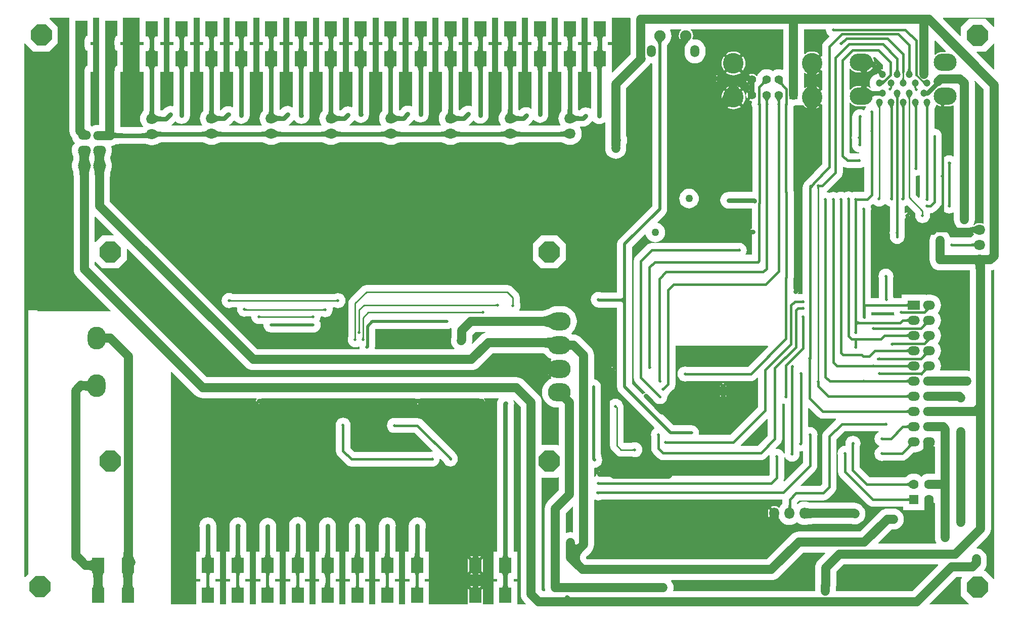
<source format=gbl>
G04 Layer_Physical_Order=2*
G04 Layer_Color=16711680*
%FSTAX24Y24*%
%MOIN*%
G70*
G01*
G75*
%ADD39C,0.0157*%
%ADD40C,0.0100*%
%ADD41C,0.0591*%
%ADD43C,0.0200*%
%ADD44C,0.0197*%
%ADD45C,0.0300*%
%ADD46C,0.0315*%
%ADD47P,0.1492X8X22.5*%
%ADD48O,0.0750X0.0650*%
%ADD49O,0.0650X0.0750*%
%ADD50C,0.0630*%
%ADD51R,0.0630X0.0630*%
%ADD52O,0.1200X0.1500*%
%ADD53O,0.1500X0.1200*%
%ADD54P,0.1492X8X22.5*%
%ADD55R,0.0787X0.0984*%
%ADD56O,0.0787X0.0591*%
%ADD57R,0.0787X0.0591*%
%ADD58O,0.0860X0.0600*%
%ADD59C,0.0750*%
%ADD60O,0.0591X0.0787*%
%ADD61C,0.0472*%
%ADD62O,0.1516X0.1142*%
%ADD63C,0.1358*%
%ADD64R,0.0559X0.0559*%
%ADD65C,0.0559*%
%ADD66C,0.0197*%
%ADD67C,0.0500*%
%ADD68C,0.0236*%
G36*
X197006Y17731D02*
X196987Y177259D01*
X19697Y177202D01*
X196956Y177138D01*
X196933Y176993D01*
X196925Y176911D01*
X196915Y176629D01*
X196325Y176629D01*
X196324Y176729D01*
X196307Y176993D01*
X196297Y177069D01*
X19627Y177202D01*
X196253Y177259D01*
X196234Y17731D01*
X196213Y177355D01*
X197027D01*
X197006Y17731D01*
D02*
G37*
G36*
X196006D02*
X195987Y177259D01*
X19597Y177202D01*
X195956Y177138D01*
X195933Y176993D01*
X195925Y176911D01*
X195915Y176629D01*
X195325D01*
X195324Y176729D01*
X195307Y176993D01*
X195297Y177069D01*
X19527Y177202D01*
X195253Y177259D01*
X195234Y17731D01*
X195213Y177355D01*
X196027D01*
X196006Y17731D01*
D02*
G37*
G36*
X213728Y150903D02*
X213726Y150892D01*
X213724Y150875D01*
X21372Y150786D01*
X213719Y150656D01*
X213819D01*
X2138Y150654D01*
X213783Y150648D01*
X213768Y150638D01*
X213755Y150624D01*
X213744Y150606D01*
X213735Y150584D01*
X213728Y150558D01*
X213723Y150528D01*
X21372Y150494D01*
X213719Y150456D01*
X213519D01*
X213518Y150494D01*
X213515Y150528D01*
X21351Y150558D01*
X213503Y150584D01*
X213494Y150606D01*
X213483Y150624D01*
X21347Y150638D01*
X213455Y150648D01*
X213438Y150654D01*
X213419Y150656D01*
X213516D01*
X213507Y150909D01*
X21373D01*
X213728Y150903D01*
D02*
G37*
G36*
X217737Y150654D02*
X21772Y150648D01*
X217705Y150638D01*
X217692Y150624D01*
X217681Y150606D01*
X217672Y150584D01*
X217665Y150558D01*
X21766Y150528D01*
X217657Y150494D01*
X217656Y150456D01*
X217456D01*
X217455Y150494D01*
X217452Y150528D01*
X217447Y150558D01*
X21744Y150584D01*
X217431Y150606D01*
X21742Y150624D01*
X217407Y150638D01*
X217392Y150648D01*
X217375Y150654D01*
X217356Y150656D01*
X217756D01*
X217737Y150654D01*
D02*
G37*
G36*
X248065Y175411D02*
X248065Y1754D01*
X248067Y175381D01*
X248068Y175372D01*
X24807Y175364D01*
X248071Y175357D01*
X248074Y175351D01*
X248076Y175346D01*
X248079Y175341D01*
X248083Y175337D01*
X247945Y175344D01*
X247949Y175348D01*
X247952Y175352D01*
X247955Y175358D01*
X247958Y175364D01*
X24796Y175371D01*
X247962Y175379D01*
X247963Y175387D01*
X247964Y175396D01*
X247965Y175417D01*
X248065Y175411D01*
D02*
G37*
G36*
X250698Y17681D02*
Y175445D01*
X250671Y175378D01*
X25067Y175376D01*
X250623Y17536D01*
X250431Y175552D01*
Y176786D01*
X25044Y176794D01*
X250568Y176811D01*
X250648Y176844D01*
X250698Y17681D01*
D02*
G37*
G36*
X244045Y176102D02*
X244044Y176096D01*
X244043Y17609D01*
X244059D01*
X244055Y176086D01*
X244052Y176081D01*
X244049Y176075D01*
X244047Y176069D01*
X244045Y176062D01*
X244043Y176054D01*
X244042Y176046D01*
X244041Y176038D01*
X24404Y175942D01*
X24394D01*
X243936Y176059D01*
X243935Y176062D01*
X243933Y176069D01*
X243931Y176075D01*
X243928Y176081D01*
X243925Y176086D01*
X243921Y17609D01*
X243935D01*
X243934Y176104D01*
X244046D01*
X244045Y176102D01*
D02*
G37*
G36*
X247043Y177387D02*
Y175737D01*
X247043Y175737D01*
X246606D01*
X246598Y175739D01*
X24647Y175756D01*
X246342Y175739D01*
X246249Y175701D01*
X246238Y17571D01*
X246118Y175759D01*
X24599Y175776D01*
X245862Y175759D01*
X245742Y17571D01*
X245724Y175696D01*
X245618Y175739D01*
X24549Y175756D01*
X245362Y175739D01*
X245242Y17569D01*
X245232Y175682D01*
X245118Y175729D01*
X24499Y175746D01*
X244862Y175729D01*
X244742Y17568D01*
X244735Y175675D01*
X244728Y17568D01*
X244608Y175729D01*
X244573Y175734D01*
X244559Y175786D01*
X244607Y175823D01*
X245477Y176693D01*
X245553Y176792D01*
X2456Y176907D01*
X245617Y17703D01*
Y177385D01*
X245661Y177408D01*
X245688Y177387D01*
X245803Y17734D01*
X245926Y177323D01*
X246564D01*
X246572Y177321D01*
X2467Y177304D01*
X246828Y177321D01*
X246948Y17737D01*
X246999Y177409D01*
X247043Y177387D01*
D02*
G37*
G36*
X197546Y179658D02*
X197573Y179648D01*
X197611Y179639D01*
X197659Y179631D01*
X197786Y179619D01*
X198055Y179611D01*
X198165Y17961D01*
Y17931D01*
X198055Y179309D01*
X197611Y179281D01*
X197573Y179272D01*
X197546Y179262D01*
X197529Y179251D01*
Y179669D01*
X197546Y179658D01*
D02*
G37*
G36*
X200331Y179798D02*
X200364Y179777D01*
X200399Y179759D01*
X200436Y179743D01*
X200476Y17973D01*
X200518Y179719D01*
X200561Y179711D01*
X200608Y179705D01*
X200656Y179701D01*
X200707Y1797D01*
Y1794D01*
X200656Y179399D01*
X200561Y179389D01*
X200518Y179381D01*
X200476Y17937D01*
X200436Y179357D01*
X200399Y179341D01*
X200364Y179323D01*
X200331Y179302D01*
X200301Y179279D01*
Y179821D01*
X200331Y179798D01*
D02*
G37*
G36*
X203778Y179299D02*
X203752Y179319D01*
X203723Y179336D01*
X203691Y179351D01*
X203656Y179364D01*
X203618Y179375D01*
X203577Y179384D01*
X203533Y179391D01*
X203435Y179399D01*
X203382Y1794D01*
X203361Y1797D01*
X203409Y179701D01*
X203456Y179706D01*
X203502Y179713D01*
X203546Y179722D01*
X203588Y179735D01*
X203629Y179751D01*
X203668Y179769D01*
X203706Y17979D01*
X203743Y179814D01*
X203778Y179841D01*
Y179299D01*
D02*
G37*
G36*
X199895Y179249D02*
X199871Y179261D01*
X199843Y179271D01*
X199812Y17928D01*
X199778Y179288D01*
X199699Y1793D01*
X199655Y179305D01*
X199502Y17931D01*
X199401Y17961D01*
X199478Y179611D01*
X199606Y179623D01*
X199657Y179634D01*
X199699Y179647D01*
X199732Y179664D01*
X199756Y179683D01*
X199771Y179706D01*
X199777Y179731D01*
X199774Y179759D01*
X199895Y179249D01*
D02*
G37*
G36*
X196006Y17831D02*
X195987Y178259D01*
X19597Y178202D01*
X195956Y178138D01*
X195933Y177993D01*
X195931Y177975D01*
X195933Y177947D01*
X195943Y177871D01*
X19597Y177738D01*
X195987Y177681D01*
X196006Y17763D01*
X196027Y177585D01*
X195213D01*
X195234Y17763D01*
X195253Y177681D01*
X19527Y177738D01*
X195284Y177802D01*
X195307Y177947D01*
X195309Y177965D01*
X195307Y177993D01*
X195297Y178069D01*
X19527Y178202D01*
X195253Y178259D01*
X195234Y17831D01*
X195213Y178355D01*
X196027D01*
X196006Y17831D01*
D02*
G37*
G36*
X197006Y17831D02*
X196987Y178259D01*
X19697Y178202D01*
X196956Y178138D01*
X196933Y177993D01*
X196931Y177975D01*
X196933Y177947D01*
X196943Y177871D01*
X19697Y177738D01*
X196987Y177681D01*
X197006Y17763D01*
X197027Y177585D01*
X196213D01*
X196234Y17763D01*
X196253Y177681D01*
X19627Y177738D01*
X196284Y177802D01*
X196307Y177947D01*
X196309Y177965D01*
X196307Y177993D01*
X196297Y178069D01*
X19627Y178202D01*
X196253Y178259D01*
X196234Y17831D01*
X196213Y178355D01*
X197027D01*
X197006Y17831D01*
D02*
G37*
G36*
X233Y184209D02*
X233017Y184211D01*
X233054Y184177D01*
Y174816D01*
X230889Y172651D01*
X23081Y172548D01*
X230761Y172428D01*
X230744Y1723D01*
Y169116D01*
X229684D01*
X229628Y169139D01*
X2295Y169156D01*
X229372Y169139D01*
X229252Y16909D01*
X229149Y169011D01*
X22907Y168908D01*
X229021Y168788D01*
X229004Y16866D01*
X229021Y168532D01*
X22907Y168412D01*
X229149Y168309D01*
X229189Y168269D01*
X229189Y168269D01*
X229292Y16819D01*
X229412Y168141D01*
X22954Y168124D01*
X22954Y168124D01*
X230744D01*
Y1629D01*
X230761Y162772D01*
X23081Y162652D01*
X230889Y162549D01*
X233213Y160225D01*
X233202Y160165D01*
X233119Y160101D01*
X23304Y159998D01*
X232991Y159878D01*
X232974Y15975D01*
X232991Y159622D01*
X232993Y159614D01*
Y15885D01*
X23301Y158727D01*
X233057Y158612D01*
X233133Y158513D01*
X233433Y158213D01*
X233532Y158137D01*
X233647Y15809D01*
X23377Y158073D01*
X24022D01*
X240343Y15809D01*
X240458Y158137D01*
X240557Y158213D01*
X240744Y1584D01*
X240791Y158376D01*
X240784Y15832D01*
X240801Y158192D01*
X240803Y158184D01*
Y157107D01*
X240733Y157037D01*
X234335D01*
X234302Y157087D01*
X234312Y15714D01*
X234302Y157193D01*
X23418Y15707D01*
X23411Y15714D01*
X23404Y15707D01*
X233918Y157193D01*
X233908Y15714D01*
X233918Y157087D01*
X233885Y157037D01*
X230351D01*
Y156951D01*
X230334Y156962D01*
X230307Y156972D01*
X230269Y156981D01*
X230221Y156989D01*
X230094Y157001D01*
X229825Y157009D01*
X229715Y15701D01*
Y157186D01*
X22962Y15709D01*
X22955Y15716D01*
X22948Y15709D01*
X229358Y157213D01*
X229348Y15716D01*
X229363Y157083D01*
X229343Y157023D01*
X229272Y156994D01*
X229222Y157016D01*
Y157539D01*
X22926Y157572D01*
X22926Y157572D01*
X229389Y157589D01*
X229509Y157639D01*
X229612Y157718D01*
X229691Y157821D01*
X229741Y157941D01*
X229758Y15807D01*
X229758Y15807D01*
Y1581D01*
X229741Y158229D01*
X229691Y158349D01*
X229688Y158353D01*
Y16291D01*
X229671Y163039D01*
X229621Y163159D01*
X229542Y163262D01*
X229439Y163341D01*
X229319Y163391D01*
X229222Y163404D01*
Y16499D01*
X229209Y165125D01*
X22917Y165255D01*
X229106Y165375D01*
X22902Y16548D01*
X228358Y166141D01*
X228253Y166227D01*
X228133Y166291D01*
X228003Y166331D01*
X227868Y166344D01*
X227806D01*
X227795Y166358D01*
X227731Y16641D01*
Y16646D01*
X227795Y166513D01*
X227919Y166664D01*
X228012Y166836D01*
X228068Y167024D01*
X228088Y167219D01*
X228068Y167413D01*
X228012Y167601D01*
X227919Y167773D01*
X227795Y167925D01*
X227644Y168049D01*
X227471Y168141D01*
X227284Y168198D01*
X227089Y168217D01*
X226789D01*
X226594Y168198D01*
X226407Y168141D01*
X226353Y168112D01*
X226318Y168098D01*
X226318Y168098D01*
X226318Y168098D01*
X226248Y168057D01*
X226187Y168026D01*
X226125Y167999D01*
X226064Y167975D01*
X226002Y167956D01*
X225939Y16794D01*
X225875Y167927D01*
X225811Y167918D01*
X225745Y167913D01*
X22567Y167911D01*
X224304D01*
X224282Y167956D01*
X22431Y167992D01*
X224359Y168112D01*
X224376Y16824D01*
X224359Y168368D01*
X224328Y168446D01*
Y16879D01*
X224312Y168906D01*
X224268Y169014D01*
X224196Y169106D01*
X223826Y169476D01*
X223734Y169548D01*
X223626Y169592D01*
X22351Y169608D01*
X21423D01*
X214114Y169592D01*
X214006Y169548D01*
X213914Y169476D01*
X213162Y168725D01*
X213091Y168632D01*
X213046Y168524D01*
X213031Y168408D01*
Y166207D01*
X212999Y16613D01*
X212982Y166002D01*
X212999Y165873D01*
X213049Y165753D01*
X213127Y165651D01*
X21323Y165572D01*
X21335Y165522D01*
X213478Y165505D01*
X213607Y165522D01*
X213706Y165563D01*
X213751Y165532D01*
X213752Y165531D01*
X213748Y165504D01*
X213758Y16543D01*
X213725Y165392D01*
X207037D01*
X197312Y175117D01*
Y17662D01*
X197322Y176885D01*
X197327Y176944D01*
X197346Y177063D01*
X197355Y177101D01*
X197364Y177134D01*
X197372Y177156D01*
X197386Y177185D01*
X197389Y177194D01*
X197394Y177203D01*
X197403Y177234D01*
X197411Y177252D01*
X197413Y177264D01*
X197434Y177334D01*
X197447Y17747D01*
X197434Y177606D01*
X197413Y177676D01*
X197411Y177688D01*
X197403Y177706D01*
X197394Y177737D01*
X197389Y177746D01*
X197386Y177755D01*
X197372Y177784D01*
X197364Y177806D01*
X197356Y177834D01*
X197335Y177937D01*
X197331Y177968D01*
X197346Y178063D01*
X197355Y178101D01*
X197364Y178134D01*
X197372Y178156D01*
X197386Y178185D01*
X197389Y178194D01*
X197394Y178203D01*
X197403Y178234D01*
X197411Y178252D01*
X197413Y178264D01*
X197434Y178334D01*
X197447Y17847D01*
X197434Y178606D01*
X197398Y178725D01*
X19742Y178778D01*
X197455Y178781D01*
X197585Y17882D01*
X197705Y178884D01*
X197711Y17889D01*
X198056Y178912D01*
X199531D01*
X199629Y178908D01*
X19965Y178906D01*
X199703Y178898D01*
X199712Y178896D01*
X199717Y178894D01*
X199726Y17889D01*
X199735Y178887D01*
X199744Y178883D01*
X199766Y178876D01*
X199782Y178869D01*
X199798Y178866D01*
X199879Y178842D01*
X20002Y178828D01*
X20012D01*
X200261Y178842D01*
X200396Y178883D01*
X200481Y178928D01*
X200499Y178936D01*
X200509Y178943D01*
X200521Y17895D01*
X20053Y178957D01*
X200539Y178962D01*
X200556Y178975D01*
X200561Y178978D01*
X200567Y178981D01*
X200577Y178985D01*
X200589Y178989D01*
X200605Y178993D01*
X200619Y178996D01*
X200676Y179002D01*
X203422D01*
X203485Y178996D01*
X203503Y178994D01*
X203519Y17899D01*
X203531Y178987D01*
X203535Y178985D01*
X203543Y178979D01*
X20355Y178975D01*
X203557Y17897D01*
X20357Y178963D01*
X203579Y178956D01*
X203598Y178948D01*
X203682Y178903D01*
X203818Y178862D01*
X203959Y178848D01*
X204059D01*
X204199Y178862D01*
X204335Y178903D01*
X204419Y178948D01*
X204438Y178956D01*
X204448Y178963D01*
X20446Y17897D01*
X204467Y178975D01*
X204474Y178979D01*
X204482Y178985D01*
X204486Y178987D01*
X204498Y17899D01*
X204515Y178994D01*
X204532Y178996D01*
X204595Y179002D01*
X207361D01*
X207423Y178996D01*
X207441Y178994D01*
X207458Y17899D01*
X207469Y178987D01*
X207474Y178985D01*
X207481Y178979D01*
X207489Y178975D01*
X207496Y17897D01*
X207508Y178963D01*
X207518Y178956D01*
X207537Y178948D01*
X207621Y178903D01*
X207756Y178862D01*
X207897Y178848D01*
X207997D01*
X208138Y178862D01*
X208274Y178903D01*
X208358Y178948D01*
X208376Y178956D01*
X208386Y178963D01*
X208398Y17897D01*
X208405Y178975D01*
X208413Y178979D01*
X20842Y178985D01*
X208425Y178987D01*
X208436Y17899D01*
X208453Y178994D01*
X208471Y178996D01*
X208533Y179002D01*
X2113D01*
X211362Y178996D01*
X21138Y178994D01*
X211397Y17899D01*
X211408Y178987D01*
X211412Y178985D01*
X21142Y178979D01*
X211428Y178975D01*
X211434Y17897D01*
X211447Y178963D01*
X211456Y178956D01*
X211475Y178948D01*
X211559Y178903D01*
X211695Y178862D01*
X211836Y178848D01*
X211936D01*
X212077Y178862D01*
X212212Y178903D01*
X212296Y178948D01*
X212315Y178956D01*
X212325Y178963D01*
X212337Y17897D01*
X212344Y178975D01*
X212352Y178979D01*
X212359Y178985D01*
X212364Y178987D01*
X212375Y17899D01*
X212392Y178994D01*
X212409Y178996D01*
X212472Y179002D01*
X215238D01*
X215301Y178996D01*
X215318Y178994D01*
X215335Y17899D01*
X215346Y178987D01*
X215351Y178985D01*
X215358Y178979D01*
X215366Y178975D01*
X215373Y17897D01*
X215385Y178963D01*
X215395Y178956D01*
X215414Y178948D01*
X215498Y178903D01*
X215633Y178862D01*
X215774Y178848D01*
X215874D01*
X216015Y178862D01*
X216151Y178903D01*
X216235Y178948D01*
X216254Y178956D01*
X216263Y178963D01*
X216276Y17897D01*
X216282Y178975D01*
X21629Y178979D01*
X216298Y178985D01*
X216302Y178987D01*
X216313Y17899D01*
X21633Y178994D01*
X216348Y178996D01*
X21641Y179002D01*
X219177D01*
X219239Y178996D01*
X219257Y178994D01*
X219274Y17899D01*
X219285Y178987D01*
X21929Y178985D01*
X219297Y178979D01*
X219305Y178975D01*
X219312Y17897D01*
X219324Y178963D01*
X219334Y178956D01*
X219352Y178948D01*
X219436Y178903D01*
X219572Y178862D01*
X219713Y178848D01*
X219813D01*
X219954Y178862D01*
X220089Y178903D01*
X220173Y178948D01*
X220192Y178956D01*
X220202Y178963D01*
X220214Y17897D01*
X220221Y178975D01*
X220229Y178979D01*
X220236Y178985D01*
X220241Y178987D01*
X220252Y17899D01*
X220269Y178994D01*
X220287Y178996D01*
X220349Y179002D01*
X223115D01*
X223178Y178996D01*
X223195Y178994D01*
X223212Y17899D01*
X223224Y178987D01*
X223228Y178985D01*
X223236Y178979D01*
X223243Y178975D01*
X22325Y17897D01*
X223262Y178963D01*
X223272Y178956D01*
X223291Y178948D01*
X223375Y178903D01*
X223511Y178862D01*
X223651Y178848D01*
X223751D01*
X223892Y178862D01*
X224028Y178903D01*
X224112Y178948D01*
X224131Y178956D01*
X22414Y178963D01*
X224153Y17897D01*
X22416Y178975D01*
X224167Y178979D01*
X224175Y178985D01*
X224179Y178987D01*
X224191Y17899D01*
X224207Y178994D01*
X224225Y178996D01*
X224288Y179002D01*
X227054D01*
X227116Y178996D01*
X227134Y178994D01*
X227151Y17899D01*
X227162Y178987D01*
X227167Y178985D01*
X227174Y178979D01*
X227182Y178975D01*
X227189Y17897D01*
X227201Y178963D01*
X227211Y178956D01*
X227229Y178948D01*
X227314Y178903D01*
X227449Y178862D01*
X22759Y178848D01*
X22769D01*
X227831Y178862D01*
X227966Y178903D01*
X228091Y17897D01*
X228201Y179059D01*
X22829Y179169D01*
X228357Y179294D01*
X228398Y179429D01*
X228412Y17957D01*
X228398Y179711D01*
X228357Y179846D01*
X22829Y179971D01*
X228282Y179982D01*
X228306Y180032D01*
X2285D01*
X228642Y18005D01*
X228774Y180105D01*
X228888Y180192D01*
X229068Y180372D01*
X229096Y180409D01*
X229146D01*
X229182Y180362D01*
X229296Y180275D01*
X229428Y18022D01*
X22957Y180202D01*
X229712Y18022D01*
X229844Y180275D01*
X229913Y180328D01*
X229958Y180306D01*
Y17922D01*
Y17883D01*
X229967Y17874D01*
X229958Y17865D01*
Y17861D01*
X229971Y178475D01*
X23001Y178345D01*
X230074Y178225D01*
X23016Y17812D01*
X230265Y178034D01*
X230385Y17797D01*
X230515Y177931D01*
X23065Y177918D01*
X230785Y177931D01*
X230915Y17797D01*
X231035Y178034D01*
X23114Y17812D01*
X231226Y178225D01*
X23129Y178345D01*
X231329Y178475D01*
X231342Y17861D01*
Y17865D01*
X231333Y17874D01*
X231342Y17883D01*
Y178881D01*
X23135Y178895D01*
X231389Y179025D01*
X231402Y17916D01*
X231389Y179295D01*
X23135Y179425D01*
X231342Y179439D01*
Y182573D01*
X232809Y18404D01*
X232895Y184145D01*
X232933Y184216D01*
X233Y184209D01*
D02*
G37*
G36*
X203885Y15103D02*
X203883Y151019D01*
X203882Y151001D01*
X203878Y150913D01*
X203876Y15071D01*
X203676D01*
X203665Y151035D01*
X203888D01*
X203885Y15103D01*
D02*
G37*
G36*
X254455Y171145D02*
X254981D01*
X254981Y171141D01*
X254982Y171125D01*
X254985Y17057D01*
X254395Y170413D01*
X254394Y170513D01*
X254376Y170778D01*
X254366Y170854D01*
X254342Y170972D01*
X253855Y170975D01*
Y171565D01*
X254455Y171571D01*
Y171145D01*
D02*
G37*
G36*
X20626Y16421D02*
X206365Y164124D01*
X206485Y16406D01*
X206615Y164021D01*
X20675Y164008D01*
X22114D01*
X221275Y164021D01*
X221405Y16406D01*
X221525Y164124D01*
X22163Y16421D01*
X222537Y165118D01*
X225609D01*
X225751Y165115D01*
X225865Y165107D01*
X225956Y165096D01*
X22596Y165095D01*
X226083Y164946D01*
X226127Y16491D01*
X226127Y164909D01*
X226128Y164909D01*
X226234Y164821D01*
X226398Y164734D01*
X226408Y164683D01*
X226398Y164677D01*
X226368Y164653D01*
X226438Y164583D01*
X226516Y164628D01*
Y164504D01*
X226859Y164162D01*
X226789Y164093D01*
X226859Y164023D01*
X226516Y163681D01*
Y163557D01*
X226438Y163603D01*
X226368Y163532D01*
X226398Y163508D01*
X226408Y163503D01*
X226398Y163451D01*
X226234Y163364D01*
X226083Y16324D01*
X225959Y163088D01*
X225867Y162916D01*
X22581Y162728D01*
X225791Y162534D01*
X22581Y162339D01*
X225867Y162151D01*
X225959Y161979D01*
X226083Y161827D01*
X226234Y161703D01*
X226407Y161611D01*
X226594Y161554D01*
X226789Y161535D01*
X226908D01*
Y159057D01*
X226861Y159038D01*
X226811Y159089D01*
X225772D01*
Y16188D01*
X225759Y162015D01*
X22572Y162145D01*
X225656Y162265D01*
X22557Y16237D01*
X2246Y16334D01*
X224495Y163426D01*
X224375Y16349D01*
X224245Y163529D01*
X22411Y163542D01*
X203707D01*
X196312Y170937D01*
Y171117D01*
X196359Y171136D01*
X196792Y170703D01*
X197874D01*
X198416Y171244D01*
Y17199D01*
X198462Y172009D01*
X20626Y16421D01*
D02*
G37*
G36*
X231338Y16862D02*
X231142Y168325D01*
X23114Y168362D01*
X231134Y168396D01*
X231124Y168425D01*
X23111Y168451D01*
X231092Y168472D01*
X231071Y16849D01*
X231045Y168504D01*
X231016Y168514D01*
X230982Y16852D01*
X230945Y168522D01*
Y168718D01*
X230982Y16872D01*
X231016Y168726D01*
X231045Y168736D01*
X231071Y16875D01*
X231092Y168768D01*
X23111Y168789D01*
X231124Y168815D01*
X231134Y168844D01*
X23114Y168878D01*
X231142Y168915D01*
X231338Y16862D01*
D02*
G37*
G36*
X249909Y168123D02*
X249907Y168137D01*
X249902Y168151D01*
X249894Y168163D01*
X249883Y168173D01*
X249869Y168182D01*
X249852Y168189D01*
X249831Y168194D01*
X249807Y168198D01*
X24978Y1682D01*
X24975Y168201D01*
Y168359D01*
X24978Y16836D01*
X249807Y168362D01*
X249831Y168366D01*
X249852Y168371D01*
X249869Y168378D01*
X249883Y168387D01*
X249894Y168397D01*
X249902Y168409D01*
X249907Y168423D01*
X249909Y168437D01*
Y168123D01*
D02*
G37*
G36*
X22281Y168221D02*
X222806Y168225D01*
X222801Y168228D01*
X222795Y168231D01*
X222789Y168233D01*
X222782Y168235D01*
X222774Y168237D01*
X222766Y168238D01*
X222757Y168239D01*
X222736Y16824D01*
Y16834D01*
X222747Y16834D01*
X222766Y168342D01*
X222774Y168343D01*
X222782Y168345D01*
X222789Y168347D01*
X222795Y168349D01*
X222801Y168352D01*
X222806Y168355D01*
X22281Y168359D01*
Y168221D01*
D02*
G37*
G36*
X22393Y168373D02*
X223932Y168354D01*
X223933Y168346D01*
X223935Y168338D01*
X223937Y168331D01*
X223939Y168325D01*
X223942Y168319D01*
X223945Y168314D01*
X223949Y16831D01*
X223811D01*
X223815Y168314D01*
X223818Y168319D01*
X223821Y168325D01*
X223823Y168331D01*
X223825Y168338D01*
X223827Y168346D01*
X223828Y168354D01*
X223829Y168363D01*
X22383Y168384D01*
X22393D01*
X22393Y168373D01*
D02*
G37*
G36*
X254293Y172103D02*
X254291Y172118D01*
X254286Y172131D01*
X254277Y172143D01*
X254264Y172153D01*
X254247Y172162D01*
X254226Y172169D01*
X254202Y172174D01*
X254173Y172178D01*
X254141Y17218D01*
X254105Y172181D01*
X254111Y172339D01*
X254147Y17234D01*
X254208Y172346D01*
X254233Y172351D01*
X254254Y172358D01*
X254271Y172367D01*
X254285Y172377D01*
X254295Y172389D01*
X254301Y172402D01*
X254303Y172417D01*
X254293Y172103D01*
D02*
G37*
G36*
X248469Y174919D02*
X248572Y17484D01*
X248692Y174791D01*
X24872Y174787D01*
Y173179D01*
X248717Y173172D01*
X2487Y173044D01*
X248717Y172915D01*
X24873Y172884D01*
Y17278D01*
X248746Y172657D01*
X248794Y172542D01*
X248869Y172443D01*
X248968Y172368D01*
X249083Y17232D01*
X249206Y172304D01*
X24933Y17232D01*
X249445Y172368D01*
X249543Y172443D01*
X249619Y172542D01*
X249667Y172657D01*
X249683Y17278D01*
Y172969D01*
X249693Y173044D01*
X249683Y173119D01*
Y173993D01*
X249733Y17402D01*
X249761Y174001D01*
X249838Y173986D01*
X249891Y173996D01*
X249768Y174118D01*
X249838Y174188D01*
X249768Y174258D01*
X249891Y17438D01*
X249838Y17439D01*
X249761Y174375D01*
X249733Y174356D01*
X249683Y174383D01*
Y174788D01*
X249698Y174791D01*
X249818Y17484D01*
X249851Y174866D01*
X250403Y174314D01*
X250401Y174308D01*
X250384Y17418D01*
X250401Y174052D01*
X25045Y173932D01*
X250529Y173829D01*
X250632Y17375D01*
X250752Y173701D01*
X25088Y173684D01*
X251008Y173701D01*
X251128Y17375D01*
X251231Y173829D01*
X25131Y173932D01*
X251359Y174052D01*
X251376Y17418D01*
X251361Y174293D01*
X251393Y174343D01*
X2514D01*
X251523Y17436D01*
X251638Y174407D01*
X251737Y174483D01*
X251997Y174743D01*
X252073Y174842D01*
X252094Y174894D01*
X252143Y174881D01*
X252134Y17481D01*
X252151Y174682D01*
X2522Y174562D01*
X252279Y174459D01*
X252382Y17438D01*
X252502Y174331D01*
X25263Y174314D01*
X252758Y174331D01*
X252878Y17438D01*
X252893Y174391D01*
X252938Y174369D01*
Y17392D01*
X252951Y173785D01*
X25299Y173655D01*
X253054Y173535D01*
X25314Y17343D01*
X253245Y173344D01*
X253365Y17328D01*
X253495Y173241D01*
X25363Y173228D01*
X253765Y173241D01*
X253895Y17328D01*
X253982Y173327D01*
Y173417D01*
X254037Y173419D01*
X254114Y173426D01*
X25412Y17343D01*
X254154Y173472D01*
X254197Y173446D01*
X254194Y173438D01*
X254226Y173446D01*
X254266Y173458D01*
X254304Y173473D01*
X254338Y17349D01*
X25437Y173509D01*
X254399Y173531D01*
Y172989D01*
X25437Y173011D01*
X254338Y17303D01*
X254304Y173047D01*
X254266Y173062D01*
X254226Y173074D01*
X254194Y173082D01*
X254209Y173046D01*
X254275Y172959D01*
X254277Y172956D01*
X25427Y172899D01*
X254179Y17285D01*
X254069Y172761D01*
X25405Y172737D01*
X252926D01*
X252918Y172739D01*
X25279Y172756D01*
X252694Y172744D01*
X25267Y172825D01*
X252606Y172945D01*
X25252Y17305D01*
X252415Y173136D01*
X252295Y1732D01*
X252165Y173239D01*
X25203Y173252D01*
X251895Y173239D01*
X251776Y173203D01*
X251857Y173122D01*
X251843Y173119D01*
X251827Y173113D01*
X251809Y173105D01*
X25179Y173093D01*
X251769Y173079D01*
X251722Y173042D01*
X251696Y173019D01*
X251639Y172964D01*
X251548Y173055D01*
X25154Y17305D01*
X251454Y172945D01*
X25139Y172825D01*
X251351Y172695D01*
X251338Y17256D01*
Y17127D01*
X251351Y171135D01*
X25139Y171005D01*
X251454Y170885D01*
X25154Y17078D01*
X251645Y170694D01*
X251765Y17063D01*
X251895Y170591D01*
X25203Y170578D01*
X253852D01*
X253853Y170578D01*
X253991Y170577D01*
X253997Y170498D01*
X253998Y170408D01*
X253998Y170408D01*
Y163985D01*
X253958Y163955D01*
X253945Y163959D01*
X25381Y163972D01*
X252064D01*
X25206Y163979D01*
X25204Y164022D01*
X252077Y164145D01*
X252091Y16428D01*
X252077Y164415D01*
X252038Y164545D01*
X251974Y164665D01*
X251909Y164743D01*
X251893Y16478D01*
X251909Y164817D01*
X251974Y164895D01*
X252038Y165015D01*
X252077Y165145D01*
X252091Y16528D01*
X252077Y165415D01*
X252038Y165545D01*
X251974Y165665D01*
X251909Y165743D01*
X251893Y16578D01*
X251909Y165817D01*
X251974Y165895D01*
X252038Y166015D01*
X252077Y166145D01*
X252091Y16628D01*
X252077Y166415D01*
X252038Y166545D01*
X251974Y166665D01*
X251909Y166743D01*
X251893Y16678D01*
X251909Y166817D01*
X251974Y166895D01*
X252038Y167015D01*
X252077Y167145D01*
X252091Y16728D01*
X252077Y167415D01*
X252038Y167545D01*
X251974Y167665D01*
X251909Y167743D01*
X251893Y16778D01*
X251909Y167817D01*
X251974Y167895D01*
X252038Y168015D01*
X252077Y168145D01*
X252091Y16828D01*
X252077Y168415D01*
X252038Y168545D01*
X251974Y168665D01*
X251888Y16877D01*
X251783Y168856D01*
X251663Y16892D01*
X251533Y168959D01*
X251398Y168972D01*
X251202D01*
X251095Y168962D01*
X251087Y168969D01*
Y168969D01*
X249513D01*
Y168757D01*
X248971D01*
X248969Y168768D01*
X248937Y168848D01*
Y170054D01*
X248939Y170062D01*
X248956Y17019D01*
X248939Y170318D01*
X24889Y170438D01*
X248811Y170541D01*
X248708Y17062D01*
X248588Y170669D01*
X24846Y170686D01*
X248332Y170669D01*
X248212Y17062D01*
X248109Y170541D01*
X24803Y170438D01*
X247981Y170318D01*
X247964Y17019D01*
X247981Y170062D01*
X247983Y170054D01*
Y16876D01*
X24798Y168757D01*
X247467D01*
Y174484D01*
X247469Y174492D01*
X247486Y17462D01*
X247469Y174748D01*
X247449Y174797D01*
X247468Y174843D01*
X247478Y174847D01*
X247577Y174923D01*
X247595Y174941D01*
X247645Y174938D01*
X247659Y174919D01*
X247762Y17484D01*
X247882Y174791D01*
X24801Y174774D01*
X248138Y174791D01*
X248258Y17484D01*
X248361Y174919D01*
X24839Y174957D01*
X24844D01*
X248469Y174919D01*
D02*
G37*
G36*
X249624Y175371D02*
X249625Y175368D01*
X249627Y175361D01*
X249629Y175355D01*
X249632Y175349D01*
X249635Y175344D01*
X249639Y17534D01*
X249625D01*
X249626Y175326D01*
X249514D01*
X249515Y175328D01*
X249516Y175334D01*
X249517Y17534D01*
X249501D01*
X249505Y175344D01*
X249508Y175349D01*
X249511Y175355D01*
X249513Y175361D01*
X249515Y175368D01*
X249517Y175376D01*
X249518Y175384D01*
X249519Y175392D01*
X24952Y175488D01*
X24962D01*
X249624Y175371D01*
D02*
G37*
G36*
X248853Y175411D02*
X248855Y175392D01*
X248856Y175384D01*
X248858Y175377D01*
X248861Y17537D01*
X248864Y175364D01*
X248867Y175359D01*
X248871Y175355D01*
X248875Y175351D01*
X24874Y175327D01*
X248742Y175331D01*
X248744Y175336D01*
X248746Y175341D01*
X248748Y175347D01*
X248749Y175354D01*
X248751Y175371D01*
X248752Y17538D01*
X248753Y175401D01*
X248853Y175422D01*
X248853Y175411D01*
D02*
G37*
G36*
X215696Y150943D02*
X215694Y150932D01*
X215693Y150915D01*
X215689Y150826D01*
X215687Y150656D01*
X215787D01*
X215768Y150654D01*
X215751Y150648D01*
X215736Y150638D01*
X215723Y150624D01*
X215712Y150606D01*
X215703Y150584D01*
X215696Y150558D01*
X215691Y150528D01*
X215688Y150494D01*
X215687Y150456D01*
X215487D01*
X215486Y150494D01*
X215483Y150528D01*
X215478Y150558D01*
X215471Y150584D01*
X215462Y150606D01*
X215451Y150624D01*
X215438Y150638D01*
X215423Y150648D01*
X215406Y150654D01*
X215387Y150656D01*
X215486D01*
X215476Y150949D01*
X215699D01*
X215696Y150943D01*
D02*
G37*
G36*
X197557Y172914D02*
X197537Y172868D01*
X196792D01*
X196359Y172435D01*
X196312Y172454D01*
Y174093D01*
X196359Y174112D01*
X197557Y172914D01*
D02*
G37*
G36*
X254908Y182506D02*
Y17368D01*
X254858Y173646D01*
X254791Y173674D01*
X25468Y173689D01*
X25458D01*
X254469Y173674D01*
X254366Y173631D01*
X254277Y173563D01*
X254236Y173591D01*
X25427Y173655D01*
X254309Y173785D01*
X254322Y17392D01*
Y17459D01*
Y17641D01*
X254322Y17641D01*
Y1804D01*
Y1829D01*
X254309Y183034D01*
X254312Y183037D01*
X254358Y183055D01*
X254908Y182506D01*
D02*
G37*
G36*
X25093Y174313D02*
X250932Y174294D01*
X250933Y174286D01*
X250935Y174278D01*
X250937Y174271D01*
X250939Y174265D01*
X250942Y174259D01*
X250945Y174254D01*
X250949Y17425D01*
X250811D01*
X250815Y174254D01*
X250818Y174259D01*
X250821Y174265D01*
X250823Y174271D01*
X250825Y174278D01*
X250827Y174286D01*
X250828Y174294D01*
X250829Y174303D01*
X25083Y174324D01*
X25093D01*
X25093Y174313D01*
D02*
G37*
G36*
X226838Y185606D02*
X227077D01*
Y185409D01*
X226838D01*
Y183637D01*
X227077D01*
Y181122D01*
X227075Y181085D01*
X227032Y181033D01*
X227029Y181031D01*
X227025Y181024D01*
X22699Y180981D01*
X226923Y180856D01*
X226882Y180721D01*
X226868Y18058D01*
X226882Y180439D01*
X226923Y180304D01*
X22699Y180179D01*
X227014Y180148D01*
X226991Y180098D01*
X224898D01*
X224881Y180148D01*
X224938Y180192D01*
X225138Y180392D01*
X225196Y180468D01*
X225259D01*
X225269Y180455D01*
X225272Y180452D01*
X225386Y180365D01*
X225518Y18031D01*
X22566Y180292D01*
X225802Y18031D01*
X225934Y180365D01*
X226048Y180452D01*
X226135Y180566D01*
X22619Y180698D01*
X226208Y18084D01*
X226205Y180864D01*
Y183637D01*
X226444D01*
Y185409D01*
X226205D01*
Y185606D01*
X226444D01*
Y187202D01*
X226838D01*
Y185606D01*
D02*
G37*
G36*
X215027D02*
X215266D01*
Y185409D01*
X215027D01*
Y183637D01*
X215266D01*
Y181124D01*
X215264Y181091D01*
X215264Y181091D01*
X215225Y181043D01*
X215223Y181042D01*
X215221Y181038D01*
X215174Y180981D01*
X215107Y180856D01*
X215066Y180721D01*
X215052Y18058D01*
X215066Y180439D01*
X215107Y180304D01*
X215174Y180179D01*
X215199Y180148D01*
X215175Y180098D01*
X213108D01*
X213091Y180148D01*
X213148Y180192D01*
X213398Y180442D01*
X213408Y180456D01*
X213459Y180452D01*
X213466Y180449D01*
X213576Y180365D01*
X213708Y18031D01*
X21385Y180292D01*
X213992Y18031D01*
X214124Y180365D01*
X214238Y180452D01*
X214325Y180566D01*
X21438Y180698D01*
X214398Y18084D01*
X214394Y180872D01*
Y183637D01*
X214633D01*
Y185409D01*
X214394D01*
Y185606D01*
X214633D01*
Y187202D01*
X215027D01*
Y185606D01*
D02*
G37*
G36*
X204155Y181113D02*
X204167Y180985D01*
X204177Y180933D01*
X204191Y180889D01*
X204207Y180854D01*
X204226Y180826D01*
X204239Y180815D01*
Y180851D01*
X20427Y180828D01*
X204303Y180807D01*
X204338Y180789D01*
X204375Y180773D01*
X204414Y18076D01*
X204456Y180749D01*
X2045Y180741D01*
X204546Y180735D01*
X204595Y180731D01*
X204646Y18073D01*
Y18043D01*
X204595Y180429D01*
X2045Y180419D01*
X204456Y180411D01*
X204414Y1804D01*
X204375Y180387D01*
X204338Y180371D01*
X204303Y180353D01*
X20427Y180332D01*
X204239Y180309D01*
Y18079D01*
X203704Y180779D01*
X203733Y180783D01*
X203758Y180796D01*
X20378Y180817D01*
X2038Y180845D01*
X203816Y180882D01*
X203829Y180927D01*
X20384Y18098D01*
X203847Y181041D01*
X203852Y18111D01*
X203853Y181186D01*
X204153Y18119D01*
X204155Y181113D01*
D02*
G37*
G36*
X200218Y181093D02*
X20023Y180964D01*
X20024Y180912D01*
X200254Y180868D01*
X20027Y180832D01*
X200289Y180805D01*
X200301Y180794D01*
Y180831D01*
X200331Y180808D01*
X200364Y180787D01*
X200399Y180769D01*
X200436Y180753D01*
X200476Y18074D01*
X200518Y180729D01*
X200561Y180721D01*
X200608Y180715D01*
X200656Y180711D01*
X200707Y18071D01*
Y18041D01*
X200656Y180409D01*
X200561Y180399D01*
X200518Y180391D01*
X200476Y18038D01*
X200436Y180367D01*
X200399Y180351D01*
X200364Y180333D01*
X200331Y180312D01*
X200301Y180289D01*
Y180769D01*
X199767Y180761D01*
X199796Y180765D01*
X199821Y180777D01*
X199843Y180798D01*
X199863Y180827D01*
X199879Y180863D01*
X199892Y180908D01*
X199903Y180961D01*
X19991Y181021D01*
X199915Y18109D01*
X199916Y181167D01*
X200216Y181169D01*
X200218Y181093D01*
D02*
G37*
G36*
X21109Y185606D02*
X211329D01*
Y185409D01*
X21109D01*
Y183637D01*
X211329D01*
Y181124D01*
X211327Y181092D01*
X211325Y181091D01*
X211289Y181046D01*
X211288Y181046D01*
X211286Y181044D01*
X211235Y180981D01*
X211169Y180856D01*
X211127Y180721D01*
X211114Y18058D01*
X211127Y180439D01*
X211169Y180304D01*
X211235Y180179D01*
X21126Y180148D01*
X211237Y180098D01*
X209098D01*
X209081Y180148D01*
X209138Y180192D01*
X209408Y180462D01*
X209417Y180474D01*
X209467D01*
X209521Y180403D01*
X209542Y180382D01*
X209656Y180295D01*
X209788Y18024D01*
X20993Y180222D01*
X210072Y18024D01*
X210204Y180295D01*
X210318Y180382D01*
X210405Y180496D01*
X21046Y180628D01*
X210478Y18077D01*
X21046Y180912D01*
X210457Y180918D01*
Y183637D01*
X210696D01*
Y185409D01*
X210457D01*
Y185606D01*
X210696D01*
Y187202D01*
X21109D01*
Y185606D01*
D02*
G37*
G36*
X207153D02*
X207392D01*
Y185409D01*
X207153D01*
Y183637D01*
X207392D01*
Y181125D01*
X20739Y181093D01*
X207386Y181091D01*
X207353Y18105D01*
X207353Y18105D01*
X207353Y181049D01*
X207297Y180981D01*
X20723Y180856D01*
X207189Y180721D01*
X207175Y18058D01*
X207189Y180439D01*
X20723Y180304D01*
X207297Y180179D01*
X207322Y180148D01*
X207298Y180098D01*
X205188D01*
X205171Y180148D01*
X205228Y180192D01*
X205398Y180363D01*
X205404Y180365D01*
X205518Y180452D01*
X205532D01*
X205584Y180384D01*
X205698Y180297D01*
X20583Y180242D01*
X205972Y180223D01*
X206114Y180242D01*
X206246Y180297D01*
X20636Y180384D01*
X206447Y180498D01*
X206502Y18063D01*
X20652Y180772D01*
Y183637D01*
X206759D01*
Y185409D01*
X20652D01*
Y185606D01*
X206759D01*
Y187202D01*
X207153D01*
Y185606D01*
D02*
G37*
G36*
X222901D02*
X22314D01*
Y185409D01*
X222901D01*
Y183637D01*
X22314D01*
Y181122D01*
X223138Y181087D01*
X223097Y181037D01*
X223094Y181035D01*
X22309Y181029D01*
X223051Y180981D01*
X222984Y180856D01*
X222943Y180721D01*
X222929Y18058D01*
X222943Y180439D01*
X222984Y180304D01*
X223051Y180179D01*
X223076Y180148D01*
X223052Y180098D01*
X220978D01*
X220961Y180148D01*
X221018Y180192D01*
X22126Y180434D01*
X22131Y180431D01*
X221332Y180402D01*
X221446Y180315D01*
X221578Y18026D01*
X22172Y180241D01*
X221862Y18026D01*
X221994Y180315D01*
X222108Y180402D01*
X222195Y180516D01*
X22225Y180648D01*
X222268Y18079D01*
Y183637D01*
X222507D01*
Y185409D01*
X222268D01*
Y185606D01*
X222507D01*
Y187202D01*
X222901D01*
Y185606D01*
D02*
G37*
G36*
X208092Y181114D02*
X208104Y180986D01*
X208114Y180934D01*
X208128Y18089D01*
X208144Y180855D01*
X208163Y180827D01*
X208178Y180815D01*
Y180851D01*
X208208Y180828D01*
X208241Y180807D01*
X208276Y180789D01*
X208313Y180773D01*
X208353Y18076D01*
X208395Y180749D01*
X208439Y180741D01*
X208485Y180735D01*
X208533Y180731D01*
X208584Y18073D01*
Y18043D01*
X208533Y180429D01*
X208439Y180419D01*
X208395Y180411D01*
X208353Y1804D01*
X208313Y180387D01*
X208276Y180371D01*
X208241Y180353D01*
X208208Y180332D01*
X208178Y180309D01*
Y180792D01*
X207641Y180777D01*
X20767Y180782D01*
X207695Y180794D01*
X207717Y180815D01*
X207737Y180844D01*
X207753Y180881D01*
X207766Y180926D01*
X207777Y180979D01*
X207784Y18104D01*
X207789Y181109D01*
X20779Y181186D01*
X20809Y18119D01*
X208092Y181114D01*
D02*
G37*
G36*
X227777Y181117D02*
X227789Y18099D01*
X227799Y180939D01*
X227813Y180896D01*
X227829Y180861D01*
X227848Y180834D01*
X227871Y180816D01*
Y180851D01*
X227901Y180828D01*
X227934Y180807D01*
X227969Y180789D01*
X228006Y180773D01*
X228046Y18076D01*
X228087Y180749D01*
X228131Y180741D01*
X228178Y180735D01*
X228226Y180731D01*
X228277Y18073D01*
Y18043D01*
X228226Y180429D01*
X228131Y180419D01*
X228087Y180411D01*
X228046Y1804D01*
X228006Y180387D01*
X227969Y180371D01*
X227934Y180353D01*
X227901Y180332D01*
X227871Y180309D01*
Y1808D01*
X227326Y180767D01*
X227355Y180773D01*
X22738Y180787D01*
X227402Y180808D01*
X227422Y180838D01*
X227438Y180876D01*
X227451Y180921D01*
X227462Y180975D01*
X227469Y181037D01*
X227474Y181106D01*
X227475Y181184D01*
X227775Y181192D01*
X227777Y181117D01*
D02*
G37*
G36*
X218964Y185606D02*
X219203D01*
Y185409D01*
X218964D01*
Y183637D01*
X219203D01*
Y181123D01*
X219201Y181089D01*
X219161Y18104D01*
X219159Y181038D01*
X219155Y181033D01*
X219112Y180981D01*
X219046Y180856D01*
X219005Y180721D01*
X218991Y18058D01*
X219005Y180439D01*
X219046Y180304D01*
X219112Y180179D01*
X219137Y180148D01*
X219114Y180098D01*
X216998D01*
X216981Y180148D01*
X217038Y180192D01*
X217327Y180482D01*
X217336Y18049D01*
X217386Y180487D01*
X217395Y180475D01*
X217509Y180388D01*
X217641Y180333D01*
X217783Y180314D01*
X217925Y180333D01*
X218057Y180388D01*
X218171Y180475D01*
X218258Y180589D01*
X218313Y180721D01*
X218331Y180863D01*
Y183637D01*
X21857D01*
Y185409D01*
X218331D01*
Y185606D01*
X21857D01*
Y187202D01*
X218964D01*
Y185606D01*
D02*
G37*
G36*
X246163Y181567D02*
X246265Y181483D01*
X246381Y181421D01*
X246508Y181383D01*
X246639Y18137D01*
X247013D01*
X247123Y181381D01*
X24715Y181333D01*
X2471Y181268D01*
X247052Y181152D01*
X247046Y181144D01*
X247Y181129D01*
X246998Y18113D01*
X246878Y181179D01*
X24675Y181196D01*
X246622Y181179D01*
X246502Y18113D01*
X246399Y181051D01*
X24632Y180948D01*
X246271Y180828D01*
X246269Y180815D01*
X24626Y180793D01*
X246243Y18067D01*
Y179504D01*
X246221Y179448D01*
X246204Y17932D01*
X246221Y179192D01*
X246243Y179136D01*
Y178976D01*
X246241Y178968D01*
X246224Y17884D01*
X246241Y178712D01*
X24629Y178592D01*
X246369Y178489D01*
X246472Y17841D01*
X246592Y178361D01*
X246705Y178346D01*
X2467Y178296D01*
X246572Y178279D01*
X246564Y178277D01*
X246123D01*
X246073Y178327D01*
Y181598D01*
X246123Y181616D01*
X246163Y181567D01*
D02*
G37*
G36*
X22384Y181116D02*
X223852Y180989D01*
X223862Y180938D01*
X223876Y180895D01*
X223892Y18086D01*
X223911Y180833D01*
X223932Y180815D01*
Y180851D01*
X223963Y180828D01*
X223995Y180807D01*
X22403Y180789D01*
X224068Y180773D01*
X224107Y18076D01*
X224149Y180749D01*
X224193Y180741D01*
X224239Y180735D01*
X224288Y180731D01*
X224338Y18073D01*
Y18043D01*
X224288Y180429D01*
X224193Y180419D01*
X224149Y180411D01*
X224107Y1804D01*
X224068Y180387D01*
X22403Y180371D01*
X223995Y180353D01*
X223963Y180332D01*
X223932Y180309D01*
Y180798D01*
X223389Y180769D01*
X223418Y180775D01*
X223443Y180788D01*
X223465Y18081D01*
X223485Y180839D01*
X223501Y180877D01*
X223514Y180922D01*
X223525Y180976D01*
X223532Y181037D01*
X223537Y181107D01*
X223538Y181184D01*
X223838Y181192D01*
X22384Y181116D01*
D02*
G37*
G36*
X212029Y181115D02*
X212041Y180987D01*
X212051Y180935D01*
X212065Y180892D01*
X212081Y180856D01*
X2121Y180829D01*
X212116Y180815D01*
Y180851D01*
X212147Y180828D01*
X21218Y180807D01*
X212215Y180789D01*
X212252Y180773D01*
X212291Y18076D01*
X212333Y180749D01*
X212377Y180741D01*
X212423Y180735D01*
X212472Y180731D01*
X212523Y18073D01*
Y18043D01*
X212472Y180429D01*
X212377Y180419D01*
X212333Y180411D01*
X212291Y1804D01*
X212252Y180387D01*
X212215Y180371D01*
X21218Y180353D01*
X212147Y180332D01*
X212116Y180309D01*
Y180793D01*
X211578Y180775D01*
X211607Y18078D01*
X211632Y180793D01*
X211654Y180814D01*
X211674Y180843D01*
X21169Y18088D01*
X211703Y180925D01*
X211714Y180978D01*
X211721Y181039D01*
X211726Y181108D01*
X211727Y181185D01*
X212027Y181191D01*
X212029Y181115D01*
D02*
G37*
G36*
X215966Y181115D02*
X215978Y180988D01*
X215988Y180936D01*
X216002Y180893D01*
X216018Y180857D01*
X216037Y18083D01*
X216055Y180815D01*
Y180851D01*
X216086Y180828D01*
X216118Y180807D01*
X216153Y180789D01*
X216191Y180773D01*
X21623Y18076D01*
X216272Y180749D01*
X216316Y180741D01*
X216362Y180735D01*
X216411Y180731D01*
X216461Y18073D01*
Y18043D01*
X216411Y180429D01*
X216316Y180419D01*
X216272Y180411D01*
X21623Y1804D01*
X216191Y180387D01*
X216153Y180371D01*
X216118Y180353D01*
X216086Y180332D01*
X216055Y180309D01*
Y180795D01*
X215515Y180773D01*
X215544Y180778D01*
X215569Y180791D01*
X215591Y180813D01*
X215611Y180842D01*
X215627Y180879D01*
X21564Y180924D01*
X215651Y180977D01*
X215658Y181039D01*
X215663Y181108D01*
X215664Y181185D01*
X215964Y181191D01*
X215966Y181115D01*
D02*
G37*
G36*
X219903Y181116D02*
X219915Y180988D01*
X219925Y180937D01*
X219939Y180894D01*
X219955Y180858D01*
X219974Y180831D01*
X219994Y180815D01*
Y180851D01*
X220024Y180828D01*
X220057Y180807D01*
X220092Y180789D01*
X220129Y180773D01*
X220169Y18076D01*
X22021Y180749D01*
X220254Y180741D01*
X220301Y180735D01*
X220349Y180731D01*
X2204Y18073D01*
Y18043D01*
X220349Y180429D01*
X220254Y180419D01*
X22021Y180411D01*
X220169Y1804D01*
X220129Y180387D01*
X220092Y180371D01*
X220057Y180353D01*
X220024Y180332D01*
X219994Y180309D01*
Y180796D01*
X219452Y180771D01*
X219481Y180776D01*
X219506Y18079D01*
X219528Y180811D01*
X219548Y180841D01*
X219564Y180878D01*
X219577Y180923D01*
X219588Y180977D01*
X219595Y181038D01*
X2196Y181107D01*
X219601Y181185D01*
X219901Y181192D01*
X219903Y181116D01*
D02*
G37*
G36*
X212151Y179814D02*
X212188Y17979D01*
X212226Y179769D01*
X212265Y179751D01*
X212306Y179735D01*
X212349Y179722D01*
X212393Y179713D01*
X212438Y179706D01*
X212485Y179701D01*
X212533Y1797D01*
X212512Y1794D01*
X212459Y179399D01*
X212362Y179391D01*
X212318Y179384D01*
X212277Y179375D01*
X212239Y179364D01*
X212204Y179351D01*
X212171Y179336D01*
X212142Y179319D01*
X212116Y179299D01*
Y179841D01*
X212151Y179814D01*
D02*
G37*
G36*
X215594Y179299D02*
X215568Y179319D01*
X215539Y179336D01*
X215506Y179351D01*
X215471Y179364D01*
X215433Y179375D01*
X215392Y179384D01*
X215348Y179391D01*
X215251Y179399D01*
X215198Y1794D01*
X215177Y1797D01*
X215225Y179701D01*
X215272Y179706D01*
X215317Y179713D01*
X215361Y179722D01*
X215404Y179735D01*
X215445Y179751D01*
X215484Y179769D01*
X215522Y17979D01*
X215559Y179814D01*
X215594Y179841D01*
Y179299D01*
D02*
G37*
G36*
X21609Y179814D02*
X216127Y17979D01*
X216164Y179769D01*
X216204Y179751D01*
X216245Y179735D01*
X216287Y179722D01*
X216331Y179713D01*
X216377Y179706D01*
X216424Y179701D01*
X216472Y1797D01*
X216451Y1794D01*
X216397Y179399D01*
X2163Y179391D01*
X216256Y179384D01*
X216215Y179375D01*
X216177Y179364D01*
X216142Y179351D01*
X21611Y179336D01*
X216081Y179319D01*
X216055Y179299D01*
Y179841D01*
X21609Y179814D01*
D02*
G37*
G36*
X211655Y179299D02*
X211629Y179319D01*
X2116Y179336D01*
X211568Y179351D01*
X211533Y179364D01*
X211495Y179375D01*
X211454Y179384D01*
X21141Y179391D01*
X211313Y179399D01*
X211259Y1794D01*
X211238Y1797D01*
X211286Y179701D01*
X211333Y179706D01*
X211379Y179713D01*
X211423Y179722D01*
X211465Y179735D01*
X211506Y179751D01*
X211546Y179769D01*
X211583Y17979D01*
X21162Y179814D01*
X211655Y179841D01*
Y179299D01*
D02*
G37*
G36*
X204274Y179814D02*
X204311Y17979D01*
X204349Y179769D01*
X204388Y179751D01*
X204429Y179735D01*
X204472Y179722D01*
X204516Y179713D01*
X204561Y179706D01*
X204608Y179701D01*
X204656Y1797D01*
X204635Y1794D01*
X204582Y179399D01*
X204485Y179391D01*
X204441Y179384D01*
X204399Y179375D01*
X204361Y179364D01*
X204326Y179351D01*
X204294Y179336D01*
X204265Y179319D01*
X204239Y179299D01*
Y179841D01*
X204274Y179814D01*
D02*
G37*
G36*
X207716Y179299D02*
X20769Y179319D01*
X207661Y179336D01*
X207629Y179351D01*
X207594Y179364D01*
X207556Y179375D01*
X207515Y179384D01*
X207471Y179391D01*
X207374Y179399D01*
X207321Y1794D01*
X207299Y1797D01*
X207348Y179701D01*
X207395Y179706D01*
X20744Y179713D01*
X207484Y179722D01*
X207527Y179735D01*
X207567Y179751D01*
X207607Y179769D01*
X207645Y17979D01*
X207681Y179814D01*
X207716Y179841D01*
Y179299D01*
D02*
G37*
G36*
X208213Y179814D02*
X208249Y17979D01*
X208287Y179769D01*
X208327Y179751D01*
X208368Y179735D01*
X20841Y179722D01*
X208454Y179713D01*
X2085Y179706D01*
X208546Y179701D01*
X208595Y1797D01*
X208573Y1794D01*
X20852Y179399D01*
X208423Y179391D01*
X208379Y179384D01*
X208338Y179375D01*
X2083Y179364D01*
X208265Y179351D01*
X208233Y179336D01*
X208204Y179319D01*
X208178Y179299D01*
Y179841D01*
X208213Y179814D01*
D02*
G37*
G36*
X219532Y179299D02*
X219506Y179319D01*
X219477Y179336D01*
X219445Y179351D01*
X21941Y179364D01*
X219372Y179375D01*
X219331Y179384D01*
X219287Y179391D01*
X21919Y179399D01*
X219137Y1794D01*
X219115Y1797D01*
X219164Y179701D01*
X21921Y179706D01*
X219256Y179713D01*
X2193Y179722D01*
X219342Y179735D01*
X219383Y179751D01*
X219423Y179769D01*
X219461Y17979D01*
X219497Y179814D01*
X219532Y179841D01*
Y179299D01*
D02*
G37*
G36*
X199279Y185606D02*
X199518D01*
Y185409D01*
X199279D01*
Y183637D01*
X199518D01*
Y181106D01*
X199516Y181076D01*
X199509Y181071D01*
X199449Y180997D01*
X199446Y180994D01*
X199445Y180993D01*
X19942Y180961D01*
X199353Y180836D01*
X199312Y180701D01*
X199298Y18056D01*
X199312Y180419D01*
X199353Y180284D01*
X19942Y180159D01*
X199505Y180055D01*
X199474Y180018D01*
X199469Y180013D01*
X199467Y180009D01*
X199457Y180008D01*
X19804D01*
X197996Y18001D01*
Y183453D01*
X198003Y183648D01*
X198004Y183657D01*
X198171D01*
Y184014D01*
X198172Y184017D01*
X198171Y184033D01*
Y184036D01*
X198173Y184052D01*
X198171Y184069D01*
Y185018D01*
X198173Y185034D01*
X198171Y185051D01*
Y185054D01*
X198172Y185069D01*
X198171Y185072D01*
Y185429D01*
X198005D01*
X197999Y185512D01*
X198003Y185617D01*
X198004Y185626D01*
X198171D01*
Y185983D01*
X198172Y185986D01*
X198171Y186001D01*
Y186004D01*
X198173Y186021D01*
X198171Y186038D01*
Y187202D01*
X199279D01*
Y185606D01*
D02*
G37*
G36*
X196596Y186038D02*
X196594Y186021D01*
X196595Y186015D01*
X196594Y186009D01*
X196596Y18594D01*
Y185626D01*
X196606D01*
X19661Y185479D01*
X196596Y185429D01*
X196596D01*
Y185051D01*
X196594Y185034D01*
X196595Y185031D01*
X196594Y185027D01*
X196596Y185013D01*
Y184069D01*
X196594Y184052D01*
X196595Y184047D01*
X196594Y184041D01*
X196596Y183971D01*
Y183657D01*
X196606D01*
X196612Y183454D01*
Y180157D01*
X19649D01*
X196354Y180144D01*
X196223Y180104D01*
X196129Y180054D01*
X196028Y180108D01*
Y183453D01*
X196034Y183648D01*
X196035Y183657D01*
X196203D01*
Y184014D01*
X196203Y184017D01*
X196203Y184033D01*
Y184036D01*
X196205Y184052D01*
X196203Y184069D01*
Y185018D01*
X196205Y185034D01*
X196203Y185051D01*
Y185054D01*
X196203Y185069D01*
X196203Y185072D01*
Y185429D01*
X196037D01*
X196031Y185512D01*
X196034Y185617D01*
X196035Y185626D01*
X196203D01*
Y185983D01*
X196203Y185986D01*
X196203Y186001D01*
Y186004D01*
X196205Y186021D01*
X196203Y186038D01*
Y187202D01*
X196596D01*
Y186038D01*
D02*
G37*
G36*
X203216Y185606D02*
X203455D01*
Y185409D01*
X203216D01*
Y183637D01*
X203455D01*
Y181125D01*
X203453Y181095D01*
X203448Y181091D01*
X203383Y181012D01*
X203382Y18101D01*
X203381Y181009D01*
X203358Y180981D01*
X203291Y180856D01*
X20325Y180721D01*
X203236Y18058D01*
X20325Y180439D01*
X203291Y180304D01*
X203358Y180179D01*
X203383Y180148D01*
X203359Y180098D01*
X201369D01*
X201353Y180146D01*
X201388Y180172D01*
X201597Y180381D01*
X201647Y180378D01*
X201647Y180377D01*
X201761Y18029D01*
X201893Y180235D01*
X202035Y180217D01*
X202177Y180235D01*
X202309Y18029D01*
X202423Y180377D01*
X20251Y180491D01*
X202565Y180623D01*
X202583Y180765D01*
Y183637D01*
X202822D01*
Y185409D01*
X202583D01*
Y185606D01*
X202822D01*
Y187202D01*
X203216D01*
Y185606D01*
D02*
G37*
G36*
X227409Y179299D02*
X227383Y179319D01*
X227354Y179336D01*
X227322Y179351D01*
X227287Y179364D01*
X227249Y179375D01*
X227208Y179384D01*
X227164Y179391D01*
X227067Y179399D01*
X227014Y1794D01*
X226992Y1797D01*
X227041Y179701D01*
X227088Y179706D01*
X227133Y179713D01*
X227177Y179722D01*
X227219Y179735D01*
X22726Y179751D01*
X2273Y179769D01*
X227338Y17979D01*
X227374Y179814D01*
X227409Y179841D01*
Y179299D01*
D02*
G37*
G36*
X220029Y179814D02*
X220065Y17979D01*
X220103Y179769D01*
X220143Y179751D01*
X220183Y179735D01*
X220226Y179722D01*
X22027Y179713D01*
X220315Y179706D01*
X220362Y179701D01*
X220411Y1797D01*
X220389Y1794D01*
X220336Y179399D01*
X220239Y179391D01*
X220195Y179384D01*
X220154Y179375D01*
X220116Y179364D01*
X220081Y179351D01*
X220049Y179336D01*
X22002Y179319D01*
X219994Y179299D01*
Y179841D01*
X220029Y179814D01*
D02*
G37*
G36*
X223471Y179299D02*
X223445Y179319D01*
X223416Y179336D01*
X223384Y179351D01*
X223349Y179364D01*
X223311Y179375D01*
X223269Y179384D01*
X223225Y179391D01*
X223128Y179399D01*
X223075Y1794D01*
X223054Y1797D01*
X223102Y179701D01*
X223149Y179706D01*
X223194Y179713D01*
X223238Y179722D01*
X223281Y179735D01*
X223322Y179751D01*
X223361Y179769D01*
X223399Y17979D01*
X223436Y179814D01*
X223471Y179841D01*
Y179299D01*
D02*
G37*
G36*
X223967Y179814D02*
X224004Y17979D01*
X224042Y179769D01*
X224081Y179751D01*
X224122Y179735D01*
X224164Y179722D01*
X224208Y179713D01*
X224254Y179706D01*
X224301Y179701D01*
X224349Y1797D01*
X224328Y1794D01*
X224275Y179399D01*
X224177Y179391D01*
X224133Y179384D01*
X224092Y179375D01*
X224054Y179364D01*
X224019Y179351D01*
X223987Y179336D01*
X223958Y179319D01*
X223932Y179299D01*
Y179841D01*
X223967Y179814D01*
D02*
G37*
G36*
X205854Y15103D02*
X205852Y151019D01*
X20585Y151001D01*
X205846Y150913D01*
X205845Y15071D01*
X205645D01*
X205633Y151035D01*
X205856D01*
X205854Y15103D01*
D02*
G37*
G36*
X228505Y152068D02*
X22843Y151984D01*
X228372Y151901D01*
X22833Y151817D01*
X228305Y151734D01*
X228296Y15165D01*
X228305Y151566D01*
X22833Y151483D01*
X228372Y151399D01*
X22843Y151316D01*
X228505Y151232D01*
X22767Y15165D01*
X227965Y15264D01*
X227969Y152591D01*
X22798Y152554D01*
X227997Y152531D01*
X228022Y15252D01*
X228054Y152521D01*
X228093Y152535D01*
X22814Y152562D01*
X228193Y152602D01*
X228254Y152654D01*
X228321Y152719D01*
X228505Y152068D01*
D02*
G37*
G36*
X248338Y163825D02*
X248344Y163824D01*
X248353Y163823D01*
X248397Y163821D01*
X248498Y16382D01*
Y16372D01*
X248336Y163714D01*
Y163826D01*
X248338Y163825D01*
D02*
G37*
G36*
X250744Y163714D02*
X250742Y163715D01*
X250736Y163716D01*
X250727Y163717D01*
X250724Y163717D01*
Y163714D01*
X250722Y163715D01*
X250716Y163716D01*
X250707Y163717D01*
X250663Y163719D01*
X250562Y16372D01*
X250562Y16382D01*
X250724Y163826D01*
Y163825D01*
X250744Y163826D01*
Y163714D01*
D02*
G37*
G36*
X249953Y163123D02*
X249951Y163138D01*
X249946Y163151D01*
X249936Y163163D01*
X249923Y163173D01*
X249905Y163182D01*
X249884Y163189D01*
X249859Y163194D01*
X24983Y163198D01*
X249797Y1632D01*
X249761Y163201D01*
Y163359D01*
X249797Y16336D01*
X249859Y163366D01*
X249884Y163371D01*
X249905Y163378D01*
X249923Y163387D01*
X249936Y163397D01*
X249946Y163409D01*
X249951Y163422D01*
X249953Y163437D01*
Y163123D01*
D02*
G37*
G36*
Y162123D02*
X249951Y162138D01*
X249946Y162151D01*
X249936Y162163D01*
X249923Y162173D01*
X249905Y162182D01*
X249884Y162189D01*
X249859Y162194D01*
X24983Y162198D01*
X249797Y1622D01*
X249761Y162201D01*
Y162359D01*
X249797Y16236D01*
X249859Y162366D01*
X249884Y162371D01*
X249905Y162378D01*
X249923Y162387D01*
X249936Y162397D01*
X249946Y162409D01*
X249951Y162422D01*
X249953Y162437D01*
Y162123D01*
D02*
G37*
G36*
X195873Y162594D02*
X195869Y162609D01*
X195856Y162622D01*
X195835Y162633D01*
X195806Y162643D01*
X195768Y162652D01*
X195722Y162659D01*
X195604Y162668D01*
X195453Y162671D01*
Y163262D01*
X195533Y163263D01*
X195768Y163281D01*
X195806Y16329D01*
X195835Y1633D01*
X195856Y163312D01*
X195869Y163325D01*
X195873Y163339D01*
Y162594D01*
D02*
G37*
G36*
X244061Y163183D02*
X244057Y163179D01*
X244054Y163175D01*
X24405Y163169D01*
X244048Y163163D01*
X244045Y163157D01*
X244043Y163149D01*
X244042Y163141D01*
X244041Y163134D01*
X244046Y163006D01*
X243934D01*
X243935Y163008D01*
X243936Y163014D01*
X243937Y163023D01*
X243939Y163067D01*
X24394Y163135D01*
X243937Y163161D01*
X243936Y163169D01*
X243934Y163176D01*
X243932Y163182D01*
X24393Y163188D01*
X243927Y163193D01*
X243924Y163197D01*
X244061Y163183D01*
D02*
G37*
G36*
X198816Y152116D02*
X198841Y151732D01*
X19885Y151691D01*
X198861Y151661D01*
X198873Y151644D01*
X198887Y151638D01*
X198102D01*
X198125Y151644D01*
X198146Y151661D01*
X198165Y151691D01*
X198181Y151732D01*
X198194Y151785D01*
X198205Y15185D01*
X198214Y151927D01*
X198223Y152116D01*
X198225Y152228D01*
X198815D01*
X198816Y152116D01*
D02*
G37*
G36*
X213778Y151893D02*
X213782Y151839D01*
X21379Y151791D01*
X213801Y15175D01*
X213816Y151715D01*
X213833Y151687D01*
X213853Y151665D01*
X213877Y151649D01*
X213904Y15164D01*
X213934Y151636D01*
X213304D01*
X213334Y15164D01*
X21336Y151649D01*
X213384Y151665D01*
X213404Y151687D01*
X213422Y151715D01*
X213436Y15175D01*
X213447Y151791D01*
X213455Y151839D01*
X21346Y151893D01*
X213461Y151953D01*
X213776D01*
X213778Y151893D01*
D02*
G37*
G36*
X209841D02*
X209845Y151839D01*
X209853Y151791D01*
X209864Y15175D01*
X209879Y151715D01*
X209896Y151687D01*
X209916Y151665D01*
X20994Y151649D01*
X209967Y15164D01*
X209997Y151636D01*
X209367D01*
X209397Y15164D01*
X209423Y151649D01*
X209447Y151665D01*
X209467Y151687D01*
X209485Y151715D01*
X209499Y15175D01*
X20951Y151791D01*
X209518Y151839D01*
X209523Y151893D01*
X209524Y151953D01*
X209839D01*
X209841Y151893D01*
D02*
G37*
G36*
X207872D02*
X207877Y151839D01*
X207885Y151791D01*
X207896Y15175D01*
X20791Y151715D01*
X207927Y151687D01*
X207948Y151665D01*
X207971Y151649D01*
X207998Y15164D01*
X208028Y151636D01*
X207398D01*
X207428Y15164D01*
X207455Y151649D01*
X207479Y151665D01*
X207499Y151687D01*
X207516Y151715D01*
X20753Y15175D01*
X207542Y151791D01*
X207549Y151839D01*
X207554Y151893D01*
X207556Y151953D01*
X207871D01*
X207872Y151893D01*
D02*
G37*
G36*
X217715D02*
X217719Y151839D01*
X217727Y151791D01*
X217738Y15175D01*
X217753Y151715D01*
X21777Y151687D01*
X21779Y151665D01*
X217814Y151649D01*
X217841Y15164D01*
X217871Y151636D01*
X217241D01*
X217271Y15164D01*
X217297Y151649D01*
X217321Y151665D01*
X217341Y151687D01*
X217359Y151715D01*
X217373Y15175D01*
X217384Y151791D01*
X217392Y151839D01*
X217397Y151893D01*
X217398Y151953D01*
X217713D01*
X217715Y151893D01*
D02*
G37*
G36*
X215746Y151893D02*
X215751Y151839D01*
X215759Y151791D01*
X21577Y15175D01*
X215784Y151715D01*
X215801Y151687D01*
X215822Y151665D01*
X215845Y151649D01*
X215872Y15164D01*
X215902Y151636D01*
X215272D01*
X215302Y15164D01*
X215329Y151649D01*
X215353Y151665D01*
X215373Y151687D01*
X21539Y151715D01*
X215404Y15175D01*
X215416Y151791D01*
X215423Y151839D01*
X215428Y151893D01*
X21543Y151953D01*
X215745D01*
X215746Y151893D01*
D02*
G37*
G36*
X211809D02*
X211814Y151839D01*
X211822Y151791D01*
X211833Y15175D01*
X211847Y151715D01*
X211864Y151687D01*
X211885Y151665D01*
X211908Y151649D01*
X211935Y15164D01*
X211965Y151636D01*
X211335D01*
X211365Y15164D01*
X211392Y151649D01*
X211416Y151665D01*
X211436Y151687D01*
X211453Y151715D01*
X211467Y15175D01*
X211479Y151791D01*
X211486Y151839D01*
X211491Y151893D01*
X211493Y151953D01*
X211808D01*
X211809Y151893D01*
D02*
G37*
G36*
X223526Y15188D02*
X223531Y151829D01*
X223538Y151784D01*
X223549Y151745D01*
X223562Y151712D01*
X223579Y151685D01*
X223598Y151664D01*
X223621Y151648D01*
X223646Y151639D01*
X223675Y151636D01*
X223075D01*
X223103Y151639D01*
X223129Y151648D01*
X223151Y151664D01*
X223171Y151685D01*
X223187Y151712D01*
X223201Y151745D01*
X223211Y151784D01*
X223219Y151829D01*
X223223Y15188D01*
X223225Y151938D01*
X223525D01*
X223526Y15188D01*
D02*
G37*
G36*
X242199Y155093D02*
X2422Y155057D01*
X242206Y154995D01*
X242211Y15497D01*
X242218Y154948D01*
X242227Y15493D01*
X242237Y154916D01*
X242249Y154905D01*
X242262Y154898D01*
X242277Y154894D01*
X241963Y154928D01*
X241978Y154928D01*
X241991Y154932D01*
X242003Y154941D01*
X242013Y154953D01*
X242022Y154969D01*
X242029Y154989D01*
X242034Y155013D01*
X242038Y155041D01*
X24204Y155072D01*
X242041Y155108D01*
X242199Y155093D01*
D02*
G37*
G36*
X24325Y15492D02*
X243285Y154911D01*
X243329Y154902D01*
X243446Y154889D01*
X2436Y15488D01*
X243902Y154875D01*
Y154285D01*
X243792Y154284D01*
X243285Y154249D01*
X24325Y15424D01*
X243225Y154229D01*
Y154931D01*
X24325Y15492D01*
D02*
G37*
G36*
X227838Y155003D02*
Y153354D01*
X227788Y153321D01*
X22767Y153332D01*
X227535Y153319D01*
X227405Y15328D01*
X227398Y153276D01*
X227355Y153301D01*
Y154586D01*
X227792Y155022D01*
X227838Y155003D01*
D02*
G37*
G36*
X249977Y155323D02*
X249976Y155337D01*
X249971Y155351D01*
X249963Y155363D01*
X249952Y155373D01*
X249938Y155382D01*
X24992Y155389D01*
X2499Y155394D01*
X249876Y155398D01*
X249849Y1554D01*
X249819Y155401D01*
Y155559D01*
X249849Y15556D01*
X249876Y155562D01*
X2499Y155566D01*
X24992Y155571D01*
X249938Y155578D01*
X249952Y155587D01*
X249963Y155597D01*
X249971Y155609D01*
X249976Y155623D01*
X249977Y155637D01*
Y155323D01*
D02*
G37*
G36*
X247985Y159933D02*
X247952Y15992D01*
X247849Y159841D01*
X24777Y159738D01*
X247721Y159618D01*
X247704Y15949D01*
X247721Y159362D01*
X24777Y159242D01*
X247849Y159139D01*
X247952Y15906D01*
X248032Y159027D01*
Y158973D01*
X247952Y15894D01*
X247849Y158861D01*
X24777Y158758D01*
X247721Y158638D01*
X247704Y15851D01*
X247721Y158382D01*
X24777Y158262D01*
X247849Y158159D01*
X247952Y15808D01*
X248072Y158031D01*
X2482Y158014D01*
X248328Y158031D01*
X248336Y158033D01*
X24953D01*
X249653Y15805D01*
X249768Y158097D01*
X249867Y158173D01*
X250282Y158588D01*
X250398D01*
X250533Y158601D01*
X250663Y15864D01*
X250783Y158704D01*
X250888Y15879D01*
X250946Y158861D01*
X250929Y159167D01*
X251671D01*
X251649Y159121D01*
X25163Y159068D01*
X251612Y15901D01*
X251597Y158946D01*
X251595Y158934D01*
X251598Y158935D01*
X251638Y158965D01*
X251688Y158941D01*
Y157172D01*
X251449D01*
X251429Y157178D01*
X25129Y157192D01*
X251151Y157178D01*
X251017Y157138D01*
X250894Y157072D01*
X25079Y156986D01*
X250686Y157072D01*
X250562Y157138D01*
X250429Y157178D01*
X25029Y157192D01*
X250151Y157178D01*
X250017Y157138D01*
X249894Y157072D01*
X249791Y156987D01*
X249788Y156985D01*
X249787Y156984D01*
X249786Y156984D01*
X249786Y156983D01*
X249768Y156965D01*
X249758Y156957D01*
X247387D01*
X246737Y157607D01*
Y158972D01*
X246769Y159052D01*
X246786Y15918D01*
X246769Y159308D01*
X24672Y159428D01*
X246641Y159531D01*
X246538Y15961D01*
X246418Y159659D01*
X24629Y159676D01*
X246162Y159659D01*
X246042Y15961D01*
X245939Y159531D01*
X24586Y159428D01*
X245811Y159308D01*
X245809Y159295D01*
X2458Y159273D01*
X245783Y15915D01*
Y159038D01*
X24577Y159026D01*
X245642Y159009D01*
X245522Y15896D01*
X245419Y158881D01*
X24534Y158778D01*
X245291Y158658D01*
X245274Y15853D01*
X245291Y158402D01*
X245303Y15837D01*
Y15731D01*
X24532Y157187D01*
X245367Y157072D01*
X245443Y156973D01*
X247273Y155143D01*
X247372Y155067D01*
X247487Y15502D01*
X24761Y155003D01*
X249581D01*
Y154771D01*
X250999D01*
Y155124D01*
X251043Y155146D01*
X251081Y155118D01*
X251182Y155076D01*
X25129Y155061D01*
X251398Y155076D01*
X251499Y155118D01*
X251507Y155124D01*
X25122Y15541D01*
X25136Y15555D01*
X251668Y155241D01*
X251688Y155234D01*
Y15299D01*
X251701Y152855D01*
X25174Y152725D01*
X25179Y152632D01*
X25176Y152582D01*
X247987D01*
X247968Y152628D01*
X248837Y153498D01*
X24895D01*
X249085Y153511D01*
X249215Y15355D01*
X249335Y153614D01*
X24944Y1537D01*
X249526Y153805D01*
X24959Y153925D01*
X249629Y154055D01*
X249642Y15419D01*
X249629Y154325D01*
X24959Y154455D01*
X249526Y154575D01*
X24944Y15468D01*
X249335Y154766D01*
X249215Y15483D01*
X249085Y154869D01*
X24895Y154882D01*
X24855D01*
X248415Y154869D01*
X248285Y15483D01*
X248165Y154766D01*
X24806Y15468D01*
X246753Y153372D01*
X24272D01*
X242585Y153359D01*
X242455Y15332D01*
X242335Y153256D01*
X24223Y15317D01*
X240623Y151562D01*
X228743D01*
X228741Y151564D01*
X228714Y151603D01*
X2287Y15163D01*
X228696Y151644D01*
X228695Y15165D01*
X228696Y151656D01*
X2287Y15167D01*
X228714Y151697D01*
X228741Y151736D01*
X228794Y151795D01*
X22902Y15202D01*
X229106Y152125D01*
X22917Y152245D01*
X229209Y152375D01*
X229222Y15251D01*
Y155454D01*
X229272Y155476D01*
X229382Y155431D01*
X22951Y155414D01*
X229638Y155431D01*
X229742Y155473D01*
X241643D01*
Y155193D01*
X241579Y155141D01*
X24149Y155031D01*
X241451Y15496D01*
X24139Y154951D01*
X241324Y155001D01*
X241221Y155044D01*
X24111Y155059D01*
X240999Y155044D01*
X240896Y155001D01*
X240886Y154994D01*
X24118Y1547D01*
X24106Y15458D01*
X24118Y15446D01*
X241125Y154405D01*
X241411D01*
X24141Y154398D01*
X241409Y154378D01*
X241408Y154207D01*
X241451Y1542D01*
X24149Y154129D01*
X241579Y154019D01*
X241689Y15393D01*
X241814Y153863D01*
X241949Y153822D01*
X24209Y153808D01*
X242231Y153822D01*
X242366Y153863D01*
X242491Y15393D01*
X242595Y154015D01*
X242699Y15393D01*
X242824Y153863D01*
X242959Y153822D01*
X2431Y153808D01*
X243241Y153822D01*
X243315Y153844D01*
X243327Y153846D01*
X243346Y153854D01*
X243354Y153856D01*
X243807Y153887D01*
X243904Y153888D01*
X243905Y153888D01*
X246197D01*
X246285Y153861D01*
X24642Y153848D01*
X246555Y153861D01*
X246685Y1539D01*
X246805Y153964D01*
X24691Y15405D01*
X246996Y154155D01*
X24706Y154275D01*
X247099Y154405D01*
X247112Y15454D01*
X247099Y154675D01*
X24706Y154805D01*
X246996Y154925D01*
X24691Y15503D01*
X24687Y15507D01*
X246765Y155156D01*
X246645Y15522D01*
X246515Y155259D01*
X24638Y155272D01*
X243909D01*
X243909Y155272D01*
X243615Y155277D01*
X24348Y155285D01*
X243388Y155295D01*
X243376Y155298D01*
X243376Y155298D01*
X243368Y1553D01*
X243346Y155306D01*
X243327Y155314D01*
X243315Y155316D01*
X243241Y155338D01*
X2431Y155352D01*
X242959Y155338D01*
X242824Y155297D01*
X242699Y15523D01*
X242642Y155184D01*
X242597Y155205D01*
Y155283D01*
X242737Y155423D01*
X24433D01*
X244453Y15544D01*
X244568Y155487D01*
X244667Y155563D01*
X245067Y155963D01*
X245143Y156062D01*
X24519Y156177D01*
X245207Y1563D01*
Y159443D01*
X245747Y159983D01*
X247975D01*
X247985Y159933D01*
D02*
G37*
G36*
X243953Y160943D02*
X244052Y160867D01*
X244167Y16082D01*
X24429Y160803D01*
X245149D01*
X24517Y160753D01*
X244393Y159977D01*
X244317Y159878D01*
X24427Y159763D01*
X244253Y15964D01*
Y156497D01*
X244133Y156377D01*
X242856D01*
X242837Y156423D01*
X243797Y157383D01*
X243873Y157482D01*
X24392Y157597D01*
X243937Y15772D01*
Y159624D01*
X243939Y159632D01*
X243956Y15976D01*
X243939Y159888D01*
X24389Y160008D01*
X243811Y160111D01*
X243708Y16019D01*
X243588Y160239D01*
X24346Y160256D01*
X243384Y160246D01*
X243347Y160279D01*
Y161484D01*
X243393Y161503D01*
X243953Y160943D01*
D02*
G37*
G36*
X250065Y15626D02*
X250037Y156286D01*
X249983Y156332D01*
X249955Y15635D01*
X249928Y156366D01*
X249902Y156379D01*
X249875Y156389D01*
X249848Y156396D01*
X249822Y1564D01*
X249796Y156401D01*
Y156559D01*
X249822Y15656D01*
X249848Y156564D01*
X249875Y156571D01*
X249902Y156581D01*
X249928Y156594D01*
X249955Y15661D01*
X249983Y156628D01*
X25001Y156649D01*
X250037Y156674D01*
X250065Y1567D01*
Y15626D01*
D02*
G37*
G36*
X209791Y153602D02*
X209789Y15359D01*
X209787Y153573D01*
X209783Y153484D01*
X209782Y153282D01*
X209582D01*
X20957Y153607D01*
X209793D01*
X209791Y153602D01*
D02*
G37*
G36*
X249953Y160123D02*
X249951Y160138D01*
X249946Y160151D01*
X249936Y160163D01*
X249923Y160173D01*
X249905Y160182D01*
X249884Y160189D01*
X249859Y160194D01*
X24983Y160198D01*
X249797Y1602D01*
X249761Y160201D01*
Y160359D01*
X249797Y16036D01*
X249859Y160366D01*
X249884Y160371D01*
X249905Y160378D01*
X249923Y160387D01*
X249936Y160397D01*
X249946Y160409D01*
X249951Y160422D01*
X249953Y160437D01*
Y160123D01*
D02*
G37*
G36*
Y161123D02*
X249951Y161138D01*
X249946Y161151D01*
X249936Y161163D01*
X249923Y161173D01*
X249905Y161182D01*
X249884Y161189D01*
X249859Y161194D01*
X24983Y161198D01*
X249797Y1612D01*
X249761Y161201D01*
Y161359D01*
X249797Y16136D01*
X249859Y161366D01*
X249884Y161371D01*
X249905Y161378D01*
X249923Y161387D01*
X249936Y161397D01*
X249946Y161409D01*
X249951Y161422D01*
X249953Y161437D01*
Y161123D01*
D02*
G37*
G36*
X251544Y162537D02*
X251578Y162523D01*
X251614Y162511D01*
X251652Y1625D01*
X251734Y162483D01*
X251778Y162477D01*
X251873Y162471D01*
X251923Y16247D01*
X251972Y16217D01*
X251924Y162169D01*
X251878Y162165D01*
X251833Y162158D01*
X251789Y162148D01*
X251748Y162136D01*
X251708Y162121D01*
X251669Y162104D01*
X251632Y162083D01*
X251596Y16206D01*
X251563Y162034D01*
X251512Y162553D01*
X251544Y162537D01*
D02*
G37*
G36*
X240663Y160784D02*
Y159667D01*
X240023Y159027D01*
X238906D01*
X238887Y159073D01*
X240617Y160803D01*
X240663Y160784D01*
D02*
G37*
G36*
X241722Y161781D02*
X241793Y161771D01*
Y158606D01*
X241791Y158598D01*
X241781Y158527D01*
X24173Y15852D01*
X24171Y158568D01*
X241631Y158671D01*
X241528Y15875D01*
X241408Y158799D01*
X24128Y158816D01*
X241224Y158809D01*
X2412Y158856D01*
X241477Y159133D01*
X241553Y159232D01*
X2416Y159347D01*
X241617Y15947D01*
Y161779D01*
X241658Y161807D01*
X241722Y161781D01*
D02*
G37*
G36*
X242983Y158637D02*
Y157917D01*
X241753Y156687D01*
X241711Y156715D01*
X24174Y156787D01*
X241757Y15691D01*
Y158184D01*
X241759Y158192D01*
X241769Y158263D01*
X24182Y15827D01*
X24184Y158222D01*
X241919Y158119D01*
X242022Y15804D01*
X242142Y157991D01*
X24227Y157974D01*
X242398Y157991D01*
X242518Y15804D01*
X242621Y158119D01*
X2427Y158222D01*
X242749Y158342D01*
X242766Y15847D01*
X242749Y158598D01*
X242747Y158606D01*
Y158625D01*
X242784Y158658D01*
X24282Y158654D01*
X242933Y158669D01*
X242983Y158637D01*
D02*
G37*
G36*
X250227Y158986D02*
X250212Y158992D01*
X250196Y158994D01*
X250178Y158993D01*
X250159Y158988D01*
X250139Y15898D01*
X250117Y158968D01*
X250094Y158952D01*
X250069Y158933D01*
X250043Y15891D01*
X250015Y158884D01*
X249875Y158967D01*
X249901Y158993D01*
X249939Y159041D01*
X249952Y159061D01*
X249961Y15908D01*
X249966Y159097D01*
X249966Y159112D01*
X249962Y159124D01*
X249954Y159135D01*
X249942Y159144D01*
X250227Y158986D01*
D02*
G37*
G36*
X226516Y166683D02*
X226438Y166729D01*
X226358Y16677D01*
X226276Y166806D01*
X226194Y166837D01*
X226111Y166863D01*
X226026Y166885D01*
X225941Y166902D01*
X225854Y166914D01*
X225766Y166921D01*
X225677Y166923D01*
Y167514D01*
X225766Y167516D01*
X225854Y167523D01*
X225941Y167535D01*
X226026Y167552D01*
X226111Y167574D01*
X226194Y1676D01*
X226276Y167631D01*
X226358Y167667D01*
X226438Y167708D01*
X226516Y167754D01*
Y166683D01*
D02*
G37*
G36*
X24655Y167326D02*
X246555Y1673D01*
X246563Y167276D01*
X246574Y167255D01*
X246588Y167238D01*
X246605Y167224D01*
X246626Y167213D01*
X24665Y167205D01*
X246676Y1672D01*
X246706Y167199D01*
Y167041D01*
X246676Y16704D01*
X24665Y167035D01*
X246626Y167027D01*
X246605Y167016D01*
X246588Y167002D01*
X246574Y166985D01*
X246563Y166964D01*
X246555Y16694D01*
X24655Y166914D01*
X246549Y166884D01*
X246391Y16712D01*
X246549Y167356D01*
X24655Y167326D01*
D02*
G37*
G36*
X251227Y166986D02*
X251212Y166992D01*
X251196Y166994D01*
X251178Y166993D01*
X251159Y166988D01*
X251139Y16698D01*
X251117Y166968D01*
X251094Y166952D01*
X251069Y166933D01*
X251043Y16691D01*
X251015Y166884D01*
X250875Y166967D01*
X250901Y166993D01*
X250939Y167041D01*
X250952Y167061D01*
X250961Y16708D01*
X250966Y167097D01*
X250966Y167112D01*
X250962Y167124D01*
X250954Y167135D01*
X250942Y167144D01*
X251227Y166986D01*
D02*
G37*
G36*
X213785Y166599D02*
X213786Y16658D01*
X213787Y166571D01*
X213789Y166564D01*
X213791Y166557D01*
X213794Y16655D01*
X213796Y166545D01*
X2138Y16654D01*
X213803Y166536D01*
X213665D01*
X213669Y16654D01*
X213672Y166545D01*
X213675Y16655D01*
X213678Y166557D01*
X21368Y166564D01*
X213681Y166571D01*
X213683Y16658D01*
X213684Y166589D01*
X213684Y166609D01*
X213784D01*
X213785Y166599D01*
D02*
G37*
G36*
X21404Y166133D02*
X214042Y166114D01*
X214043Y166106D01*
X214045Y166098D01*
X214047Y166091D01*
X214049Y166085D01*
X214052Y166079D01*
X214056Y166075D01*
X214059Y166071D01*
X213921D01*
X213925Y166075D01*
X213928Y166079D01*
X213931Y166085D01*
X213933Y166091D01*
X213936Y166098D01*
X213937Y166106D01*
X213939Y166114D01*
X213939Y166124D01*
X21394Y166144D01*
X21404D01*
X21404Y166133D01*
D02*
G37*
G36*
X213529Y166135D02*
X21353Y166116D01*
X213531Y166107D01*
X213533Y1661D01*
X213535Y166093D01*
X213538Y166086D01*
X213541Y166081D01*
X213544Y166076D01*
X213547Y166072D01*
X21341D01*
X213413Y166076D01*
X213416Y166081D01*
X213419Y166086D01*
X213422Y166093D01*
X213424Y1661D01*
X213425Y166107D01*
X213427Y166116D01*
X213428Y166125D01*
X213428Y166145D01*
X213528D01*
X213529Y166135D01*
D02*
G37*
G36*
X249953Y166123D02*
X249951Y166138D01*
X249946Y166151D01*
X249936Y166163D01*
X249923Y166173D01*
X249905Y166182D01*
X249884Y166189D01*
X249859Y166194D01*
X24983Y166198D01*
X249797Y1662D01*
X249761Y166201D01*
Y166359D01*
X249797Y16636D01*
X249859Y166366D01*
X249884Y166371D01*
X249905Y166378D01*
X249923Y166387D01*
X249936Y166397D01*
X249946Y166409D01*
X249951Y166422D01*
X249953Y166437D01*
Y166123D01*
D02*
G37*
G36*
Y167123D02*
X249951Y167138D01*
X249946Y167151D01*
X249936Y167163D01*
X249923Y167173D01*
X249905Y167182D01*
X249884Y167189D01*
X249859Y167194D01*
X24983Y167198D01*
X249797Y1672D01*
X249761Y167201D01*
Y167359D01*
X249797Y16736D01*
X249859Y167366D01*
X249884Y167371D01*
X249905Y167378D01*
X249923Y167387D01*
X249936Y167397D01*
X249946Y167409D01*
X249951Y167422D01*
X249953Y167437D01*
Y167123D01*
D02*
G37*
G36*
X209791Y15103D02*
X209789Y151019D01*
X209787Y151001D01*
X209783Y150913D01*
X209782Y15071D01*
X209582D01*
X20957Y151035D01*
X209793D01*
X209791Y15103D01*
D02*
G37*
G36*
X207822D02*
X20782Y151019D01*
X207819Y151001D01*
X207815Y150913D01*
X207813Y15071D01*
X207613D01*
X207602Y151035D01*
X207825D01*
X207822Y15103D01*
D02*
G37*
G36*
X251387Y167986D02*
X251368Y167988D01*
X251349Y167987D01*
X251328Y167983D01*
X251307Y167976D01*
X251285Y167966D01*
X251263Y167954D01*
X251239Y167938D01*
X251215Y167919D01*
X25119Y167898D01*
X251164Y167873D01*
X250969Y1679D01*
X250994Y167927D01*
X251015Y167951D01*
X251031Y167972D01*
X251042Y167991D01*
X251049Y168008D01*
X251051Y168022D01*
X251048Y168034D01*
X251041Y168044D01*
X251029Y168051D01*
X251013Y168056D01*
X251387Y167986D01*
D02*
G37*
G36*
X22182Y167731D02*
X221816Y167735D01*
X221811Y167738D01*
X221805Y167741D01*
X221799Y167743D01*
X221792Y167745D01*
X221784Y167747D01*
X221776Y167748D01*
X221767Y167749D01*
X221746Y16775D01*
Y16785D01*
X221757Y16785D01*
X221776Y167852D01*
X221784Y167853D01*
X221792Y167855D01*
X221799Y167857D01*
X221805Y167859D01*
X221811Y167862D01*
X221816Y167865D01*
X22182Y167869D01*
Y167731D01*
D02*
G37*
G36*
X196135Y150719D02*
X196131Y150744D01*
X196118Y150767D01*
X196096Y150787D01*
X196066Y150804D01*
X196028Y150818D01*
X195981Y15083D01*
X195925Y15084D01*
X19586Y150846D01*
X195706Y150851D01*
Y151442D01*
X195788Y151443D01*
X195925Y151454D01*
X195981Y151463D01*
X196028Y151475D01*
X196066Y15149D01*
X196096Y151507D01*
X196118Y151527D01*
X196131Y151549D01*
X196135Y151574D01*
Y150719D01*
D02*
G37*
G36*
X217665Y15103D02*
X217663Y151019D01*
X217661Y151001D01*
X217658Y150913D01*
X217656Y15071D01*
X217456D01*
X217444Y151035D01*
X217667D01*
X217665Y15103D01*
D02*
G37*
G36*
X249001Y167692D02*
X249023Y167638D01*
X248995Y167597D01*
X247501D01*
X247499Y167608D01*
X247497Y167616D01*
Y167803D01*
X248986D01*
X249001Y167692D01*
D02*
G37*
G36*
X209793Y151258D02*
X20957D01*
X209572Y151263D01*
X209574Y151275D01*
X209576Y151292D01*
X20958Y151381D01*
X209582Y151583D01*
X209782D01*
X209793Y151258D01*
D02*
G37*
G36*
X250244Y164224D02*
X250242Y164225D01*
X250236Y164226D01*
X250227Y164227D01*
X250183Y164229D01*
X250082Y16423D01*
Y16433D01*
X250244Y164336D01*
Y164224D01*
D02*
G37*
G36*
X24067Y165609D02*
X240689Y165563D01*
X239353Y164227D01*
X235356D01*
X235348Y164229D01*
X23522Y164246D01*
X235092Y164229D01*
X234972Y16418D01*
X234869Y164101D01*
X23479Y163998D01*
X234741Y163878D01*
X234724Y16375D01*
X234741Y163622D01*
X23479Y163502D01*
X234869Y163399D01*
X234972Y16332D01*
X235092Y163271D01*
X23522Y163254D01*
X235348Y163271D01*
X235356Y163273D01*
X23955D01*
X239673Y16329D01*
X239788Y163337D01*
X239887Y163413D01*
X239977Y163503D01*
X240023Y163484D01*
Y161557D01*
X238203Y159737D01*
X236179D01*
X236135Y159787D01*
X236146Y15987D01*
X236129Y159998D01*
X23608Y160118D01*
X236001Y160221D01*
X235898Y1603D01*
X235778Y160349D01*
X23565Y160366D01*
X234476D01*
X232744Y162098D01*
X232749Y162148D01*
X232763Y162157D01*
X232807Y162223D01*
X232815Y162261D01*
X232869Y162277D01*
X233127Y162019D01*
X23313Y162012D01*
X233209Y161909D01*
X233312Y16183D01*
X233432Y161781D01*
X23356Y161764D01*
X233688Y161781D01*
X233808Y16183D01*
X233911Y161909D01*
X23399Y162012D01*
X234039Y162132D01*
X234056Y16226D01*
X234048Y162325D01*
X234131Y162389D01*
X23421Y162492D01*
X234213Y162499D01*
X234444Y16273D01*
X23452Y162829D01*
X234567Y162944D01*
X234584Y163067D01*
Y165612D01*
X234864D01*
X24067Y165609D01*
D02*
G37*
G36*
X203935Y151893D02*
X20394Y151839D01*
X203948Y151791D01*
X203959Y15175D01*
X203973Y151715D01*
X20399Y151687D01*
X204011Y151665D01*
X204034Y151649D01*
X204061Y15164D01*
X204091Y151636D01*
X203461D01*
X203491Y15164D01*
X203518Y151649D01*
X203542Y151665D01*
X203562Y151687D01*
X203579Y151715D01*
X203593Y15175D01*
X203604Y151791D01*
X203612Y151839D01*
X203617Y151893D01*
X203619Y151953D01*
X203934D01*
X203935Y151893D01*
D02*
G37*
G36*
X251237Y163986D02*
X251222Y163991D01*
X251205Y163994D01*
X251188Y163992D01*
X251168Y163987D01*
X251147Y163979D01*
X251125Y163966D01*
X251102Y163951D01*
X251077Y163931D01*
X251051Y163908D01*
X251023Y163882D01*
X25088Y163961D01*
X250906Y163988D01*
X250944Y164035D01*
X250957Y164056D01*
X250966Y164075D01*
X25097Y164091D01*
X25097Y164106D01*
X250966Y164119D01*
X250958Y164129D01*
X250946Y164138D01*
X251237Y163986D01*
D02*
G37*
G36*
X205904Y151893D02*
X205908Y151839D01*
X205916Y151791D01*
X205927Y15175D01*
X205942Y151715D01*
X205959Y151687D01*
X205979Y151665D01*
X206003Y151649D01*
X20603Y15164D01*
X20606Y151636D01*
X20543D01*
X20546Y15164D01*
X205486Y151649D01*
X20551Y151665D01*
X20553Y151687D01*
X205548Y151715D01*
X205562Y15175D01*
X205573Y151791D01*
X205581Y151839D01*
X205586Y151893D01*
X205587Y151953D01*
X205902D01*
X205904Y151893D01*
D02*
G37*
G36*
X24996Y164113D02*
X249957Y164128D01*
X249951Y164141D01*
X249941Y164153D01*
X249927Y164163D01*
X249909Y164172D01*
X249888Y164179D01*
X249862Y164184D01*
X249833Y164188D01*
X2498Y16419D01*
X249764Y164191D01*
X249758Y164349D01*
X249794Y16435D01*
X249856Y164356D01*
X249881Y164361D01*
X249902Y164368D01*
X249919Y164377D01*
X249932Y164387D01*
X249941Y164399D01*
X249947Y164412D01*
X249948Y164427D01*
X24996Y164113D01*
D02*
G37*
G36*
X247707Y164343D02*
X247712Y16434D01*
X247718Y164338D01*
X247724Y164336D01*
X247731Y164334D01*
X247739Y164333D01*
X247752Y164331D01*
X247757Y164331D01*
X247858Y16433D01*
Y16423D01*
X24775Y164226D01*
X247743Y164225D01*
X247737Y164222D01*
X247731Y16422D01*
X247725Y164216D01*
X247721Y164213D01*
X247717Y164209D01*
X247715Y164225D01*
X247696Y164224D01*
Y164336D01*
X247698Y164335D01*
X247704Y164334D01*
X247704Y164334D01*
X247703Y164346D01*
X247707Y164343D01*
D02*
G37*
G36*
X222073Y166476D02*
X221985Y16645D01*
X221865Y166386D01*
X22176Y1663D01*
X221213Y165752D01*
X221169Y165779D01*
X221189Y165845D01*
X221202Y16598D01*
Y166313D01*
X2213Y16641D01*
X221386Y166515D01*
X221391Y166526D01*
X222066D01*
X222073Y166476D01*
D02*
G37*
G36*
X197008Y16642D02*
X197018Y166418D01*
X197034Y166417D01*
X197123Y166413D01*
X197334Y166411D01*
Y165821D01*
X197005Y165811D01*
Y166422D01*
X197008Y16642D01*
D02*
G37*
G36*
X251452Y165991D02*
X251432Y165992D01*
X251411Y165989D01*
X25139Y165985D01*
X251368Y165977D01*
X251345Y165966D01*
X251322Y165953D01*
X251299Y165937D01*
X251274Y165919D01*
X25125Y165897D01*
X251224Y165873D01*
X251013Y165885D01*
X251038Y165911D01*
X251058Y165934D01*
X251073Y165955D01*
X251084Y165973D01*
X25109Y165989D01*
X251091Y166002D01*
X251087Y166013D01*
X251078Y166021D01*
X251065Y166027D01*
X251047Y16603D01*
X251452Y165991D01*
D02*
G37*
G36*
X219836Y166753D02*
X219831Y166735D01*
X219818Y1666D01*
Y16614D01*
X219801Y166085D01*
X219788Y16595D01*
X219801Y165815D01*
X21984Y165685D01*
X219904Y165565D01*
X21999Y16546D01*
X220016Y165439D01*
X219999Y165392D01*
X214808D01*
X214773Y165442D01*
X214787Y165546D01*
X214787Y165546D01*
Y166689D01*
X2148Y166702D01*
X21953D01*
X219659Y166719D01*
X219779Y166769D01*
X219795Y166781D01*
X219836Y166753D01*
D02*
G37*
G36*
X251227Y164986D02*
X251212Y164992D01*
X251196Y164994D01*
X251178Y164993D01*
X251159Y164988D01*
X251139Y16498D01*
X251117Y164968D01*
X251094Y164952D01*
X251069Y164933D01*
X251043Y16491D01*
X251015Y164884D01*
X250875Y164967D01*
X250901Y164993D01*
X250939Y165041D01*
X250952Y165061D01*
X250961Y16508D01*
X250966Y165097D01*
X250966Y165112D01*
X250962Y165124D01*
X250954Y165135D01*
X250942Y165144D01*
X251227Y164986D01*
D02*
G37*
G36*
X249953Y165123D02*
X249951Y165138D01*
X249946Y165151D01*
X249936Y165163D01*
X249923Y165173D01*
X249905Y165182D01*
X249884Y165189D01*
X249859Y165194D01*
X24983Y165198D01*
X249797Y1652D01*
X249761Y165201D01*
Y165359D01*
X249797Y16536D01*
X249859Y165366D01*
X249884Y165371D01*
X249905Y165378D01*
X249923Y165387D01*
X249936Y165397D01*
X249946Y165409D01*
X249951Y165422D01*
X249953Y165437D01*
Y165123D01*
D02*
G37*
G36*
X226374Y16522D02*
X226374Y165276D01*
X226357Y165326D01*
X226324Y16537D01*
X226273Y165409D01*
X226206Y165441D01*
X226122Y165468D01*
X226021Y165488D01*
X225903Y165503D01*
X225768Y165512D01*
X225616Y165515D01*
X225808Y166105D01*
X225918Y166106D01*
X226339Y166135D01*
X226397Y166145D01*
X226446Y166157D01*
X226485Y166171D01*
X226516Y166187D01*
X226374Y16522D01*
D02*
G37*
G36*
X228806Y185606D02*
X229045D01*
Y185409D01*
X228806D01*
Y183637D01*
X229022D01*
Y18124D01*
X228977Y181218D01*
X228954Y181235D01*
X228822Y18129D01*
X22868Y181308D01*
X228538Y18129D01*
X228406Y181235D01*
X228292Y181148D01*
X228273Y181128D01*
X22824D01*
X228218Y18113D01*
X228195Y181133D01*
X228175Y181137D01*
X228174Y181137D01*
X228174Y181138D01*
Y183637D01*
X228413D01*
Y185409D01*
X228174D01*
Y185606D01*
X228413D01*
Y187202D01*
X228806D01*
Y185606D01*
D02*
G37*
G36*
X241686Y1838D02*
X241636Y183772D01*
X241526Y183806D01*
X241394Y183819D01*
X241262Y183806D01*
X241135Y183767D01*
X241018Y183705D01*
X241Y18369D01*
X240982Y183705D01*
X240865Y183767D01*
X240738Y183806D01*
X240606Y183819D01*
X240474Y183806D01*
X240347Y183767D01*
X24023Y183705D01*
X240128Y183621D01*
X240044Y183518D01*
X239981Y183401D01*
X239977Y183386D01*
X239921Y183376D01*
X239893Y183413D01*
X239813Y183474D01*
X239721Y183512D01*
X239622Y183525D01*
X239523Y183512D01*
X239431Y183474D01*
X23943Y183473D01*
X239692Y183212D01*
X239622Y183142D01*
X239692Y183073D01*
X239562Y182943D01*
X239818D01*
X239809Y182933D01*
X239801Y18292D01*
X239794Y182905D01*
X239788Y182889D01*
X239783Y182869D01*
X239779Y182848D01*
X239776Y182824D01*
X239772Y182769D01*
X239772Y182739D01*
X239643D01*
X239645Y182736D01*
X239633Y182646D01*
Y182514D01*
X239772D01*
X239772Y182484D01*
X239779Y182405D01*
X239783Y182384D01*
X239788Y182365D01*
X239794Y182348D01*
X239801Y182333D01*
X239809Y18232D01*
X239818Y18231D01*
X239562Y18231D01*
X239633Y182239D01*
Y182122D01*
X239622Y182111D01*
X239633Y182099D01*
Y181983D01*
X23943Y18178D01*
X239431Y181779D01*
X239523Y181741D01*
X239622Y181728D01*
X239633Y181718D01*
Y181666D01*
X239631Y181658D01*
X239614Y18153D01*
X239631Y181402D01*
X239662Y181325D01*
Y175746D01*
X2381D01*
X237956Y175727D01*
X237822Y175671D01*
X237707Y175583D01*
X237619Y175468D01*
X237563Y175334D01*
X237544Y17519D01*
X237563Y175046D01*
X237619Y174912D01*
X237707Y174797D01*
X237822Y174709D01*
X237956Y174653D01*
X2381Y174634D01*
X239632D01*
X239633Y174633D01*
Y173321D01*
X239613Y173317D01*
X239547Y173273D01*
X239503Y173207D01*
X239488Y17313D01*
X239503Y173053D01*
X239547Y172987D01*
X239613Y172943D01*
X239633Y172939D01*
Y171597D01*
X239234D01*
X239212Y171641D01*
X23922Y171652D01*
X239269Y171772D01*
X239286Y1719D01*
X239269Y172028D01*
X23922Y172148D01*
X239141Y172251D01*
X239038Y17233D01*
X238918Y172379D01*
X23879Y172396D01*
X238662Y172379D01*
X238654Y172377D01*
X23303D01*
X232907Y17236D01*
X232792Y172313D01*
X232693Y172237D01*
X231973Y171517D01*
X231897Y171418D01*
X23185Y171303D01*
X231833Y17118D01*
Y16351D01*
X23185Y163387D01*
X231897Y163272D01*
X231973Y163173D01*
X232597Y162549D01*
X232581Y162495D01*
X232543Y162487D01*
X232477Y162443D01*
X232468Y162429D01*
X232418Y162424D01*
X231736Y163106D01*
Y16862D01*
Y172094D01*
X232574Y172932D01*
X23263Y172918D01*
X232658Y172828D01*
X232717Y172716D01*
X232798Y172618D01*
X232896Y172537D01*
X233008Y172477D01*
X233129Y172441D01*
X233255Y172428D01*
X233381Y172441D01*
X233503Y172477D01*
X233615Y172537D01*
X233713Y172618D01*
X233793Y172716D01*
X233853Y172828D01*
X23389Y172949D01*
X233902Y173075D01*
X23389Y173201D01*
X233853Y173323D01*
X233793Y173434D01*
X233713Y173532D01*
X233615Y173613D01*
X233503Y173673D01*
X233413Y1737D01*
X233399Y173757D01*
X233901Y174259D01*
X233901Y174259D01*
X23398Y174362D01*
X234029Y174482D01*
X234046Y17461D01*
Y185426D01*
X234052Y185435D01*
X234061Y185447D01*
X234074Y185461D01*
X234094Y185482D01*
X234096Y185484D01*
X234192Y185601D01*
X234264Y185734D01*
X234308Y185879D01*
X234322Y18603D01*
X234308Y186181D01*
X234264Y186326D01*
X234227Y186394D01*
X234253Y186437D01*
X234953D01*
X234969Y18639D01*
X234941Y186369D01*
X234865Y18627D01*
X234817Y186154D01*
X234801Y18603D01*
X234817Y185906D01*
X234865Y18579D01*
X234881Y18577D01*
X23521Y1861D01*
X23535Y18596D01*
X23502Y185631D01*
X23504Y185615D01*
X235156Y185567D01*
X23528Y185551D01*
X235291Y185552D01*
X235315Y185509D01*
X235294Y185483D01*
X23523Y185363D01*
X235191Y185233D01*
X235178Y185098D01*
Y184902D01*
X235191Y184767D01*
X23523Y184637D01*
X235294Y184517D01*
X23538Y184412D01*
X235485Y184326D01*
X235605Y184262D01*
X235735Y184223D01*
X23587Y184209D01*
X236005Y184223D01*
X236135Y184262D01*
X236255Y184326D01*
X23636Y184412D01*
X236446Y184517D01*
X23651Y184637D01*
X236549Y184767D01*
X236562Y184902D01*
Y185098D01*
X236549Y185233D01*
X23651Y185363D01*
X236446Y185483D01*
X23636Y185588D01*
X236255Y185674D01*
X236135Y185738D01*
X236005Y185777D01*
X23587Y185791D01*
X235744Y185778D01*
X235723Y185797D01*
X235708Y185821D01*
X235743Y185906D01*
X235759Y18603D01*
X235743Y186154D01*
X235695Y18627D01*
X235619Y186369D01*
X235591Y18639D01*
X235607Y186437D01*
X241686D01*
Y1838D01*
D02*
G37*
G36*
X248273Y184093D02*
Y183863D01*
X248236Y18383D01*
X248222Y183832D01*
X248134Y18382D01*
X248115Y183812D01*
X248118Y183809D01*
X2482Y183738D01*
X248208Y183733D01*
X248215Y18373D01*
X24822Y183729D01*
X247986Y183495D01*
X247985Y1835D01*
X247982Y183507D01*
X247977Y183515D01*
X24797Y183525D01*
X24795Y183549D01*
X247922Y183579D01*
X247902Y1836D01*
X247894Y183581D01*
X247886Y183518D01*
X247783Y183487D01*
X247674Y183428D01*
X247578Y18335D01*
X247499Y183254D01*
X24744Y183144D01*
X247404Y183026D01*
X247392Y182902D01*
X247404Y182779D01*
X24744Y18266D01*
X247473Y1826D01*
X247433Y182567D01*
X247388Y182604D01*
X247271Y182667D01*
X247182Y182694D01*
X247187Y18267D01*
X247201Y18263D01*
X247217Y182596D01*
X247237Y182569D01*
X247259Y182549D01*
X247284Y182535D01*
X247306Y182529D01*
X247305Y182532D01*
X247307Y182529D01*
X247313Y182527D01*
X247307Y182528D01*
X247322Y182504D01*
X247345Y182478D01*
X247375Y182456D01*
X247412Y182437D01*
X247455Y18242D01*
X247505Y182407D01*
X247562Y182396D01*
X247626Y182389D01*
X247696Y182384D01*
X247773Y182383D01*
X247882Y182083D01*
X247811Y182081D01*
X247696Y182069D01*
X247651Y182059D01*
X247616Y182045D01*
X247589Y182029D01*
X247571Y18201D01*
X247563Y181987D01*
X247563Y181962D01*
X247571Y181933D01*
X247307Y182528D01*
X246713Y182614D01*
X246742Y182613D01*
X246767Y182619D01*
X24679Y182632D01*
X246809Y182652D01*
X246826Y182679D01*
X246839Y182712D01*
X246841Y182718D01*
X246639D01*
X246508Y182705D01*
X246381Y182667D01*
X246265Y182604D01*
X246163Y182521D01*
X246123Y182472D01*
X246073Y18249D01*
Y183834D01*
X246123Y183852D01*
X246163Y183803D01*
X246265Y18372D01*
X246381Y183657D01*
X246508Y183619D01*
X246639Y183606D01*
X246841D01*
X246839Y183612D01*
X246826Y183645D01*
X246809Y183672D01*
X24679Y183692D01*
X246767Y183705D01*
X246742Y183711D01*
X246713Y18371D01*
X247313Y183797D01*
X247284Y183789D01*
X247259Y183775D01*
X247237Y183755D01*
X247217Y183728D01*
X247201Y183694D01*
X247187Y183655D01*
X247182Y18363D01*
X247271Y183657D01*
X247388Y18372D01*
X24749Y183803D01*
X247536Y183859D01*
X24755Y183861D01*
X247551Y18386D01*
X247593Y183902D01*
X247587Y183908D01*
X247553Y183932D01*
X247522Y183949D01*
X247496Y183957D01*
X247474Y183958D01*
X247455Y183951D01*
X24744Y183936D01*
X247429Y183913D01*
X247422Y183883D01*
X247523Y18454D01*
X247542Y184494D01*
X247587Y184406D01*
X247611Y184364D01*
X247665Y184283D01*
X247685Y184257D01*
X247687Y18428D01*
X247675Y184412D01*
X247636Y184538D01*
X247619Y184571D01*
X247645Y184613D01*
X247753D01*
X248273Y184093D01*
D02*
G37*
G36*
X20293Y16236D02*
X203035Y162274D01*
X203155Y16221D01*
X203285Y162171D01*
X20342Y162158D01*
X206964D01*
X206977Y162132D01*
X206983Y162108D01*
X206943Y162047D01*
X206928Y16197D01*
X206938Y161917D01*
X20706Y16204D01*
X20713Y16197D01*
X2072Y16204D01*
X207322Y161917D01*
X207332Y16197D01*
X207317Y162047D01*
X207277Y162108D01*
X207283Y162132D01*
X207296Y162158D01*
X217442D01*
X217457Y162108D01*
X217454Y162106D01*
X21741Y16204D01*
X217395Y161963D01*
X217405Y16191D01*
X217528Y162032D01*
X217597Y161963D01*
X217667Y162032D01*
X217789Y16191D01*
X2178Y161963D01*
X217784Y16204D01*
X21774Y162106D01*
X217737Y162108D01*
X217753Y162158D01*
X221654D01*
X221667Y162132D01*
X221673Y162108D01*
X221633Y162047D01*
X221618Y16197D01*
X221628Y161917D01*
X22175Y16204D01*
X22182Y16197D01*
X22189Y16204D01*
X222012Y161917D01*
X222022Y16197D01*
X222007Y162047D01*
X221967Y162108D01*
X221973Y162132D01*
X221986Y162158D01*
X222919D01*
X222941Y162113D01*
X2229Y162059D01*
X222845Y161927D01*
X222826Y161785D01*
Y152033D01*
X222587D01*
Y150261D01*
X222826D01*
Y150064D01*
X222587D01*
Y148578D01*
X221946D01*
X2219Y148586D01*
X2219Y148628D01*
Y149631D01*
X221476Y149207D01*
X221406Y149277D01*
X221337Y149207D01*
X220912Y149631D01*
Y148628D01*
X220912Y148586D01*
X220866Y148578D01*
X218343D01*
Y150064D01*
X218054D01*
Y150261D01*
X218343D01*
Y152033D01*
X218112D01*
Y153593D01*
X218117Y153606D01*
X218136Y15375D01*
X218117Y153894D01*
X218061Y154028D01*
X217973Y154143D01*
X217858Y154231D01*
X217724Y154287D01*
X21758Y154306D01*
X217436Y154287D01*
X217302Y154231D01*
X217187Y154143D01*
X217163Y154119D01*
X217074Y154004D01*
X217019Y15387D01*
X217Y153726D01*
Y152033D01*
X216768D01*
Y150261D01*
X217058D01*
Y150064D01*
X216768D01*
Y148578D01*
X216375D01*
Y150064D01*
X216085D01*
Y150261D01*
X216375D01*
Y152033D01*
X216143D01*
Y153653D01*
X216156Y15375D01*
X216137Y153894D01*
X216081Y154028D01*
X215993Y154143D01*
X215878Y154231D01*
X215744Y154287D01*
X2156Y154306D01*
X215456Y154287D01*
X215322Y154231D01*
X215207Y154143D01*
X215194Y15413D01*
X215106Y154015D01*
X21505Y153881D01*
X215031Y153737D01*
Y152033D01*
X2148D01*
Y150261D01*
X215089D01*
Y150064D01*
X2148D01*
Y148578D01*
X214406D01*
Y150064D01*
X214117D01*
Y150261D01*
X214406D01*
Y152033D01*
X214175D01*
Y153741D01*
X214156Y153885D01*
X2141Y154019D01*
X214012Y154134D01*
X214003Y154143D01*
X213888Y154231D01*
X213754Y154287D01*
X21361Y154306D01*
X213466Y154287D01*
X213332Y154231D01*
X213217Y154143D01*
X213129Y154028D01*
X213073Y153894D01*
X213054Y15375D01*
X213063Y153684D01*
Y152033D01*
X212831D01*
Y150261D01*
X213121D01*
Y150064D01*
X212831D01*
Y148578D01*
X212438D01*
Y150064D01*
X212206D01*
Y150261D01*
X212438D01*
Y152033D01*
X212206D01*
Y15375D01*
X212187Y153894D01*
X212132Y154028D01*
X212043Y154143D01*
X211928Y154232D01*
X211794Y154287D01*
X21165Y154306D01*
X211506Y154287D01*
X211372Y154232D01*
X211257Y154143D01*
X211169Y154028D01*
X211113Y153894D01*
X211094Y15375D01*
Y152033D01*
X210863D01*
Y150261D01*
X211094D01*
Y150064D01*
X210863D01*
Y148578D01*
X210469D01*
Y150064D01*
X21018D01*
Y150261D01*
X210469D01*
Y152033D01*
X210238D01*
Y153718D01*
Y153792D01*
X210219Y153936D01*
X210163Y15407D01*
X210075Y154185D01*
X20996Y154273D01*
X209826Y154329D01*
X209682Y154348D01*
X209538Y154329D01*
X209404Y154273D01*
X209289Y154185D01*
X2092Y15407D01*
X209145Y153936D01*
X209126Y153792D01*
Y153718D01*
Y152033D01*
X208894D01*
Y150261D01*
X209184D01*
Y150064D01*
X208894D01*
Y148578D01*
X208501D01*
Y150064D01*
X208211D01*
Y150261D01*
X208501D01*
Y152033D01*
X208269D01*
Y153713D01*
X20825Y153857D01*
X208195Y153991D01*
X208106Y154106D01*
X207991Y154195D01*
X207857Y15425D01*
X207713Y154269D01*
X207569Y15425D01*
X207435Y154195D01*
X20732Y154106D01*
X207232Y153991D01*
X207176Y153857D01*
X207157Y153713D01*
X207157Y153713D01*
Y152033D01*
X206926D01*
Y150261D01*
X207215D01*
Y150064D01*
X206926D01*
Y148578D01*
X206532D01*
Y150064D01*
X206243D01*
Y150261D01*
X206532D01*
Y152033D01*
X206301D01*
Y153709D01*
X206306Y15375D01*
X206287Y153894D01*
X206231Y154028D01*
X206143Y154143D01*
X206028Y154231D01*
X205894Y154287D01*
X20575Y154306D01*
X205606Y154287D01*
X205472Y154231D01*
X205357Y154143D01*
X205352Y154138D01*
X205263Y154023D01*
X205208Y153889D01*
X205189Y153745D01*
Y152033D01*
X204957D01*
Y150261D01*
X205247D01*
Y150064D01*
X204957D01*
Y148578D01*
X204564D01*
Y150064D01*
X204274D01*
Y150261D01*
X204564D01*
Y152033D01*
X204332D01*
Y153734D01*
X204313Y153878D01*
X204258Y154012D01*
X204169Y154127D01*
X204153Y154143D01*
X204038Y154231D01*
X203904Y154287D01*
X20376Y154306D01*
X203616Y154287D01*
X203482Y154231D01*
X203367Y154143D01*
X203279Y154028D01*
X203223Y153894D01*
X203204Y15375D01*
X20322Y153627D01*
Y152033D01*
X202989D01*
Y150261D01*
X203278D01*
Y150064D01*
X202989D01*
Y148578D01*
X20133D01*
Y163896D01*
X201376Y163915D01*
X20293Y16236D01*
D02*
G37*
G36*
X224388Y161593D02*
Y14925D01*
X224401Y149115D01*
X22444Y148985D01*
X224504Y148865D01*
X22459Y14876D01*
X224727Y148624D01*
X224708Y148578D01*
X224162D01*
Y150064D01*
X223923D01*
Y150261D01*
X224162D01*
Y152033D01*
X223923D01*
Y161652D01*
X22393Y161668D01*
X223948Y16181D01*
X22393Y161952D01*
X223909Y162001D01*
X223952Y162029D01*
X224388Y161593D01*
D02*
G37*
G36*
X227544Y14913D02*
X227562Y149115D01*
X227582Y149101D01*
X227603Y149089D01*
X227624Y149078D01*
X227647Y149068D01*
X227671Y14906D01*
X227696Y149053D01*
X227721Y149047D01*
X227748Y149043D01*
X227417Y148712D01*
X227413Y148739D01*
X227407Y148764D01*
X2274Y148789D01*
X227392Y148813D01*
X227383Y148836D01*
X227371Y148857D01*
X227359Y148878D01*
X227345Y148898D01*
X22733Y148916D01*
X227314Y148934D01*
X227526Y149146D01*
X227544Y14913D01*
D02*
G37*
G36*
X25561Y185501D02*
Y183827D01*
X255564Y183808D01*
X254445Y184926D01*
X254464Y184973D01*
X255024D01*
X25556Y185508D01*
X25561Y185501D01*
D02*
G37*
G36*
X253475Y150321D02*
X2534Y150246D01*
Y149163D01*
X253936Y148628D01*
X253928Y148578D01*
X251362D01*
X251343Y148624D01*
X253087Y150368D01*
X253456D01*
X253475Y150321D01*
D02*
G37*
G36*
X244504Y18643D02*
X244521Y186302D01*
X24457Y186182D01*
X244649Y186079D01*
X244719Y186026D01*
X244722Y185976D01*
X244401Y185655D01*
X244326Y185556D01*
X244278Y185442D01*
X244262Y185318D01*
Y184694D01*
X244212Y184676D01*
X244203Y184686D01*
X243726Y184209D01*
X244203Y183732D01*
X244212Y183743D01*
X244262Y183725D01*
Y182457D01*
X244212Y182439D01*
X244203Y18245D01*
X243726Y181973D01*
X244203Y181496D01*
X244212Y181506D01*
X244262Y181489D01*
Y177566D01*
X243363Y176667D01*
X243316Y176606D01*
X243294Y176606D01*
X243147Y17646D01*
X243025Y176338D01*
X243033Y176337D01*
X243057Y176292D01*
X243049Y176272D01*
X243037Y176257D01*
X24299Y176142D01*
X242973Y176019D01*
Y169023D01*
X242872Y169009D01*
X242864Y169007D01*
X242681D01*
X242656Y169057D01*
X242687Y169103D01*
X242702Y16918D01*
X242692Y169233D01*
X24257Y16911D01*
X24243Y16925D01*
X242553Y169372D01*
X2425Y169382D01*
X242423Y169367D01*
X242404Y169355D01*
X242354Y169381D01*
Y169958D01*
X24237Y169997D01*
X242387Y17012D01*
Y175724D01*
X24237Y175847D01*
X242354Y175886D01*
Y181316D01*
X242389Y181402D01*
X242392Y18142D01*
X242513Y181432D01*
X242532Y181438D01*
X243018D01*
X243033Y181419D01*
X243152Y181322D01*
X243287Y18125D01*
X243321Y181239D01*
X243319Y181241D01*
X243277Y181301D01*
X243228Y181363D01*
X243173Y181425D01*
X243111Y181488D01*
X243932D01*
X243517Y181903D01*
X243587Y181973D01*
X243517Y182043D01*
X243932Y182458D01*
X243111D01*
X243173Y182521D01*
X243277Y182645D01*
X243319Y182705D01*
X243321Y182706D01*
X243287Y182696D01*
X243152Y182624D01*
X243115Y182594D01*
X24307Y182616D01*
Y183567D01*
X243115Y183588D01*
X243152Y183558D01*
X243287Y183486D01*
X243321Y183476D01*
X243319Y183478D01*
X243277Y183538D01*
X243228Y183599D01*
X243173Y183661D01*
X243111Y183724D01*
X243932D01*
X243517Y18414D01*
X243587Y184209D01*
X243517Y184279D01*
X244064Y184826D01*
X244022Y18486D01*
X243886Y184932D01*
X243739Y184977D01*
X243587Y184992D01*
X243434Y184977D01*
X243287Y184932D01*
X243152Y18486D01*
X243115Y18483D01*
X24307Y184852D01*
Y186437D01*
X244497D01*
X244504Y18643D01*
D02*
G37*
G36*
X217934Y185257D02*
X217939Y185206D01*
X217946Y185161D01*
X217957Y185121D01*
X21797Y185088D01*
X217987Y185061D01*
X218006Y18504D01*
X218029Y185025D01*
X218054Y185016D01*
X218083Y185013D01*
X217483D01*
X217511Y185016D01*
X217537Y185025D01*
X217559Y18504D01*
X217579Y185061D01*
X217595Y185088D01*
X217609Y185121D01*
X217619Y185161D01*
X217627Y185206D01*
X217631Y185257D01*
X217633Y185314D01*
X217933D01*
X217934Y185257D01*
D02*
G37*
G36*
X221871D02*
X221876Y185206D01*
X221883Y185161D01*
X221894Y185121D01*
X221907Y185088D01*
X221924Y185061D01*
X221943Y18504D01*
X221966Y185025D01*
X221991Y185016D01*
X22202Y185013D01*
X22142D01*
X221448Y185016D01*
X221474Y185025D01*
X221496Y18504D01*
X221516Y185061D01*
X221532Y185088D01*
X221546Y185121D01*
X221556Y185161D01*
X221564Y185206D01*
X221568Y185257D01*
X22157Y185314D01*
X22187D01*
X221871Y185257D01*
D02*
G37*
G36*
X200218Y185257D02*
X200222Y185206D01*
X20023Y185161D01*
X20024Y185121D01*
X200254Y185088D01*
X20027Y185061D01*
X20029Y18504D01*
X200312Y185025D01*
X200338Y185016D01*
X200366Y185013D01*
X199766D01*
X199795Y185016D01*
X19982Y185025D01*
X199843Y18504D01*
X199862Y185061D01*
X199879Y185088D01*
X199892Y185121D01*
X199903Y185161D01*
X19991Y185206D01*
X199915Y185257D01*
X199916Y185314D01*
X200216D01*
X200218Y185257D01*
D02*
G37*
G36*
X208092Y185257D02*
X208096Y185206D01*
X208104Y185161D01*
X208114Y185121D01*
X208128Y185088D01*
X208144Y185061D01*
X208164Y18504D01*
X208186Y185025D01*
X208212Y185016D01*
X20824Y185013D01*
X20764D01*
X207669Y185016D01*
X207694Y185025D01*
X207717Y18504D01*
X207736Y185061D01*
X207753Y185088D01*
X207766Y185121D01*
X207777Y185161D01*
X207784Y185206D01*
X207789Y185257D01*
X20779Y185314D01*
X20809D01*
X208092Y185257D01*
D02*
G37*
G36*
X252413Y185D02*
X252394Y184954D01*
X252187D01*
X252055Y184941D01*
X251929Y184903D01*
X251812Y184841D01*
X25172Y184765D01*
X25167Y184781D01*
Y185678D01*
X251716Y185697D01*
X252413Y185D01*
D02*
G37*
G36*
X194628Y186038D02*
X194626Y186021D01*
X194627Y186015D01*
X194626Y186009D01*
X194628Y18594D01*
Y185626D01*
X194637D01*
X194641Y185479D01*
X194628Y185429D01*
X194628D01*
Y185051D01*
X194626Y185034D01*
X194626Y185031D01*
X194626Y185027D01*
X194628Y185013D01*
Y184069D01*
X194626Y184052D01*
X194627Y184047D01*
X194626Y184041D01*
X194628Y183971D01*
Y183657D01*
X194637D01*
X194643Y183454D01*
Y179755D01*
X194656Y17962D01*
X194696Y17949D01*
X19476Y17937D01*
X194816Y179301D01*
X194846Y179203D01*
X19491Y179083D01*
X194997Y178977D01*
Y178963D01*
X19491Y178857D01*
X194846Y178737D01*
X194806Y178606D01*
X194793Y17847D01*
X194806Y178334D01*
X194827Y178264D01*
X194829Y178252D01*
X194837Y178234D01*
X194846Y178203D01*
X194851Y178194D01*
X194854Y178185D01*
X194868Y178156D01*
X194876Y178134D01*
X194884Y178106D01*
X194905Y178003D01*
X194909Y177972D01*
X194894Y177877D01*
X194885Y177839D01*
X194876Y177806D01*
X194868Y177784D01*
X194854Y177755D01*
X194851Y177746D01*
X194846Y177737D01*
X194837Y177706D01*
X194829Y177688D01*
X194827Y177676D01*
X194806Y177606D01*
X194793Y17747D01*
X194806Y177334D01*
X194827Y177264D01*
X194829Y177252D01*
X194837Y177234D01*
X194846Y177203D01*
X194851Y177194D01*
X194854Y177185D01*
X194868Y177156D01*
X194876Y177134D01*
X194884Y177106D01*
X194905Y177003D01*
X194911Y176954D01*
X194927Y176714D01*
X194928Y176625D01*
X194928Y176624D01*
Y17065D01*
X194941Y170515D01*
X19498Y170385D01*
X195044Y170265D01*
X19513Y17016D01*
X197375Y167916D01*
X197356Y16787D01*
X192531D01*
X192515Y16789D01*
X19254Y16794D01*
X19259Y16794D01*
X192513Y167945D01*
X192513Y167945D01*
X192438Y16795D01*
X192392Y16794D01*
X19193D01*
X19193Y150581D01*
X191716Y150368D01*
X19167Y150387D01*
Y185521D01*
X19172Y185528D01*
X192256Y184993D01*
X193339D01*
X19388Y185534D01*
Y186617D01*
X193344Y187152D01*
X193352Y187202D01*
X194628D01*
Y186038D01*
D02*
G37*
G36*
X204155Y185257D02*
X204159Y185206D01*
X204167Y185161D01*
X204177Y185121D01*
X204191Y185088D01*
X204207Y185061D01*
X204227Y18504D01*
X204249Y185025D01*
X204275Y185016D01*
X204303Y185013D01*
X203703D01*
X203732Y185016D01*
X203757Y185025D01*
X20378Y18504D01*
X203799Y185061D01*
X203816Y185088D01*
X203829Y185121D01*
X20384Y185161D01*
X203847Y185206D01*
X203852Y185257D01*
X203853Y185314D01*
X204153D01*
X204155Y185257D01*
D02*
G37*
G36*
X229841Y184029D02*
X229816Y18402D01*
X229793Y184005D01*
X229774Y183984D01*
X229757Y183957D01*
X229744Y183924D01*
X229734Y183885D01*
X229726Y18384D01*
X229722Y183789D01*
X22972Y183732D01*
X22942D01*
X229419Y183789D01*
X229414Y18384D01*
X229407Y183885D01*
X229396Y183924D01*
X229382Y183957D01*
X229366Y183984D01*
X229347Y184005D01*
X229324Y18402D01*
X229298Y184029D01*
X22927Y184032D01*
X22987D01*
X229841Y184029D01*
D02*
G37*
G36*
X200338D02*
X200312Y18402D01*
X20029Y184005D01*
X20027Y183984D01*
X200254Y183957D01*
X20024Y183924D01*
X20023Y183885D01*
X200222Y18384D01*
X200218Y183789D01*
X200216Y183732D01*
X199916D01*
X199915Y183789D01*
X19991Y18384D01*
X199903Y183885D01*
X199892Y183924D01*
X199879Y183957D01*
X199862Y183984D01*
X199843Y184005D01*
X19982Y18402D01*
X199795Y184029D01*
X199766Y184032D01*
X200366D01*
X200338Y184029D01*
D02*
G37*
G36*
X202306D02*
X202281Y18402D01*
X202258Y184005D01*
X202239Y183984D01*
X202222Y183957D01*
X202209Y183924D01*
X202198Y183885D01*
X202191Y18384D01*
X202186Y183789D01*
X202185Y183732D01*
X201885D01*
X201883Y183789D01*
X201879Y18384D01*
X201871Y183885D01*
X201861Y183924D01*
X201847Y183957D01*
X201831Y183984D01*
X201811Y184005D01*
X201789Y18402D01*
X201763Y184029D01*
X201735Y184032D01*
X202335D01*
X202306Y184029D01*
D02*
G37*
G36*
X206243D02*
X206218Y18402D01*
X206195Y184005D01*
X206176Y183984D01*
X206159Y183957D01*
X206146Y183924D01*
X206135Y183885D01*
X206128Y18384D01*
X206123Y183789D01*
X206122Y183732D01*
X205822D01*
X20582Y183789D01*
X205816Y18384D01*
X205808Y183885D01*
X205798Y183924D01*
X205784Y183957D01*
X205768Y183984D01*
X205748Y184005D01*
X205726Y18402D01*
X2057Y184029D01*
X205672Y184032D01*
X206272D01*
X206243Y184029D01*
D02*
G37*
G36*
X221991Y184029D02*
X221966Y18402D01*
X221943Y184005D01*
X221924Y183984D01*
X221907Y183957D01*
X221894Y183924D01*
X221883Y183885D01*
X221876Y18384D01*
X221871Y183789D01*
X22187Y183732D01*
X22157D01*
X221568Y183789D01*
X221564Y18384D01*
X221556Y183885D01*
X221546Y183924D01*
X221532Y183957D01*
X221516Y183984D01*
X221496Y184005D01*
X221474Y18402D01*
X221448Y184029D01*
X22142Y184032D01*
X22202D01*
X221991Y184029D01*
D02*
G37*
G36*
X204275D02*
X204249Y18402D01*
X204227Y184005D01*
X204207Y183984D01*
X204191Y183957D01*
X204177Y183924D01*
X204167Y183885D01*
X204159Y18384D01*
X204155Y183789D01*
X204153Y183732D01*
X203853D01*
X203852Y183789D01*
X203847Y18384D01*
X20384Y183885D01*
X203829Y183924D01*
X203816Y183957D01*
X203799Y183984D01*
X20378Y184005D01*
X203757Y18402D01*
X203732Y184029D01*
X203703Y184032D01*
X204303D01*
X204275Y184029D01*
D02*
G37*
G36*
X208212D02*
X208186Y18402D01*
X208164Y184005D01*
X208144Y183984D01*
X208128Y183957D01*
X208114Y183924D01*
X208104Y183885D01*
X208096Y18384D01*
X208092Y183789D01*
X20809Y183732D01*
X20779D01*
X207789Y183789D01*
X207784Y18384D01*
X207777Y183885D01*
X207766Y183924D01*
X207753Y183957D01*
X207736Y183984D01*
X207717Y184005D01*
X207694Y18402D01*
X207669Y184029D01*
X20764Y184032D01*
X20824D01*
X208212Y184029D01*
D02*
G37*
G36*
X218054D02*
X218029Y18402D01*
X218006Y184005D01*
X217987Y183984D01*
X21797Y183957D01*
X217957Y183924D01*
X217946Y183885D01*
X217939Y18384D01*
X217934Y183789D01*
X217933Y183732D01*
X217633D01*
X217631Y183789D01*
X217627Y18384D01*
X217619Y183885D01*
X217609Y183924D01*
X217595Y183957D01*
X217579Y183984D01*
X217559Y184005D01*
X217537Y18402D01*
X217511Y184029D01*
X217483Y184032D01*
X218083D01*
X218054Y184029D01*
D02*
G37*
G36*
X21018Y184029D02*
X210155Y18402D01*
X210132Y184005D01*
X210113Y183984D01*
X210096Y183957D01*
X210083Y183924D01*
X210072Y183885D01*
X210065Y18384D01*
X21006Y183789D01*
X210059Y183732D01*
X209759D01*
X209757Y183789D01*
X209753Y18384D01*
X209745Y183885D01*
X209735Y183924D01*
X209721Y183957D01*
X209705Y183984D01*
X209685Y184005D01*
X209663Y18402D01*
X209637Y184029D01*
X209609Y184032D01*
X210209D01*
X21018Y184029D01*
D02*
G37*
G36*
X22396D02*
X223934Y18402D01*
X223912Y184005D01*
X223892Y183984D01*
X223876Y183957D01*
X223862Y183924D01*
X223852Y183885D01*
X223844Y18384D01*
X22384Y183789D01*
X223838Y183732D01*
X223538D01*
X223537Y183789D01*
X223532Y18384D01*
X223525Y183885D01*
X223514Y183924D01*
X223501Y183957D01*
X223484Y183984D01*
X223465Y184005D01*
X223442Y18402D01*
X223417Y184029D01*
X223388Y184032D01*
X223988D01*
X22396Y184029D01*
D02*
G37*
G36*
X225928D02*
X225903Y18402D01*
X22588Y184005D01*
X225861Y183984D01*
X225844Y183957D01*
X225831Y183924D01*
X22582Y183885D01*
X225813Y18384D01*
X225808Y183789D01*
X225807Y183732D01*
X225507D01*
X225505Y183789D01*
X225501Y18384D01*
X225493Y183885D01*
X225483Y183924D01*
X225469Y183957D01*
X225453Y183984D01*
X225433Y184005D01*
X225411Y18402D01*
X225385Y184029D01*
X225357Y184032D01*
X225957D01*
X225928Y184029D01*
D02*
G37*
G36*
X227897D02*
X227871Y18402D01*
X227849Y184005D01*
X227829Y183984D01*
X227813Y183957D01*
X227799Y183924D01*
X227789Y183885D01*
X227781Y18384D01*
X227777Y183789D01*
X227775Y183732D01*
X227475D01*
X227474Y183789D01*
X227469Y18384D01*
X227462Y183885D01*
X227451Y183924D01*
X227438Y183957D01*
X227421Y183984D01*
X227402Y184005D01*
X227379Y18402D01*
X227354Y184029D01*
X227325Y184032D01*
X227925D01*
X227897Y184029D01*
D02*
G37*
G36*
X220023D02*
X219997Y18402D01*
X219975Y184005D01*
X219955Y183984D01*
X219939Y183957D01*
X219925Y183924D01*
X219915Y183885D01*
X219907Y18384D01*
X219903Y183789D01*
X219901Y183732D01*
X219601D01*
X2196Y183789D01*
X219595Y18384D01*
X219588Y183885D01*
X219577Y183924D01*
X219564Y183957D01*
X219547Y183984D01*
X219528Y184005D01*
X219505Y18402D01*
X21948Y184029D01*
X219451Y184032D01*
X220051D01*
X220023Y184029D01*
D02*
G37*
G36*
X212149D02*
X212123Y18402D01*
X212101Y184005D01*
X212081Y183984D01*
X212065Y183957D01*
X212051Y183924D01*
X212041Y183885D01*
X212033Y18384D01*
X212029Y183789D01*
X212027Y183732D01*
X211727D01*
X211726Y183789D01*
X211721Y18384D01*
X211714Y183885D01*
X211703Y183924D01*
X21169Y183957D01*
X211673Y183984D01*
X211654Y184005D01*
X211631Y18402D01*
X211606Y184029D01*
X211577Y184032D01*
X212177D01*
X212149Y184029D01*
D02*
G37*
G36*
X214117D02*
X214092Y18402D01*
X214069Y184005D01*
X21405Y183984D01*
X214033Y183957D01*
X21402Y183924D01*
X214009Y183885D01*
X214002Y18384D01*
X213997Y183789D01*
X213996Y183732D01*
X213696D01*
X213694Y183789D01*
X21369Y18384D01*
X213682Y183885D01*
X213672Y183924D01*
X213658Y183957D01*
X213642Y183984D01*
X213622Y184005D01*
X2136Y18402D01*
X213574Y184029D01*
X213546Y184032D01*
X214146D01*
X214117Y184029D01*
D02*
G37*
G36*
X216086D02*
X21606Y18402D01*
X216038Y184005D01*
X216018Y183984D01*
X216002Y183957D01*
X215988Y183924D01*
X215978Y183885D01*
X21597Y18384D01*
X215966Y183789D01*
X215964Y183732D01*
X215664D01*
X215663Y183789D01*
X215658Y18384D01*
X215651Y183885D01*
X21564Y183924D01*
X215627Y183957D01*
X21561Y183984D01*
X215591Y184005D01*
X215568Y18402D01*
X215543Y184029D01*
X215514Y184032D01*
X216114D01*
X216086Y184029D01*
D02*
G37*
G36*
X21018Y185998D02*
X210155Y185989D01*
X210132Y185974D01*
X210113Y185953D01*
X210096Y185926D01*
X210083Y185893D01*
X210072Y185854D01*
X210065Y185809D01*
X21006Y185758D01*
X210059Y185701D01*
X209759D01*
X209757Y185758D01*
X209753Y185809D01*
X209745Y185854D01*
X209735Y185893D01*
X209721Y185926D01*
X209705Y185953D01*
X209685Y185974D01*
X209663Y185989D01*
X209637Y185998D01*
X209609Y186001D01*
X210209D01*
X21018Y185998D01*
D02*
G37*
G36*
X212149D02*
X212123Y185989D01*
X212101Y185974D01*
X212081Y185953D01*
X212065Y185926D01*
X212051Y185893D01*
X212041Y185854D01*
X212033Y185809D01*
X212029Y185758D01*
X212027Y185701D01*
X211727D01*
X211726Y185758D01*
X211721Y185809D01*
X211714Y185854D01*
X211703Y185893D01*
X21169Y185926D01*
X211673Y185953D01*
X211654Y185974D01*
X211631Y185989D01*
X211606Y185998D01*
X211577Y186001D01*
X212177D01*
X212149Y185998D01*
D02*
G37*
G36*
X214117D02*
X214092Y185989D01*
X214069Y185974D01*
X21405Y185953D01*
X214033Y185926D01*
X21402Y185893D01*
X214009Y185854D01*
X214002Y185809D01*
X213997Y185758D01*
X213996Y185701D01*
X213696D01*
X213694Y185758D01*
X21369Y185809D01*
X213682Y185854D01*
X213672Y185893D01*
X213658Y185926D01*
X213642Y185953D01*
X213622Y185974D01*
X2136Y185989D01*
X213574Y185998D01*
X213546Y186001D01*
X214146D01*
X214117Y185998D01*
D02*
G37*
G36*
X208212D02*
X208186Y185989D01*
X208164Y185974D01*
X208144Y185953D01*
X208128Y185926D01*
X208114Y185893D01*
X208104Y185854D01*
X208096Y185809D01*
X208092Y185758D01*
X20809Y185701D01*
X20779D01*
X207789Y185758D01*
X207784Y185809D01*
X207777Y185854D01*
X207766Y185893D01*
X207753Y185926D01*
X207736Y185953D01*
X207717Y185974D01*
X207694Y185989D01*
X207669Y185998D01*
X20764Y186001D01*
X20824D01*
X208212Y185998D01*
D02*
G37*
G36*
X200338D02*
X200312Y185989D01*
X20029Y185974D01*
X20027Y185953D01*
X200254Y185926D01*
X20024Y185893D01*
X20023Y185854D01*
X200222Y185809D01*
X200218Y185758D01*
X200216Y185701D01*
X199916D01*
X199915Y185758D01*
X19991Y185809D01*
X199903Y185854D01*
X199892Y185893D01*
X199879Y185926D01*
X199862Y185953D01*
X199843Y185974D01*
X19982Y185989D01*
X199795Y185998D01*
X199766Y186001D01*
X200366D01*
X200338Y185998D01*
D02*
G37*
G36*
X202306D02*
X202281Y185989D01*
X202258Y185974D01*
X202239Y185953D01*
X202222Y185926D01*
X202209Y185893D01*
X202198Y185854D01*
X202191Y185809D01*
X202186Y185758D01*
X202185Y185701D01*
X201885D01*
X201883Y185758D01*
X201879Y185809D01*
X201871Y185854D01*
X201861Y185893D01*
X201847Y185926D01*
X201831Y185953D01*
X201811Y185974D01*
X201789Y185989D01*
X201763Y185998D01*
X201735Y186001D01*
X202335D01*
X202306Y185998D01*
D02*
G37*
G36*
X204275D02*
X204249Y185989D01*
X204227Y185974D01*
X204207Y185953D01*
X204191Y185926D01*
X204177Y185893D01*
X204167Y185854D01*
X204159Y185809D01*
X204155Y185758D01*
X204153Y185701D01*
X203853D01*
X203852Y185758D01*
X203847Y185809D01*
X20384Y185854D01*
X203829Y185893D01*
X203816Y185926D01*
X203799Y185953D01*
X20378Y185974D01*
X203757Y185989D01*
X203732Y185998D01*
X203703Y186001D01*
X204303D01*
X204275Y185998D01*
D02*
G37*
G36*
X216086D02*
X21606Y185989D01*
X216038Y185974D01*
X216018Y185953D01*
X216002Y185926D01*
X215988Y185893D01*
X215978Y185854D01*
X21597Y185809D01*
X215966Y185758D01*
X215964Y185701D01*
X215664D01*
X215663Y185758D01*
X215658Y185809D01*
X215651Y185854D01*
X21564Y185893D01*
X215627Y185926D01*
X21561Y185953D01*
X215591Y185974D01*
X215568Y185989D01*
X215543Y185998D01*
X215514Y186001D01*
X216114D01*
X216086Y185998D01*
D02*
G37*
G36*
X227897D02*
X227871Y185989D01*
X227849Y185974D01*
X227829Y185953D01*
X227813Y185926D01*
X227799Y185893D01*
X227789Y185854D01*
X227781Y185809D01*
X227777Y185758D01*
X227775Y185701D01*
X227475D01*
X227474Y185758D01*
X227469Y185809D01*
X227462Y185854D01*
X227451Y185893D01*
X227438Y185926D01*
X227421Y185953D01*
X227402Y185974D01*
X227379Y185989D01*
X227354Y185998D01*
X227325Y186001D01*
X227925D01*
X227897Y185998D01*
D02*
G37*
G36*
X229865D02*
X22984Y185989D01*
X229817Y185974D01*
X229798Y185953D01*
X229781Y185926D01*
X229768Y185893D01*
X229757Y185854D01*
X22975Y185809D01*
X229745Y185758D01*
X229744Y185701D01*
X229444D01*
X229442Y185758D01*
X229438Y185809D01*
X22943Y185854D01*
X22942Y185893D01*
X229406Y185926D01*
X22939Y185953D01*
X22937Y185974D01*
X229348Y185989D01*
X229322Y185998D01*
X229294Y186001D01*
X229894D01*
X229865Y185998D01*
D02*
G37*
G36*
X25561Y18661D02*
X25556Y186602D01*
X255024Y187138D01*
X253941D01*
X2534Y186597D01*
Y186037D01*
X253354Y186018D01*
X252215Y187156D01*
X252235Y187202D01*
X25561D01*
Y18661D01*
D02*
G37*
G36*
X225928Y185998D02*
X225903Y185989D01*
X22588Y185974D01*
X225861Y185953D01*
X225844Y185926D01*
X225831Y185893D01*
X22582Y185854D01*
X225813Y185809D01*
X225808Y185758D01*
X225807Y185701D01*
X225507D01*
X225505Y185758D01*
X225501Y185809D01*
X225493Y185854D01*
X225483Y185893D01*
X225469Y185926D01*
X225453Y185953D01*
X225433Y185974D01*
X225411Y185989D01*
X225385Y185998D01*
X225357Y186001D01*
X225957D01*
X225928Y185998D01*
D02*
G37*
G36*
X218054D02*
X218029Y185989D01*
X218006Y185974D01*
X217987Y185953D01*
X21797Y185926D01*
X217957Y185893D01*
X217946Y185854D01*
X217939Y185809D01*
X217934Y185758D01*
X217933Y185701D01*
X217633D01*
X217631Y185758D01*
X217627Y185809D01*
X217619Y185854D01*
X217609Y185893D01*
X217595Y185926D01*
X217579Y185953D01*
X217559Y185974D01*
X217537Y185989D01*
X217511Y185998D01*
X217483Y186001D01*
X218083D01*
X218054Y185998D01*
D02*
G37*
G36*
X221991D02*
X221966Y185989D01*
X221943Y185974D01*
X221924Y185953D01*
X221907Y185926D01*
X221894Y185893D01*
X221883Y185854D01*
X221876Y185809D01*
X221871Y185758D01*
X22187Y185701D01*
X22157D01*
X221568Y185758D01*
X221564Y185809D01*
X221556Y185854D01*
X221546Y185893D01*
X221532Y185926D01*
X221516Y185953D01*
X221496Y185974D01*
X221474Y185989D01*
X221448Y185998D01*
X22142Y186001D01*
X22202D01*
X221991Y185998D01*
D02*
G37*
G36*
X22396D02*
X223934Y185989D01*
X223912Y185974D01*
X223892Y185953D01*
X223876Y185926D01*
X223862Y185893D01*
X223852Y185854D01*
X223844Y185809D01*
X22384Y185758D01*
X223838Y185701D01*
X223538D01*
X223537Y185758D01*
X223532Y185809D01*
X223525Y185854D01*
X223514Y185893D01*
X223501Y185926D01*
X223484Y185953D01*
X223465Y185974D01*
X223442Y185989D01*
X223417Y185998D01*
X223388Y186001D01*
X223988D01*
X22396Y185998D01*
D02*
G37*
G36*
X220023Y185998D02*
X219997Y185989D01*
X219975Y185974D01*
X219955Y185953D01*
X219939Y185926D01*
X219925Y185893D01*
X219915Y185854D01*
X219907Y185809D01*
X219903Y185758D01*
X219901Y185701D01*
X219601D01*
X2196Y185758D01*
X219595Y185809D01*
X219588Y185854D01*
X219577Y185893D01*
X219564Y185926D01*
X219547Y185953D01*
X219528Y185974D01*
X219505Y185989D01*
X21948Y185998D01*
X219451Y186001D01*
X220051D01*
X220023Y185998D01*
D02*
G37*
G36*
X213997Y185257D02*
X214002Y185206D01*
X214009Y185161D01*
X21402Y185121D01*
X214033Y185088D01*
X21405Y185061D01*
X214069Y18504D01*
X214092Y185025D01*
X214117Y185016D01*
X214146Y185013D01*
X213546D01*
X213574Y185016D01*
X2136Y185025D01*
X213622Y18504D01*
X213642Y185061D01*
X213658Y185088D01*
X213672Y185121D01*
X213682Y185161D01*
X21369Y185206D01*
X213694Y185257D01*
X213696Y185314D01*
X213996D01*
X213997Y185257D01*
D02*
G37*
G36*
X215966D02*
X21597Y185206D01*
X215978Y185161D01*
X215988Y185121D01*
X216002Y185088D01*
X216018Y185061D01*
X216038Y18504D01*
X21606Y185025D01*
X216086Y185016D01*
X216114Y185013D01*
X215514D01*
X215543Y185016D01*
X215568Y185025D01*
X215591Y18504D01*
X21561Y185061D01*
X215627Y185088D01*
X21564Y185121D01*
X215651Y185161D01*
X215658Y185206D01*
X215663Y185257D01*
X215664Y185314D01*
X215964D01*
X215966Y185257D01*
D02*
G37*
G36*
X219903D02*
X219907Y185206D01*
X219915Y185161D01*
X219925Y185121D01*
X219939Y185088D01*
X219955Y185061D01*
X219975Y18504D01*
X219997Y185025D01*
X220023Y185016D01*
X220051Y185013D01*
X219451D01*
X21948Y185016D01*
X219505Y185025D01*
X219528Y18504D01*
X219547Y185061D01*
X219564Y185088D01*
X219577Y185121D01*
X219588Y185161D01*
X219595Y185206D01*
X2196Y185257D01*
X219601Y185314D01*
X219901D01*
X219903Y185257D01*
D02*
G37*
G36*
X212029D02*
X212033Y185206D01*
X212041Y185161D01*
X212051Y185121D01*
X212065Y185088D01*
X212081Y185061D01*
X212101Y18504D01*
X212123Y185025D01*
X212149Y185016D01*
X212177Y185013D01*
X211577D01*
X211606Y185016D01*
X211631Y185025D01*
X211654Y18504D01*
X211673Y185061D01*
X21169Y185088D01*
X211703Y185121D01*
X211714Y185161D01*
X211721Y185206D01*
X211726Y185257D01*
X211727Y185314D01*
X212027D01*
X212029Y185257D01*
D02*
G37*
G36*
X202186D02*
X202191Y185206D01*
X202198Y185161D01*
X202209Y185121D01*
X202222Y185088D01*
X202239Y185061D01*
X202258Y18504D01*
X202281Y185025D01*
X202306Y185016D01*
X202335Y185013D01*
X201735D01*
X201763Y185016D01*
X201789Y185025D01*
X201811Y18504D01*
X201831Y185061D01*
X201847Y185088D01*
X201861Y185121D01*
X201871Y185161D01*
X201879Y185206D01*
X201883Y185257D01*
X201885Y185314D01*
X202185D01*
X202186Y185257D01*
D02*
G37*
G36*
X206123D02*
X206128Y185206D01*
X206135Y185161D01*
X206146Y185121D01*
X206159Y185088D01*
X206176Y185061D01*
X206195Y18504D01*
X206218Y185025D01*
X206243Y185016D01*
X206272Y185013D01*
X205672D01*
X2057Y185016D01*
X205726Y185025D01*
X205748Y18504D01*
X205768Y185061D01*
X205784Y185088D01*
X205798Y185121D01*
X205808Y185161D01*
X205816Y185206D01*
X20582Y185257D01*
X205822Y185314D01*
X206122D01*
X206123Y185257D01*
D02*
G37*
G36*
X21006D02*
X210065Y185206D01*
X210072Y185161D01*
X210083Y185121D01*
X210096Y185088D01*
X210113Y185061D01*
X210132Y18504D01*
X210155Y185025D01*
X21018Y185016D01*
X210209Y185013D01*
X209609D01*
X209637Y185016D01*
X209663Y185025D01*
X209685Y18504D01*
X209705Y185061D01*
X209721Y185088D01*
X209735Y185121D01*
X209745Y185161D01*
X209753Y185206D01*
X209757Y185257D01*
X209759Y185314D01*
X210059D01*
X21006Y185257D01*
D02*
G37*
G36*
X22384D02*
X223844Y185206D01*
X223852Y185161D01*
X223862Y185121D01*
X223876Y185088D01*
X223892Y185061D01*
X223912Y18504D01*
X223934Y185025D01*
X22396Y185016D01*
X223988Y185013D01*
X223388D01*
X223417Y185016D01*
X223442Y185025D01*
X223465Y18504D01*
X223484Y185061D01*
X223501Y185088D01*
X223514Y185121D01*
X223525Y185161D01*
X223532Y185206D01*
X223537Y185257D01*
X223538Y185314D01*
X223838D01*
X22384Y185257D01*
D02*
G37*
G36*
X197743Y186015D02*
X197713Y185997D01*
X197686Y185968D01*
X197663Y185926D01*
X197643Y185873D01*
X197627Y185808D01*
X197615Y185732D01*
X197606Y185643D01*
X197602Y185504D01*
X197615Y185324D01*
X197627Y185247D01*
X197643Y185182D01*
X197663Y185129D01*
X197686Y185087D01*
X197713Y185058D01*
X197743Y18504D01*
X197776Y185034D01*
X196991D01*
X196995Y18504D01*
X196998Y185058D01*
X197Y185087D01*
X197007Y185324D01*
X197008Y185459D01*
X196991Y186021D01*
X197776D01*
X197743Y186015D01*
D02*
G37*
G36*
X233781Y18573D02*
X233753Y185698D01*
X233729Y185666D01*
X233707Y185634D01*
X233689Y185602D01*
X233675Y18557D01*
X233663Y185538D01*
X233655Y185507D01*
X23365Y185475D01*
X233648Y185443D01*
X233452D01*
X23345Y185475D01*
X233445Y185507D01*
X233437Y185538D01*
X233425Y18557D01*
X233411Y185602D01*
X233393Y185634D01*
X233371Y185666D01*
X233347Y185698D01*
X233319Y18573D01*
X233288Y185762D01*
X233813D01*
X233781Y18573D01*
D02*
G37*
G36*
X206243Y185998D02*
X206218Y185989D01*
X206195Y185974D01*
X206176Y185953D01*
X206159Y185926D01*
X206146Y185893D01*
X206135Y185854D01*
X206128Y185809D01*
X206123Y185758D01*
X206122Y185701D01*
X205822D01*
X20582Y185758D01*
X205816Y185809D01*
X205808Y185854D01*
X205798Y185893D01*
X205784Y185926D01*
X205768Y185953D01*
X205748Y185974D01*
X205726Y185989D01*
X2057Y185998D01*
X205672Y186001D01*
X206272D01*
X206243Y185998D01*
D02*
G37*
G36*
X195774Y186015D02*
X195744Y185997D01*
X195717Y185968D01*
X195694Y185926D01*
X195675Y185873D01*
X195659Y185808D01*
X195647Y185732D01*
X195638Y185643D01*
X195633Y185504D01*
X195647Y185324D01*
X195659Y185247D01*
X195675Y185182D01*
X195694Y185129D01*
X195717Y185087D01*
X195744Y185058D01*
X195774Y18504D01*
X195808Y185034D01*
X195023D01*
X195026Y18504D01*
X195029Y185058D01*
X195032Y185087D01*
X195039Y185324D01*
X195039Y18546D01*
X195023Y186021D01*
X195808D01*
X195774Y186015D01*
D02*
G37*
G36*
X225808Y185257D02*
X225813Y185206D01*
X22582Y185161D01*
X225831Y185121D01*
X225844Y185088D01*
X225861Y185061D01*
X22588Y18504D01*
X225903Y185025D01*
X225928Y185016D01*
X225957Y185013D01*
X225357D01*
X225385Y185016D01*
X225411Y185025D01*
X225433Y18504D01*
X225453Y185061D01*
X225469Y185088D01*
X225483Y185121D01*
X225493Y185161D01*
X225501Y185206D01*
X225505Y185257D01*
X225507Y185314D01*
X225807D01*
X225808Y185257D01*
D02*
G37*
G36*
X227777D02*
X227781Y185206D01*
X227789Y185161D01*
X227799Y185121D01*
X227813Y185088D01*
X227829Y185061D01*
X227849Y18504D01*
X227871Y185025D01*
X227897Y185016D01*
X227925Y185013D01*
X227325D01*
X227354Y185016D01*
X227379Y185025D01*
X227402Y18504D01*
X227421Y185061D01*
X227438Y185088D01*
X227451Y185121D01*
X227462Y185161D01*
X227469Y185206D01*
X227474Y185257D01*
X227475Y185314D01*
X227775D01*
X227777Y185257D01*
D02*
G37*
G36*
X229745D02*
X22975Y185206D01*
X229757Y185161D01*
X229768Y185121D01*
X229781Y185088D01*
X229798Y185061D01*
X229817Y18504D01*
X22984Y185025D01*
X229865Y185016D01*
X229894Y185013D01*
X229294D01*
X229322Y185016D01*
X229348Y185025D01*
X22937Y18504D01*
X22939Y185061D01*
X229406Y185088D01*
X22942Y185121D01*
X22943Y185161D01*
X229438Y185206D01*
X229442Y185257D01*
X229444Y185314D01*
X229744D01*
X229745Y185257D01*
D02*
G37*
G36*
X250152Y182057D02*
X250129Y182036D01*
X250092Y181995D01*
X250076Y181974D01*
X250063Y181954D01*
X250053Y181935D01*
X250044Y181915D01*
X250038Y181896D01*
X250035Y181877D01*
X250034Y181858D01*
X249934Y181863D01*
X249933Y181881D01*
X249929Y181899D01*
X249924Y181919D01*
X249916Y181939D01*
X249906Y181959D01*
X249893Y18198D01*
X249879Y182002D01*
X249862Y182025D01*
X249821Y182071D01*
X250152Y182057D01*
D02*
G37*
G36*
X249355Y182047D02*
X24934Y182029D01*
X249327Y182011D01*
X249316Y181992D01*
X249307Y181973D01*
X249299Y181953D01*
X249293Y181933D01*
X249289Y181912D01*
X249286Y18189D01*
X249285Y181868D01*
X249128D01*
X249127Y18189D01*
X249124Y181912D01*
X24912Y181933D01*
X249114Y181953D01*
X249106Y181973D01*
X249096Y181992D01*
X249085Y182011D01*
X249072Y182029D01*
X249057Y182047D01*
X249041Y182064D01*
X249372D01*
X249355Y182047D01*
D02*
G37*
G36*
X252196Y181966D02*
X252192Y181965D01*
X252186Y181962D01*
X25218Y181958D01*
X252172Y181953D01*
X252154Y181938D01*
X252132Y181918D01*
X252105Y181892D01*
X252035Y181963D01*
X252048Y181976D01*
X252096Y18203D01*
X252101Y182037D01*
X252105Y182044D01*
X252107Y182049D01*
X252108Y182054D01*
X252196Y181966D01*
D02*
G37*
G36*
X203957Y150654D02*
X20394Y150648D01*
X203925Y150638D01*
X203912Y150624D01*
X203901Y150606D01*
X203892Y150584D01*
X203885Y150558D01*
X20388Y150528D01*
X203877Y150494D01*
X203876Y150456D01*
X203676D01*
X203675Y150494D01*
X203672Y150528D01*
X203667Y150558D01*
X20366Y150584D01*
X203651Y150606D01*
X20364Y150624D01*
X203627Y150638D01*
X203612Y150648D01*
X203595Y150654D01*
X203576Y150656D01*
X203976D01*
X203957Y150654D01*
D02*
G37*
G36*
X241444Y181657D02*
X241446Y181638D01*
X241447Y181629D01*
X241449Y181622D01*
X241451Y181615D01*
X241454Y181609D01*
X241457Y181603D01*
X24146Y181598D01*
X241464Y181595D01*
X241327Y181586D01*
X24133Y18159D01*
X241333Y181595D01*
X241335Y1816D01*
X241338Y181607D01*
X241339Y181614D01*
X241341Y181621D01*
X241342Y18163D01*
X241344Y181649D01*
X241344Y18166D01*
X241444Y181667D01*
X241444Y181657D01*
D02*
G37*
G36*
X241448Y182052D02*
X241447Y182047D01*
X241446Y182038D01*
X241445Y181994D01*
X241444Y181912D01*
X241594Y181916D01*
X241572Y181892D01*
X241552Y181868D01*
X241535Y181845D01*
X24152Y181821D01*
X241508Y181797D01*
X241497Y181773D01*
X241489Y181749D01*
X241483Y181725D01*
X24148Y181701D01*
X241479Y181677D01*
X241444Y181676D01*
X241444Y181668D01*
X241344D01*
X241343Y181674D01*
X241321Y181673D01*
X24132Y181697D01*
X241317Y181722D01*
X241311Y181746D01*
X241302Y181769D01*
X241292Y181793D01*
X241279Y181816D01*
X241263Y181839D01*
X241248Y181858D01*
X241198Y181911D01*
X241343D01*
X241338Y182055D01*
X241449D01*
X241448Y182052D01*
D02*
G37*
G36*
X24078Y181888D02*
X24076Y181865D01*
X240742Y181842D01*
X240727Y181818D01*
X240714Y181795D01*
X240704Y181771D01*
X240696Y181747D01*
X24069Y181723D01*
X240686Y181699D01*
X240685Y181675D01*
X240528D01*
X240526Y181699D01*
X240523Y181723D01*
X240517Y181747D01*
X240509Y181771D01*
X240498Y181795D01*
X240485Y181818D01*
X24047Y181842D01*
X240453Y181865D01*
X240433Y181888D01*
X240411Y181911D01*
X240802D01*
X24078Y181888D01*
D02*
G37*
G36*
X223646Y150653D02*
X223621Y150644D01*
X223598Y150629D01*
X223579Y150608D01*
X223562Y150581D01*
X223549Y150548D01*
X223538Y150509D01*
X223531Y150464D01*
X223526Y150413D01*
X223525Y150356D01*
X223225D01*
X223223Y150413D01*
X223219Y150464D01*
X223211Y150509D01*
X223201Y150548D01*
X223187Y150581D01*
X223171Y150608D01*
X223151Y150629D01*
X223129Y150644D01*
X223103Y150653D01*
X223075Y150656D01*
X223675D01*
X223646Y150653D01*
D02*
G37*
G36*
X1969Y15065D02*
X196884Y150632D01*
X196869Y150603D01*
X196856Y150561D01*
X196846Y150508D01*
X196837Y150443D01*
X196825Y150278D01*
X196823Y150141D01*
X196846Y149817D01*
X196856Y149764D01*
X196869Y149722D01*
X196884Y149693D01*
X1969Y149675D01*
X196919Y149669D01*
X196134D01*
X196152Y149675D01*
X196169Y149693D01*
X196183Y149722D01*
X196196Y149764D01*
X196207Y149817D01*
X196215Y149882D01*
X196227Y150047D01*
X196229Y150183D01*
X196207Y150508D01*
X196196Y150561D01*
X196183Y150603D01*
X196169Y150632D01*
X196152Y15065D01*
X196134Y150656D01*
X196919D01*
X1969Y15065D01*
D02*
G37*
G36*
X21372Y149831D02*
X213723Y149797D01*
X213728Y149767D01*
X213735Y14974D01*
X213744Y149718D01*
X213755Y1497D01*
X213768Y149686D01*
X213783Y149676D01*
X2138Y14967D01*
X213819Y149668D01*
X213419D01*
X213438Y14967D01*
X213455Y149676D01*
X21347Y149686D01*
X213483Y1497D01*
X213494Y149718D01*
X213503Y14974D01*
X21351Y149767D01*
X213515Y149797D01*
X213518Y149831D01*
X213519Y149869D01*
X213719D01*
X21372Y149831D01*
D02*
G37*
G36*
X248901Y182682D02*
X248893Y182676D01*
X248886Y182669D01*
X24888Y18266D01*
X248874Y18265D01*
X24887Y182639D01*
X248867Y182627D01*
X248864Y182613D01*
X248863Y182599D01*
X248863Y182583D01*
X248763D01*
X248762Y182599D01*
X248761Y182613D01*
X248758Y182627D01*
X248755Y182639D01*
X248751Y18265D01*
X248746Y18266D01*
X248739Y182669D01*
X248732Y182676D01*
X248724Y182682D01*
X248715Y182687D01*
X24891D01*
X248901Y182682D01*
D02*
G37*
G36*
X198869Y15065D02*
X198852Y150632D01*
X198838Y150603D01*
X198825Y150561D01*
X198814Y150508D01*
X198805Y150443D01*
X198794Y150278D01*
X198791Y150141D01*
X198814Y149817D01*
X198825Y149764D01*
X198838Y149722D01*
X198852Y149693D01*
X198869Y149675D01*
X198887Y149669D01*
X198102D01*
X198121Y149675D01*
X198137Y149693D01*
X198152Y149722D01*
X198164Y149764D01*
X198175Y149817D01*
X198184Y149882D01*
X198195Y150047D01*
X198198Y150183D01*
X198175Y150508D01*
X198164Y150561D01*
X198152Y150603D01*
X198137Y150632D01*
X198121Y15065D01*
X198102Y150656D01*
X198887D01*
X198869Y15065D01*
D02*
G37*
G36*
X248053Y182068D02*
X248049Y18207D01*
X248042Y182073D01*
X248033Y182075D01*
X248021Y182077D01*
X24799Y18208D01*
X247949Y182082D01*
X247898Y182083D01*
Y182383D01*
X247925Y182383D01*
X248033Y18239D01*
X248042Y182393D01*
X248049Y182395D01*
X248053Y182398D01*
Y182068D01*
D02*
G37*
G36*
X211935Y150653D02*
X211908Y150643D01*
X211885Y150627D01*
X211864Y150605D01*
X211847Y150577D01*
X211833Y150542D01*
X211822Y150501D01*
X211814Y150454D01*
X211809Y150401D01*
X211808Y150341D01*
X211493D01*
X211491Y150401D01*
X211486Y150454D01*
X211479Y150501D01*
X211467Y150542D01*
X211453Y150577D01*
X211436Y150605D01*
X211416Y150627D01*
X211392Y150643D01*
X211365Y150653D01*
X211335Y150656D01*
X211965D01*
X211935Y150653D01*
D02*
G37*
G36*
X255594Y170599D02*
X25561Y17058D01*
Y150259D01*
X25556Y150252D01*
X255024Y150787D01*
X254946D01*
X254923Y150837D01*
X254996Y150925D01*
X25506Y151045D01*
X255099Y151175D01*
X255112Y15131D01*
Y15157D01*
X255099Y151705D01*
X25506Y151835D01*
X254996Y151955D01*
X25491Y15206D01*
X254805Y152146D01*
X254685Y15221D01*
X254555Y152249D01*
X254449Y152259D01*
X254431Y152312D01*
X25518Y15306D01*
X255266Y153165D01*
X25533Y153285D01*
X255369Y153415D01*
X255382Y15355D01*
Y16159D01*
Y17057D01*
X255382Y17057D01*
X255427Y170586D01*
X255475Y170591D01*
X25556Y170617D01*
X255594Y170599D01*
D02*
G37*
G36*
X205926Y150654D02*
X205909Y150648D01*
X205894Y150638D01*
X205881Y150624D01*
X20587Y150606D01*
X205861Y150584D01*
X205854Y150558D01*
X205849Y150528D01*
X205846Y150494D01*
X205845Y150456D01*
X205645D01*
X205644Y150494D01*
X205641Y150528D01*
X205636Y150558D01*
X205629Y150584D01*
X20562Y150606D01*
X205609Y150624D01*
X205596Y150638D01*
X205581Y150648D01*
X205564Y150654D01*
X205545Y150656D01*
X205945D01*
X205926Y150654D01*
D02*
G37*
G36*
X248967Y181461D02*
X248953Y181443D01*
X24894Y181424D01*
X248929Y181405D01*
X24892Y181385D01*
X248912Y181365D01*
X248906Y181345D01*
X248902Y181324D01*
X2489Y181302D01*
X248899Y181281D01*
X248741Y181275D01*
X24874Y181297D01*
X248738Y181319D01*
X248733Y18134D01*
X248727Y18136D01*
X248719Y181379D01*
X248709Y181398D01*
X248698Y181417D01*
X248685Y181435D01*
X248669Y181452D01*
X248653Y181469D01*
X248983Y181479D01*
X248967Y181461D01*
D02*
G37*
G36*
X249749Y181456D02*
X249734Y181439D01*
X249721Y18142D01*
X24971Y181402D01*
X2497Y181382D01*
X249693Y181362D01*
X249687Y181342D01*
X249682Y181321D01*
X24968Y1813D01*
X249679Y181278D01*
X249521D01*
X24952Y1813D01*
X249518Y181321D01*
X249513Y181342D01*
X249507Y181362D01*
X2495Y181382D01*
X24949Y181402D01*
X249479Y18142D01*
X249466Y181439D01*
X249451Y181456D01*
X249435Y181474D01*
X249765D01*
X249749Y181456D01*
D02*
G37*
G36*
X251324Y181456D02*
X251309Y181439D01*
X251296Y18142D01*
X251285Y181402D01*
X251275Y181382D01*
X251267Y181362D01*
X251261Y181342D01*
X251257Y181321D01*
X251254Y1813D01*
X251254Y181278D01*
X251096D01*
X251095Y1813D01*
X251093Y181321D01*
X251088Y181342D01*
X251082Y181362D01*
X251074Y181382D01*
X251065Y181402D01*
X251054Y18142D01*
X251041Y181439D01*
X251026Y181456D01*
X251009Y181474D01*
X25134D01*
X251324Y181456D01*
D02*
G37*
G36*
X248183Y181467D02*
X248161Y181446D01*
X248123Y181404D01*
X248108Y181384D01*
X248095Y181364D01*
X248084Y181344D01*
X248076Y181325D01*
X24807Y181305D01*
X248066Y181286D01*
X248065Y181268D01*
X247965Y181272D01*
X247964Y18129D01*
X247961Y181309D01*
X247955Y181328D01*
X247947Y181348D01*
X247937Y181369D01*
X247925Y18139D01*
X24791Y181412D01*
X247893Y181434D01*
X247853Y181481D01*
X248183Y181467D01*
D02*
G37*
G36*
X224869Y185606D02*
X225108D01*
Y185409D01*
X224869D01*
Y183637D01*
X225108D01*
Y181247D01*
X225064Y181225D01*
X225024Y181255D01*
X224892Y18131D01*
X22475Y181328D01*
X224608Y18131D01*
X224476Y181255D01*
X224362Y181168D01*
X224323Y181128D01*
X224301D01*
X22428Y18113D01*
X224256Y181133D01*
X224237Y181137D01*
X224237Y181137D01*
Y183637D01*
X224476D01*
Y185409D01*
X224237D01*
Y185606D01*
X224476D01*
Y187202D01*
X224869D01*
Y185606D01*
D02*
G37*
G36*
X209863Y150654D02*
X209846Y150648D01*
X209831Y150638D01*
X209818Y150624D01*
X209807Y150606D01*
X209798Y150584D01*
X209791Y150558D01*
X209786Y150528D01*
X209783Y150494D01*
X209782Y150456D01*
X209582D01*
X209581Y150494D01*
X209578Y150528D01*
X209573Y150558D01*
X209566Y150584D01*
X209557Y150606D01*
X209546Y150624D01*
X209533Y150638D01*
X209518Y150648D01*
X209501Y150654D01*
X209482Y150656D01*
X209882D01*
X209863Y150654D01*
D02*
G37*
G36*
X250573Y181494D02*
X250552Y181452D01*
X250543Y181431D01*
X250536Y18141D01*
X25053Y181389D01*
X250525Y181367D01*
X250521Y181346D01*
X250519Y181325D01*
X250519Y181304D01*
X250361Y181266D01*
X25036Y181288D01*
X250357Y18131D01*
X250352Y18133D01*
X250346Y181349D01*
X250337Y181367D01*
X250326Y181384D01*
X250313Y1814D01*
X250299Y181415D01*
X250282Y181429D01*
X250264Y181441D01*
X250586Y181515D01*
X250573Y181494D01*
D02*
G37*
G36*
X209121Y185606D02*
X20936D01*
Y185409D01*
X209121D01*
Y183637D01*
X20936D01*
Y181331D01*
X209316Y181309D01*
X209294Y181325D01*
X209162Y18138D01*
X20902Y181398D01*
X208878Y18138D01*
X208746Y181325D01*
X208632Y181238D01*
X208539Y181144D01*
X208489Y181164D01*
Y183637D01*
X208728D01*
Y185409D01*
X208489D01*
Y185606D01*
X208728D01*
Y187202D01*
X209121D01*
Y185606D01*
D02*
G37*
G36*
X201247D02*
X201486D01*
Y185409D01*
X201247D01*
Y183637D01*
X201486D01*
Y181402D01*
X201445Y181374D01*
X201432Y18138D01*
X20129Y181398D01*
X201148Y18138D01*
X201016Y181325D01*
X200902Y181238D01*
X200773Y181108D01*
X20067D01*
X200648Y18111D01*
X200625Y181113D01*
X200615Y181115D01*
Y183637D01*
X200854D01*
Y185409D01*
X200615D01*
Y185606D01*
X200854D01*
Y187202D01*
X201247D01*
Y185606D01*
D02*
G37*
G36*
X252344Y181474D02*
X252329Y181473D01*
X252316Y181469D01*
X252304Y181462D01*
X252294Y181451D01*
X252285Y181437D01*
X252278Y181419D01*
X252272Y181398D01*
X252269Y181374D01*
X252268Y18137D01*
X252561D01*
X252692Y181383D01*
X252819Y181421D01*
X252888Y181458D01*
X252938Y181428D01*
Y1804D01*
Y178101D01*
X252893Y178079D01*
X252878Y17809D01*
X252758Y178139D01*
X25263Y178156D01*
X252502Y178139D01*
X252382Y17809D01*
X252279Y178011D01*
X2522Y177908D01*
X252187Y177875D01*
X252137Y177885D01*
Y17943D01*
X25212Y179553D01*
X252073Y179668D01*
X251997Y179767D01*
X251898Y179843D01*
X251783Y17989D01*
X25166Y179907D01*
X251651Y179914D01*
Y18123D01*
X251701Y181291D01*
X25176Y1814D01*
X251776Y181454D01*
X251834Y181472D01*
X251929Y181421D01*
X252055Y181383D01*
X252105Y181378D01*
X252105Y181383D01*
X252101Y181408D01*
X252095Y181431D01*
X252088Y18145D01*
X25208Y181466D01*
X252069Y181479D01*
X252058Y181488D01*
X252044Y181494D01*
X252029Y181497D01*
X252344Y181474D01*
D02*
G37*
G36*
X220932Y185606D02*
X221171D01*
Y185409D01*
X220932D01*
Y183637D01*
X221171D01*
Y181413D01*
X22113Y181386D01*
X221072Y18141D01*
X22093Y181428D01*
X220788Y18141D01*
X220656Y181355D01*
X220542Y181268D01*
X220403Y181128D01*
X220363D01*
X220341Y18113D01*
X220317Y181133D01*
X2203Y181136D01*
Y183637D01*
X220539D01*
Y185409D01*
X2203D01*
Y185606D01*
X220539D01*
Y187202D01*
X220932D01*
Y185606D01*
D02*
G37*
G36*
X216995D02*
X217234D01*
Y185409D01*
X216995D01*
Y183637D01*
X217234D01*
Y1814D01*
X217184Y181367D01*
X217082Y18141D01*
X21694Y181428D01*
X216798Y18141D01*
X216666Y181355D01*
X216552Y181268D01*
X216519Y181225D01*
X216423Y181128D01*
X216402Y18113D01*
X216379Y181133D01*
X216363Y181136D01*
Y183637D01*
X216602D01*
Y185409D01*
X216363D01*
Y185606D01*
X216602D01*
Y187202D01*
X216995D01*
Y185606D01*
D02*
G37*
G36*
X213058D02*
X213297D01*
Y185409D01*
X213058D01*
Y183637D01*
X213297D01*
Y181354D01*
X213247Y18132D01*
X213152Y18136D01*
X21301Y181378D01*
X212868Y18136D01*
X212736Y181305D01*
X212622Y181218D01*
X212533Y181128D01*
X212486D01*
X212464Y18113D01*
X21244Y181133D01*
X212426Y181136D01*
Y183637D01*
X212665D01*
Y185409D01*
X212426D01*
Y185606D01*
X212665D01*
Y187202D01*
X213058D01*
Y185606D01*
D02*
G37*
G36*
X207894Y150654D02*
X207877Y150648D01*
X207862Y150638D01*
X207849Y150624D01*
X207838Y150606D01*
X207829Y150584D01*
X207822Y150558D01*
X207817Y150528D01*
X207814Y150494D01*
X207813Y150456D01*
X207613D01*
X207612Y150494D01*
X207609Y150528D01*
X207604Y150558D01*
X207597Y150584D01*
X207588Y150606D01*
X207577Y150624D01*
X207564Y150638D01*
X207549Y150648D01*
X207532Y150654D01*
X207513Y150656D01*
X207913D01*
X207894Y150654D01*
D02*
G37*
G36*
X205184Y185606D02*
X205423D01*
Y185409D01*
X205184D01*
Y183637D01*
X205423D01*
Y181361D01*
X205373Y181328D01*
X205272Y18137D01*
X20513Y181388D01*
X2051D01*
X204958Y18137D01*
X204826Y181315D01*
X204712Y181228D01*
X204613Y181128D01*
X204608D01*
X204587Y18113D01*
X204563Y181133D01*
X204552Y181135D01*
Y183637D01*
X204791D01*
Y185409D01*
X204552D01*
Y185606D01*
X204791D01*
Y187202D01*
X205184D01*
Y185606D01*
D02*
G37*
G36*
X209783Y149831D02*
X209786Y149797D01*
X209791Y149767D01*
X209798Y14974D01*
X209807Y149718D01*
X209818Y1497D01*
X209831Y149686D01*
X209846Y149676D01*
X209863Y14967D01*
X209882Y149668D01*
X209482D01*
X209501Y14967D01*
X209518Y149676D01*
X209533Y149686D01*
X209546Y1497D01*
X209557Y149718D01*
X209566Y14974D01*
X209573Y149767D01*
X209578Y149797D01*
X209581Y149831D01*
X209582Y149869D01*
X209782D01*
X209783Y149831D01*
D02*
G37*
G36*
X231622Y187165D02*
X231617Y187119D01*
Y184806D01*
X230419Y183608D01*
X230381Y183641D01*
Y185409D01*
X230142D01*
Y185606D01*
X230381D01*
Y187202D01*
X231588D01*
X231622Y187165D01*
D02*
G37*
G36*
X207814Y149831D02*
X207817Y149797D01*
X207822Y149767D01*
X207829Y14974D01*
X207838Y149718D01*
X207849Y1497D01*
X207862Y149686D01*
X207877Y149676D01*
X207894Y14967D01*
X207913Y149668D01*
X207513D01*
X207532Y14967D01*
X207549Y149676D01*
X207564Y149686D01*
X207577Y1497D01*
X207588Y149718D01*
X207597Y14974D01*
X207604Y149767D01*
X207609Y149797D01*
X207612Y149831D01*
X207613Y149869D01*
X207813D01*
X207814Y149831D01*
D02*
G37*
G36*
X244462Y151941D02*
X244Y15148D01*
X243914Y151375D01*
X24385Y151255D01*
X243811Y151125D01*
X243798Y15099D01*
Y149912D01*
X243788Y14981D01*
Y14946D01*
X243772Y149442D01*
X234461D01*
X234431Y149482D01*
X234449Y149543D01*
X234462Y149678D01*
X234449Y149813D01*
X23441Y149943D01*
X234346Y150062D01*
X234292Y150128D01*
X234316Y150178D01*
X24091D01*
X241045Y150191D01*
X241175Y15023D01*
X241295Y150294D01*
X2414Y15038D01*
X243007Y151988D01*
X244443D01*
X244462Y151941D01*
D02*
G37*
G36*
X211809Y149924D02*
X211814Y14987D01*
X211822Y149823D01*
X211833Y149782D01*
X211847Y149747D01*
X211864Y149719D01*
X211885Y149696D01*
X211908Y149681D01*
X211935Y149671D01*
X211965Y149668D01*
X211335D01*
X211365Y149671D01*
X211392Y149681D01*
X211416Y149696D01*
X211436Y149719D01*
X211453Y149747D01*
X211467Y149782D01*
X211479Y149823D01*
X211486Y14987D01*
X211491Y149924D01*
X211493Y149984D01*
X211808D01*
X211809Y149924D01*
D02*
G37*
G36*
X249651Y183256D02*
X249655Y183238D01*
X24966Y183218D01*
X249668Y183199D01*
X249679Y183178D01*
X249692Y183158D01*
X249707Y183137D01*
X249724Y183115D01*
X249765Y183071D01*
X249435D01*
X249457Y183093D01*
X249493Y183137D01*
X249508Y183158D01*
X249521Y183178D01*
X249532Y183199D01*
X24954Y183218D01*
X249545Y183238D01*
X249549Y183256D01*
X24955Y183275D01*
X24965D01*
X249651Y183256D01*
D02*
G37*
G36*
X248414Y182986D02*
X248229Y182783D01*
X248164Y183094D01*
X248179Y183084D01*
X248195Y183077D01*
X248211Y183073D01*
X248228Y183071D01*
X248244Y183073D01*
X24826Y183077D01*
X248277Y183084D01*
X248294Y183095D01*
X248311Y183108D01*
X248328Y183123D01*
X248414Y182986D01*
D02*
G37*
G36*
X197743Y184046D02*
X197713Y184029D01*
X197686Y183999D01*
X197663Y183958D01*
X197643Y183905D01*
X197627Y18384D01*
X197615Y183763D01*
X197606Y183674D01*
X197599Y183462D01*
X197009D01*
X196991Y184052D01*
X197776D01*
X197743Y184046D01*
D02*
G37*
G36*
X195774D02*
X195744Y184029D01*
X195717Y183999D01*
X195694Y183958D01*
X195675Y183905D01*
X195659Y18384D01*
X195647Y183763D01*
X195638Y183674D01*
X195631Y183462D01*
X19504D01*
X195023Y184052D01*
X195808D01*
X195774Y184046D01*
D02*
G37*
G36*
X203877Y149831D02*
X20388Y149797D01*
X203885Y149767D01*
X203892Y14974D01*
X203901Y149718D01*
X203912Y1497D01*
X203925Y149686D01*
X20394Y149676D01*
X203957Y14967D01*
X203976Y149668D01*
X203576D01*
X203595Y14967D01*
X203612Y149676D01*
X203627Y149686D01*
X20364Y1497D01*
X203651Y149718D01*
X20366Y14974D01*
X203667Y149767D01*
X203672Y149797D01*
X203675Y149831D01*
X203676Y149869D01*
X203876D01*
X203877Y149831D01*
D02*
G37*
G36*
X205846D02*
X205849Y149797D01*
X205854Y149767D01*
X205861Y14974D01*
X20587Y149718D01*
X205881Y1497D01*
X205894Y149686D01*
X205909Y149676D01*
X205926Y14967D01*
X205945Y149668D01*
X205545D01*
X205564Y14967D01*
X205581Y149676D01*
X205596Y149686D01*
X205609Y1497D01*
X20562Y149718D01*
X205629Y14974D01*
X205636Y149767D01*
X205641Y149797D01*
X205644Y149831D01*
X205645Y149869D01*
X205845D01*
X205846Y149831D01*
D02*
G37*
G36*
X251913Y151152D02*
X250204Y149442D01*
X245188D01*
X245172Y14946D01*
Y149718D01*
X245182Y14982D01*
Y150703D01*
X245677Y151198D01*
X251894D01*
X251913Y151152D01*
D02*
G37*
G36*
X249655Y183628D02*
X249654Y183622D01*
X249653Y183613D01*
X249651Y183569D01*
X24965Y183468D01*
X24955D01*
X249544Y18363D01*
X249656D01*
X249655Y183628D01*
D02*
G37*
G36*
X25055Y183437D02*
X250553Y183433D01*
X250559Y183426D01*
X250589Y183393D01*
X25066Y183321D01*
X250589Y18325D01*
X25047Y183361D01*
X250549Y18344D01*
X25055Y183437D01*
D02*
G37*
G36*
X240604Y182863D02*
X240572Y182862D01*
X240541Y18286D01*
X240512Y182856D01*
X240485Y18285D01*
X240459Y182842D01*
X240435Y182833D01*
X240412Y182822D01*
X240391Y182809D01*
X240372Y182795D01*
X240354Y182778D01*
X240242Y18289D01*
X240259Y182908D01*
X240273Y182927D01*
X240286Y182948D01*
X240297Y182971D01*
X240306Y182995D01*
X240314Y183021D01*
X24032Y183048D01*
X240324Y183077D01*
X240326Y183107D01*
X240327Y183139D01*
X240604Y182863D01*
D02*
G37*
G36*
X250882Y183101D02*
X250898Y18309D01*
X250915Y183082D01*
X250933Y183077D01*
X250951Y183074D01*
X25097Y183075D01*
X25099Y183078D01*
X251011Y183085D01*
X251032Y183094D01*
X251055Y183106D01*
X250964Y182796D01*
X250948Y182827D01*
X250868Y182964D01*
X250857Y182979D01*
X250838Y183001D01*
X250866Y183114D01*
X250882Y183101D01*
D02*
G37*
G36*
X241656Y183039D02*
X241652Y183012D01*
X241651Y182985D01*
X241652Y18296D01*
X241656Y182936D01*
X241662Y182913D01*
X241671Y182891D01*
X241683Y18287D01*
X241698Y18285D01*
X241715Y182831D01*
X241572Y182751D01*
X241556Y182766D01*
X241537Y18278D01*
X241517Y182794D01*
X241495Y182807D01*
X241471Y182819D01*
X241418Y182842D01*
X241389Y182853D01*
X241324Y182871D01*
X241663Y183067D01*
X241656Y183039D01*
D02*
G37*
G36*
X226908Y156954D02*
Y156097D01*
X226173Y155362D01*
X226087Y155257D01*
X226023Y155137D01*
X225983Y155007D01*
X22597Y154872D01*
Y149678D01*
X225983Y149543D01*
X226002Y149482D01*
X225972Y149442D01*
X225867D01*
X225772Y149537D01*
Y156923D01*
X226811D01*
X226861Y156974D01*
X226908Y156954D01*
D02*
G37*
G36*
X250073Y183835D02*
X250076Y183814D01*
X25008Y183793D01*
X250086Y183773D01*
X250094Y183753D01*
X250104Y183734D01*
X250115Y183715D01*
X250128Y183696D01*
X250143Y183679D01*
X250159Y183661D01*
X249828D01*
X249845Y183679D01*
X24986Y183696D01*
X249873Y183715D01*
X249884Y183734D01*
X249893Y183753D01*
X249901Y183773D01*
X249907Y183793D01*
X249911Y183814D01*
X249914Y183835D01*
X249915Y183857D01*
X250072D01*
X250073Y183835D01*
D02*
G37*
G36*
X223526Y149912D02*
X223531Y149861D01*
X223538Y149816D01*
X223549Y149776D01*
X223562Y149743D01*
X223579Y149716D01*
X223598Y149695D01*
X223621Y14968D01*
X223646Y149671D01*
X223675Y149668D01*
X223075D01*
X223103Y149671D01*
X223129Y14968D01*
X223151Y149695D01*
X223171Y149716D01*
X223187Y149743D01*
X223201Y149776D01*
X223211Y149816D01*
X223219Y149861D01*
X223223Y149912D01*
X223225Y149969D01*
X223525D01*
X223526Y149912D01*
D02*
G37*
G36*
X249286Y183835D02*
X249289Y183814D01*
X249293Y183793D01*
X249299Y183773D01*
X249307Y183753D01*
X249316Y183734D01*
X249327Y183715D01*
X24934Y183696D01*
X249355Y183679D01*
X249372Y183661D01*
X249041D01*
X249057Y183679D01*
X249072Y183696D01*
X249085Y183715D01*
X249096Y183734D01*
X249106Y183753D01*
X249114Y183773D01*
X24912Y183793D01*
X249124Y183814D01*
X249127Y183835D01*
X249128Y183857D01*
X249285D01*
X249286Y183835D01*
D02*
G37*
G36*
X215688Y149831D02*
X215691Y149797D01*
X215696Y149767D01*
X215703Y14974D01*
X215712Y149718D01*
X215723Y1497D01*
X215736Y149686D01*
X215751Y149676D01*
X215768Y14967D01*
X215787Y149668D01*
X215387D01*
X215406Y14967D01*
X215423Y149676D01*
X215438Y149686D01*
X215451Y1497D01*
X215462Y149718D01*
X215471Y14974D01*
X215478Y149767D01*
X215483Y149797D01*
X215486Y149831D01*
X215487Y149869D01*
X215687D01*
X215688Y149831D01*
D02*
G37*
G36*
X250476Y182682D02*
X250468Y182676D01*
X250461Y182669D01*
X250454Y18266D01*
X250449Y18265D01*
X250445Y182639D01*
X250442Y182627D01*
X250439Y182613D01*
X250438Y182599D01*
X250437Y182583D01*
X250337D01*
X250337Y182599D01*
X250336Y182613D01*
X250333Y182627D01*
X25033Y182639D01*
X250326Y18265D01*
X25032Y18266D01*
X250314Y182669D01*
X250307Y182676D01*
X250299Y182682D01*
X25029Y182687D01*
X250485D01*
X250476Y182682D01*
D02*
G37*
G36*
X217657Y149831D02*
X21766Y149797D01*
X217665Y149767D01*
X217672Y14974D01*
X217681Y149718D01*
X217692Y1497D01*
X217705Y149686D01*
X21772Y149676D01*
X217737Y14967D01*
X217756Y149668D01*
X217356D01*
X217375Y14967D01*
X217392Y149676D01*
X217407Y149686D01*
X21742Y1497D01*
X217431Y149718D01*
X21744Y14974D01*
X217447Y149767D01*
X217452Y149797D01*
X217455Y149831D01*
X217456Y149869D01*
X217656D01*
X217657Y149831D01*
D02*
G37*
G36*
X248134Y18284D02*
X24813Y182842D01*
X248125Y182844D01*
X248118Y182846D01*
X248109Y182848D01*
X248087Y18285D01*
X248059Y182852D01*
X248025Y182852D01*
Y182952D01*
X248043Y182952D01*
X248109Y182957D01*
X248118Y182958D01*
X248125Y18296D01*
X24813Y182962D01*
X248134Y182965D01*
Y18284D01*
D02*
G37*
%LPC*%
G36*
X221146Y150649D02*
X221052Y150555D01*
X221229D01*
X221219Y150581D01*
X221202Y150608D01*
X221183Y150629D01*
X22116Y150644D01*
X221146Y150649D01*
D02*
G37*
G36*
X221658Y149668D02*
X221154D01*
X221406Y149416D01*
X221658Y149668D01*
D02*
G37*
G36*
X251128Y153313D02*
X251118Y15326D01*
X251128Y153207D01*
X251181Y15326D01*
X251128Y153313D01*
D02*
G37*
G36*
X221406Y150909D02*
X221153Y150656D01*
X221659D01*
X221406Y150909D01*
D02*
G37*
G36*
X240746Y154854D02*
X240739Y154844D01*
X240696Y154741D01*
X240681Y15463D01*
Y15453D01*
X240696Y154419D01*
X240739Y154316D01*
X240746Y154306D01*
X24081Y154369D01*
X240809Y154405D01*
X240846D01*
X241021Y15458D01*
X240746Y154854D01*
D02*
G37*
G36*
X25132Y153462D02*
X251267Y153452D01*
X25132Y153399D01*
X251373Y153452D01*
X25132Y153462D01*
D02*
G37*
G36*
X251512Y153313D02*
X251459Y15326D01*
X251512Y153207D01*
X251522Y15326D01*
X251512Y153313D01*
D02*
G37*
G36*
X221666Y150649D02*
X221652Y150644D01*
X22163Y150629D01*
X22161Y150608D01*
X221594Y150581D01*
X221583Y150555D01*
X221761D01*
X221666Y150649D01*
D02*
G37*
G36*
X221761Y151739D02*
X221583D01*
X221594Y151712D01*
X22161Y151685D01*
X22163Y151664D01*
X221652Y151648D01*
X221666Y151644D01*
X221761Y151739D01*
D02*
G37*
G36*
X22123D02*
X221052D01*
X221147Y151644D01*
X22116Y151648D01*
X221183Y151664D01*
X221202Y151685D01*
X221219Y151712D01*
X22123Y151739D01*
D02*
G37*
G36*
X2411Y152861D02*
X241047Y152808D01*
X2411Y152798D01*
X241153Y152808D01*
X2411Y152861D01*
D02*
G37*
G36*
X24065Y152841D02*
X240597Y152788D01*
X24065Y152778D01*
X240703Y152788D01*
X24065Y152841D01*
D02*
G37*
G36*
X22123Y14977D02*
X221052D01*
X221147Y149675D01*
X22116Y14968D01*
X221183Y149695D01*
X221202Y149716D01*
X221219Y149743D01*
X22123Y14977D01*
D02*
G37*
G36*
X221658Y151636D02*
X221154D01*
X221406Y151384D01*
X221658Y151636D01*
D02*
G37*
G36*
X2219Y1516D02*
X221476Y151176D01*
X221406Y151245D01*
X221337Y151176D01*
X220912Y1516D01*
Y150694D01*
X221337Y151118D01*
X221406Y151048D01*
X221476Y151118D01*
X2219Y150694D01*
Y1516D01*
D02*
G37*
G36*
X221761Y14977D02*
X221583D01*
X221594Y149743D01*
X22161Y149716D01*
X22163Y149695D01*
X221652Y14968D01*
X221666Y149675D01*
X221761Y14977D01*
D02*
G37*
G36*
X24155Y152861D02*
X241497Y152808D01*
X24155Y152798D01*
X241603Y152808D01*
X24155Y152861D01*
D02*
G37*
G36*
X24065Y153182D02*
X240597Y153172D01*
X24065Y153119D01*
X240703Y153172D01*
X24065Y153182D01*
D02*
G37*
G36*
X25132Y153121D02*
X251267Y153068D01*
X25132Y153058D01*
X251373Y153068D01*
X25132Y153121D01*
D02*
G37*
G36*
X24155Y153202D02*
X241497Y153192D01*
X24155Y153139D01*
X241603Y153192D01*
X24155Y153202D01*
D02*
G37*
G36*
X2411D02*
X241047Y153192D01*
X2411Y153139D01*
X241153Y153192D01*
X2411Y153202D01*
D02*
G37*
G36*
X241742Y153053D02*
X241689Y153D01*
X241742Y152947D01*
X241752Y153D01*
X241742Y153053D01*
D02*
G37*
G36*
X240458Y153033D02*
X240448Y15298D01*
X240458Y152927D01*
X240511Y15298D01*
X240458Y153033D01*
D02*
G37*
G36*
X241358Y153053D02*
X241355Y153034D01*
X24135Y153014D01*
X2413D01*
X241296Y153034D01*
X241292Y153053D01*
X241239Y153D01*
X241292Y152947D01*
X241296Y152966D01*
X2413Y152986D01*
X24135D01*
X241355Y152966D01*
X241358Y152947D01*
X241411Y153D01*
X241358Y153053D01*
D02*
G37*
G36*
X240908Y153053D02*
X240898Y153D01*
X240849Y152994D01*
X240842Y153033D01*
X240789Y15298D01*
X240842Y152927D01*
X240852Y15298D01*
X240901Y152986D01*
X240908Y152947D01*
X240961Y153D01*
X240908Y153053D01*
D02*
G37*
G36*
X23411Y157342D02*
X234057Y157332D01*
X23411Y157279D01*
X234163Y157332D01*
X23411Y157342D01*
D02*
G37*
G36*
X25003Y174241D02*
X249977Y174188D01*
X25003Y174135D01*
X25004Y174188D01*
X25003Y174241D01*
D02*
G37*
G36*
X235482Y175949D02*
X235356Y175937D01*
X235235Y1759D01*
X235123Y17584D01*
X235025Y17576D01*
X234945Y175662D01*
X234885Y17555D01*
X234848Y175428D01*
X234836Y175302D01*
X234848Y175176D01*
X234885Y175055D01*
X234945Y174943D01*
X235025Y174845D01*
X235123Y174764D01*
X235235Y174705D01*
X235356Y174668D01*
X235482Y174655D01*
X235609Y174668D01*
X23573Y174705D01*
X235842Y174764D01*
X23594Y174845D01*
X23602Y174943D01*
X23608Y175055D01*
X236117Y175176D01*
X236129Y175302D01*
X236117Y175428D01*
X23608Y17555D01*
X23602Y175662D01*
X23594Y17576D01*
X235842Y17584D01*
X23573Y1759D01*
X235609Y175937D01*
X235482Y175949D01*
D02*
G37*
G36*
X248061Y18379D02*
X248052Y183786D01*
X247982Y183733D01*
X247928Y183662D01*
X247925Y183654D01*
X248061Y18379D01*
D02*
G37*
G36*
X226811Y172868D02*
X225728D01*
X225187Y172327D01*
Y171244D01*
X225728Y170703D01*
X226811D01*
X227353Y171244D01*
Y172327D01*
X226811Y172868D01*
D02*
G37*
G36*
X242886Y176583D02*
X242876Y17653D01*
X242886Y176477D01*
X242939Y17653D01*
X242886Y176583D01*
D02*
G37*
G36*
X238413Y181834D02*
X238105Y181526D01*
X238216Y181323D01*
X238169Y181334D01*
X238121Y181339D01*
X238073Y181336D01*
X238025Y181328D01*
X237989Y181316D01*
X238114Y18125D01*
X238261Y181205D01*
X238413Y18119D01*
X238566Y181205D01*
X238713Y18125D01*
X238848Y181322D01*
X238891Y181357D01*
X238413Y181834D01*
D02*
G37*
G36*
X23903Y18245D02*
X238553Y181973D01*
X23903Y181496D01*
X239064Y181538D01*
X239137Y181673D01*
X239181Y18182D01*
X239196Y181973D01*
X239181Y182126D01*
X239137Y182273D01*
X239064Y182408D01*
X23903Y18245D01*
D02*
G37*
G36*
X243078Y176732D02*
X243025Y176722D01*
X243078Y176669D01*
X243131Y176722D01*
X243078Y176732D01*
D02*
G37*
G36*
X243998Y181422D02*
X243896Y181301D01*
X243854Y181241D01*
X243853Y181239D01*
X243886Y18125D01*
X244022Y181322D01*
X244064Y181357D01*
X243998Y181422D01*
D02*
G37*
G36*
X226229Y164514D02*
X226204Y164483D01*
X226201Y164477D01*
X226248Y164495D01*
X226229Y164514D01*
D02*
G37*
G36*
X247785Y184142D02*
X247792Y184135D01*
X247767Y184076D01*
X247825Y184134D01*
X247785Y184142D01*
D02*
G37*
G36*
X22979Y164222D02*
X229737Y164212D01*
X22979Y164159D01*
X229843Y164212D01*
X22979Y164222D01*
D02*
G37*
G36*
X2221Y164232D02*
X222047Y164222D01*
X2221Y164169D01*
X222153Y164222D01*
X2221Y164232D01*
D02*
G37*
G36*
X247964Y183995D02*
X247912Y183942D01*
X247964Y18389D01*
X247975Y183942D01*
X247964Y183995D01*
D02*
G37*
G36*
X20517Y169086D02*
X205042Y169069D01*
X204922Y16902D01*
X204819Y168941D01*
X20474Y168838D01*
X204691Y168718D01*
X204674Y16859D01*
X204691Y168462D01*
X20474Y168342D01*
X204819Y168239D01*
X204922Y16816D01*
X205042Y168111D01*
X20517Y168094D01*
X205298Y168111D01*
X205351Y168132D01*
X205661D01*
X205693Y168095D01*
X205684Y16802D01*
X205701Y167892D01*
X20575Y167772D01*
X205829Y167669D01*
X205932Y16759D01*
X206052Y167541D01*
X20618Y167524D01*
X206308Y167541D01*
X206313Y167542D01*
X206613D01*
X206624Y16753D01*
X206641Y167402D01*
X20669Y167282D01*
X206769Y167179D01*
X206872Y1671D01*
X206992Y167051D01*
X20712Y167034D01*
X207248Y167051D01*
X207277Y167062D01*
X207397D01*
X20743Y167025D01*
X207426Y166994D01*
X207443Y166865D01*
X207493Y166745D01*
X207572Y166642D01*
X207675Y166563D01*
X207795Y166513D01*
X207924Y166496D01*
X210563D01*
X210581Y166489D01*
X21071Y166472D01*
X210839Y166489D01*
X210959Y166539D01*
X211062Y166618D01*
X211141Y166721D01*
X211191Y166841D01*
X211208Y16697D01*
X211191Y167099D01*
X211141Y167219D01*
X211114Y167254D01*
X21112Y167262D01*
X211169Y167382D01*
X211186Y16751D01*
X211215Y167542D01*
X211294D01*
X211372Y167511D01*
X2115Y167494D01*
X211628Y167511D01*
X211748Y16756D01*
X211851Y167639D01*
X21193Y167742D01*
X211979Y167862D01*
X211996Y16799D01*
X211984Y168082D01*
X212025Y168132D01*
X212134D01*
X212212Y168101D01*
X21234Y168084D01*
X212468Y168101D01*
X212588Y16815D01*
X212691Y168229D01*
X21277Y168332D01*
X212819Y168452D01*
X212836Y16858D01*
X212819Y168708D01*
X21277Y168828D01*
X212691Y168931D01*
X212588Y16901D01*
X212468Y169059D01*
X21234Y169076D01*
X212212Y169059D01*
X212134Y169028D01*
X2054D01*
X205298Y169069D01*
X20517Y169086D01*
D02*
G37*
G36*
X237797Y184686D02*
X237762Y184644D01*
X23769Y184509D01*
X237646Y184362D01*
X23763Y184209D01*
X237646Y184056D01*
X23769Y18391D01*
X237762Y183774D01*
X237797Y183732D01*
X238274Y184209D01*
X237797Y184686D01*
D02*
G37*
G36*
X247772Y183803D02*
X24772Y183751D01*
X247772Y18374D01*
X247825Y183751D01*
X247772Y183803D01*
D02*
G37*
G36*
X23903Y184686D02*
X238553Y184209D01*
X23903Y183732D01*
X239064Y183774D01*
X239137Y18391D01*
X239181Y184056D01*
X239196Y184209D01*
X239181Y184362D01*
X239137Y184509D01*
X239064Y184644D01*
X23903Y184686D01*
D02*
G37*
G36*
X23731Y183081D02*
X237257Y183028D01*
X23731Y183018D01*
X237363Y183028D01*
X23731Y183081D01*
D02*
G37*
G36*
X239429Y183196D02*
X239401Y18306D01*
X239483Y183142D01*
X239429Y183196D01*
D02*
G37*
G36*
X239465Y182846D02*
X23943Y182811D01*
X239431Y182811D01*
X239469Y182795D01*
X239465Y182846D01*
D02*
G37*
G36*
X239252Y183047D02*
X239252Y183043D01*
X239291Y182951D01*
X239291Y18295D01*
X239359Y183018D01*
X239353Y183022D01*
X239337Y183029D01*
X239319Y183036D01*
X239298Y183041D01*
X239275Y183045D01*
X239252Y183047D01*
D02*
G37*
G36*
X237118Y183273D02*
X237108Y18322D01*
X237118Y183167D01*
X237171Y18322D01*
X237118Y183273D01*
D02*
G37*
G36*
X238413Y18407D02*
X237936Y183593D01*
X237978Y183558D01*
X238114Y183486D01*
X238261Y183441D01*
X238413Y183426D01*
X238566Y183441D01*
X238713Y183486D01*
X238848Y183558D01*
X238891Y183593D01*
X238413Y18407D01*
D02*
G37*
G36*
X243998Y183658D02*
X243896Y183538D01*
X243854Y183478D01*
X243853Y183476D01*
X243886Y183486D01*
X244022Y183558D01*
X244064Y183593D01*
X243998Y183658D01*
D02*
G37*
G36*
X237502Y183273D02*
X237449Y18322D01*
X237502Y183167D01*
X237512Y18322D01*
X237502Y183273D01*
D02*
G37*
G36*
X23731Y183422D02*
X237257Y183412D01*
X23731Y183359D01*
X237363Y183412D01*
X23731Y183422D01*
D02*
G37*
G36*
X238483Y182182D02*
X238344D01*
X238413Y182112D01*
X238483Y182182D01*
D02*
G37*
G36*
X238255Y182458D02*
X238068D01*
X238238Y182287D01*
X238242Y182312D01*
X238254Y182439D01*
X238255Y182458D01*
D02*
G37*
G36*
X237797Y18245D02*
X237762Y182408D01*
X23769Y182273D01*
X237646Y182126D01*
X23763Y181973D01*
X237636Y181915D01*
X237652Y181937D01*
X237707Y182028D01*
X237728Y182072D01*
X237746Y182115D01*
X23776Y182158D01*
X238007Y181706D01*
X238274Y181973D01*
X237797Y18245D01*
D02*
G37*
G36*
X239291Y182303D02*
X239291Y182302D01*
X239252Y18221D01*
X239239Y182111D01*
X239252Y182012D01*
X239291Y181919D01*
X239291Y181919D01*
X239483Y182111D01*
X239291Y182303D01*
D02*
G37*
G36*
X238759Y182458D02*
X23858D01*
X238591Y182289D01*
X238759Y182458D01*
D02*
G37*
G36*
X243853Y182706D02*
X243854Y182705D01*
X243896Y182645D01*
X243945Y182583D01*
X243998Y182524D01*
X244064Y182589D01*
X244022Y182624D01*
X243886Y182696D01*
X243853Y182706D01*
D02*
G37*
G36*
X238147D02*
X238114Y182696D01*
X237978Y182624D01*
X237936Y182589D01*
X238002Y182524D01*
X238104Y182645D01*
X238146Y182705D01*
X238147Y182706D01*
D02*
G37*
G36*
X23947Y182459D02*
X239431Y182442D01*
X23943Y182442D01*
X239465Y182407D01*
X239468Y182429D01*
X23947Y182459D01*
D02*
G37*
G36*
X238679Y182706D02*
X238681Y182705D01*
X238723Y182645D01*
X238772Y182583D01*
X238825Y182524D01*
X238891Y182589D01*
X238848Y182624D01*
X238713Y182696D01*
X238679Y182706D01*
D02*
G37*
G36*
X238413Y184992D02*
X238261Y184977D01*
X238114Y184932D01*
X237978Y18486D01*
X237936Y184826D01*
X238413Y184348D01*
X238891Y184826D01*
X238848Y18486D01*
X238713Y184932D01*
X238566Y184977D01*
X238413Y184992D01*
D02*
G37*
G36*
X217597Y161823D02*
X217545Y161771D01*
X217597Y16176D01*
X21765Y161771D01*
X217597Y161823D01*
D02*
G37*
G36*
X23044Y158252D02*
X230387Y158242D01*
X23044Y158189D01*
X230493Y158242D01*
X23044Y158252D01*
D02*
G37*
G36*
X23063Y162126D02*
X230502Y162109D01*
X230382Y16206D01*
X230279Y161981D01*
X2302Y161878D01*
X230151Y161758D01*
X230134Y16163D01*
X230151Y161502D01*
X2302Y161382D01*
X230272Y161288D01*
Y15904D01*
X230288Y158924D01*
X230332Y158816D01*
X230404Y158724D01*
X230694Y158434D01*
X230786Y158362D01*
X230894Y158318D01*
X23101Y158302D01*
X231729D01*
X231782Y158281D01*
X23191Y158264D01*
X232038Y158281D01*
X232158Y15833D01*
X232261Y158409D01*
X23234Y158512D01*
X232389Y158632D01*
X232406Y15876D01*
X232389Y158888D01*
X23234Y159008D01*
X232261Y159111D01*
X232158Y15919D01*
X232038Y159239D01*
X23191Y159256D01*
X231782Y159239D01*
X23168Y159198D01*
X231195D01*
X231168Y159225D01*
Y16154D01*
X231152Y161656D01*
X231108Y161764D01*
X231107Y161765D01*
X23106Y161878D01*
X230981Y161981D01*
X230878Y16206D01*
X230758Y162109D01*
X23063Y162126D01*
D02*
G37*
G36*
X20713Y161831D02*
X207077Y161778D01*
X20713Y161768D01*
X207183Y161778D01*
X20713Y161831D01*
D02*
G37*
G36*
X237538Y162353D02*
X237528Y1623D01*
X237538Y162247D01*
X237591Y1623D01*
X237538Y162353D01*
D02*
G37*
G36*
X237922D02*
X237869Y1623D01*
X237922Y162247D01*
X237932Y1623D01*
X237922Y162353D01*
D02*
G37*
G36*
X22182Y161831D02*
X221767Y161778D01*
X22182Y161768D01*
X221873Y161778D01*
X22182Y161831D01*
D02*
G37*
G36*
X23773Y162161D02*
X237677Y162108D01*
X23773Y162098D01*
X237783Y162108D01*
X23773Y162161D01*
D02*
G37*
G36*
X21268Y160876D02*
X212552Y160859D01*
X212432Y16081D01*
X212329Y160731D01*
X21225Y160628D01*
X212201Y160508D01*
X212184Y16038D01*
X212201Y160252D01*
X212203Y160244D01*
Y15869D01*
X21222Y158567D01*
X212267Y158452D01*
X212343Y158353D01*
X212893Y157803D01*
X212992Y157727D01*
X213107Y15768D01*
X21323Y157663D01*
X218414D01*
X218422Y157661D01*
X21855Y157644D01*
X218678Y157661D01*
X218798Y15771D01*
X218901Y157789D01*
X21898Y157892D01*
X219029Y158012D01*
X219046Y15814D01*
X219044Y158155D01*
X219089Y158177D01*
X219289Y157977D01*
X21932Y157902D01*
X219399Y157799D01*
X219502Y15772D01*
X219622Y157671D01*
X21975Y157654D01*
X219878Y157671D01*
X219998Y15772D01*
X220101Y157799D01*
X22018Y157902D01*
X220229Y158022D01*
X220246Y15815D01*
X220229Y158278D01*
X22018Y158398D01*
X22017Y158412D01*
X220163Y158428D01*
X220087Y158527D01*
X217917Y160697D01*
X217818Y160773D01*
X217703Y16082D01*
X21758Y160837D01*
X216196D01*
X216188Y160839D01*
X21606Y160856D01*
X215932Y160839D01*
X215812Y16079D01*
X215709Y160711D01*
X21563Y160608D01*
X215581Y160488D01*
X215564Y16036D01*
X215581Y160232D01*
X21563Y160112D01*
X215709Y160009D01*
X215812Y15993D01*
X215932Y159881D01*
X21606Y159864D01*
X216188Y159881D01*
X216196Y159883D01*
X217383D01*
X218587Y158679D01*
X218565Y158634D01*
X21855Y158636D01*
X218422Y158619D01*
X218414Y158617D01*
X213427D01*
X213157Y158887D01*
Y160244D01*
X213159Y160252D01*
X213176Y16038D01*
X213159Y160508D01*
X21311Y160628D01*
X213031Y160731D01*
X212928Y16081D01*
X212808Y160859D01*
X21268Y160876D01*
D02*
G37*
G36*
X251068Y157803D02*
X251058Y15775D01*
X251068Y157697D01*
X251121Y15775D01*
X251068Y157803D01*
D02*
G37*
G36*
X22955Y157362D02*
X229497Y157352D01*
X22955Y157299D01*
X229603Y157352D01*
X22955Y157362D01*
D02*
G37*
G36*
X25126Y157611D02*
X251207Y157558D01*
X25126Y157548D01*
X251313Y157558D01*
X25126Y157611D01*
D02*
G37*
G36*
X251452Y157803D02*
X251399Y15775D01*
X251452Y157697D01*
X251462Y15775D01*
X251452Y157803D01*
D02*
G37*
G36*
X230248Y158103D02*
X230238Y15805D01*
X230248Y157997D01*
X230301Y15805D01*
X230248Y158103D01*
D02*
G37*
G36*
X230632D02*
X230579Y15805D01*
X230632Y157997D01*
X230642Y15805D01*
X230632Y158103D01*
D02*
G37*
G36*
X23044Y157911D02*
X230387Y157858D01*
X23044Y157848D01*
X230493Y157858D01*
X23044Y157911D01*
D02*
G37*
G36*
X25126Y157952D02*
X251207Y157942D01*
X25126Y157889D01*
X251313Y157942D01*
X25126Y157952D01*
D02*
G37*
G36*
X226516Y164226D02*
Y163959D01*
X22665Y164093D01*
X226516Y164226D01*
D02*
G37*
G36*
X229598Y164073D02*
X229588Y16402D01*
X229598Y163967D01*
X229651Y16402D01*
X229598Y164073D01*
D02*
G37*
G36*
X22536Y164295D02*
X225307Y164284D01*
X22543Y164162D01*
X22536Y164093D01*
X22543Y164023D01*
X225307Y163901D01*
X22536Y16389D01*
X225437Y163906D01*
X225503Y16395D01*
X225559Y163944D01*
X225577Y163917D01*
X225643Y163873D01*
X225677Y163866D01*
Y163964D01*
X22565Y16399D01*
X225677Y164017D01*
Y164103D01*
X22565Y16413D01*
X225677Y164156D01*
Y164254D01*
X225643Y164247D01*
X225577Y164203D01*
X225521Y164209D01*
X225503Y164236D01*
X225437Y16428D01*
X22536Y164295D01*
D02*
G37*
G36*
X230612Y164063D02*
X230559Y16401D01*
X230612Y163957D01*
X230622Y16401D01*
X230612Y164063D01*
D02*
G37*
G36*
X229982Y164073D02*
X229929Y16402D01*
X229982Y163967D01*
X229992Y16402D01*
X229982Y164073D01*
D02*
G37*
G36*
X225168Y164145D02*
X225158Y164093D01*
X225168Y16404D01*
X225221Y164093D01*
X225168Y164145D01*
D02*
G37*
G36*
X23042Y164212D02*
X230367Y164202D01*
X23042Y164149D01*
X230473Y164202D01*
X23042Y164212D01*
D02*
G37*
G36*
X221908Y164083D02*
X221898Y16403D01*
X221908Y163977D01*
X221961Y16403D01*
X221908Y164083D01*
D02*
G37*
G36*
X222292D02*
X222239Y16403D01*
X222292Y163977D01*
X222302Y16403D01*
X222292Y164083D01*
D02*
G37*
G36*
X237538Y163003D02*
X237528Y16295D01*
X237538Y162897D01*
X237591Y16295D01*
X237538Y163003D01*
D02*
G37*
G36*
X237922D02*
X237869Y16295D01*
X237922Y162897D01*
X237932Y16295D01*
X237922Y163003D01*
D02*
G37*
G36*
X23773Y162502D02*
X237677Y162492D01*
X23773Y162439D01*
X237783Y162492D01*
X23773Y162502D01*
D02*
G37*
G36*
Y162811D02*
X237677Y162758D01*
X23773Y162748D01*
X237783Y162758D01*
X23773Y162811D01*
D02*
G37*
G36*
Y163152D02*
X237677Y163142D01*
X23773Y163089D01*
X237783Y163142D01*
X23773Y163152D01*
D02*
G37*
G36*
X22979Y163881D02*
X229737Y163828D01*
X22979Y163818D01*
X229843Y163828D01*
X22979Y163881D01*
D02*
G37*
G36*
X2221Y163891D02*
X222047Y163838D01*
X2221Y163828D01*
X222153Y163838D01*
X2221Y163891D01*
D02*
G37*
G36*
X226201Y163708D02*
X226204Y163702D01*
X226229Y163672D01*
X226248Y163691D01*
X226201Y163708D01*
D02*
G37*
G36*
X23042Y163871D02*
X23039Y163841D01*
Y16383D01*
X230379Y16383D01*
X230367Y163818D01*
X23042Y163808D01*
X230473Y163818D01*
X23042Y163871D01*
D02*
G37*
%LPD*%
G36*
X207206Y167579D02*
X20721Y167575D01*
X207215Y167571D01*
X207221Y167568D01*
X207228Y167566D01*
X207235Y167564D01*
X207243Y167562D01*
X207252Y167561D01*
X207262Y16756D01*
X207273Y16756D01*
X207248Y16746D01*
X207237Y16746D01*
X20721Y167458D01*
X207202Y167457D01*
X207189Y167454D01*
X207183Y167452D01*
X207179Y16745D01*
X207175Y167448D01*
X207203Y167583D01*
X207206Y167579D01*
D02*
G37*
G36*
X21062Y167441D02*
X210616Y167445D01*
X210611Y167448D01*
X210605Y167451D01*
X210599Y167453D01*
X210592Y167455D01*
X210584Y167457D01*
X210576Y167458D01*
X210567Y167459D01*
X210546Y16746D01*
Y16756D01*
X210557Y16756D01*
X210576Y167562D01*
X210584Y167563D01*
X210592Y167565D01*
X210599Y167567D01*
X210605Y167569D01*
X210611Y167572D01*
X210616Y167575D01*
X21062Y167579D01*
Y167441D01*
D02*
G37*
G36*
X231847Y158684D02*
X231843Y158687D01*
X231838Y15869D01*
X231832Y158692D01*
X231826Y158694D01*
X231819Y158696D01*
X231811Y158697D01*
X231794Y158699D01*
X231784Y1587D01*
X231773Y1587D01*
X231761Y1588D01*
X231772Y1588D01*
X231791Y158802D01*
X231799Y158803D01*
X231807Y158805D01*
X231813Y158808D01*
X231819Y15881D01*
X231825Y158814D01*
X231829Y158817D01*
X231833Y158821D01*
X231847Y158684D01*
D02*
G37*
G36*
X21143Y167921D02*
X211426Y167925D01*
X211421Y167928D01*
X211415Y167931D01*
X211409Y167933D01*
X211402Y167935D01*
X211394Y167937D01*
X211386Y167938D01*
X211377Y167939D01*
X211356Y16794D01*
Y16804D01*
X211367Y16804D01*
X211386Y168042D01*
X211394Y168043D01*
X211402Y168045D01*
X211409Y168047D01*
X211415Y168049D01*
X211421Y168052D01*
X211426Y168055D01*
X21143Y168059D01*
Y167921D01*
D02*
G37*
G36*
X205251Y168647D02*
X205255Y168644D01*
X205261Y16864D01*
X205267Y168638D01*
X205273Y168635D01*
X205281Y168633D01*
X205289Y168632D01*
X205299Y168631D01*
X205319Y16863D01*
X205307Y16853D01*
X205296Y16853D01*
X205269Y168527D01*
X205261Y168526D01*
X205254Y168524D01*
X205248Y168522D01*
X205242Y16852D01*
X205237Y168517D01*
X205233Y168514D01*
X205247Y168651D01*
X205251Y168647D01*
D02*
G37*
G36*
X21227Y168511D02*
X212266Y168515D01*
X212261Y168518D01*
X212255Y168521D01*
X212249Y168523D01*
X212242Y168525D01*
X212234Y168527D01*
X212226Y168528D01*
X212217Y168529D01*
X212196Y16853D01*
Y16863D01*
X212207Y16863D01*
X212226Y168632D01*
X212234Y168633D01*
X212242Y168635D01*
X212249Y168637D01*
X212255Y168639D01*
X212261Y168642D01*
X212266Y168645D01*
X21227Y168649D01*
Y168511D01*
D02*
G37*
G36*
X206271Y16806D02*
X206275Y168055D01*
X206279Y168052D01*
X206285Y168049D01*
X206291Y168046D01*
X206298Y168044D01*
X206306Y168042D01*
X206315Y168041D01*
X206325Y16804D01*
X206335Y16804D01*
X206296Y16794D01*
X206285Y16794D01*
X206244Y167937D01*
X206238Y167937D01*
X206233Y167935D01*
X206229Y167934D01*
X206226Y167933D01*
X206268Y168064D01*
X206271Y16806D01*
D02*
G37*
D39*
X251583Y17302D02*
X251842Y173278D01*
X2499Y17302D02*
X251583D01*
X25263Y17481D02*
Y17762D01*
X25265Y17764D01*
X252187Y17328D02*
Y182044D01*
X25279Y17226D02*
X25458D01*
X2546Y17224D01*
X25463Y17227D01*
X25263Y17766D02*
X25265Y17764D01*
X245596Y17813D02*
X245926Y1778D01*
X2467D01*
X245596Y17813D02*
Y184406D01*
X24672Y17884D02*
Y18067D01*
X24752Y17554D02*
Y18101D01*
X25044Y17729D02*
Y18159D01*
X24672Y18067D02*
X24675Y1807D01*
X250387Y181642D02*
X25044Y18159D01*
X249838Y173082D02*
Y174188D01*
X2514Y17482D02*
X25166Y17508D01*
X25117Y17482D02*
X2514D01*
X25166Y17508D02*
Y17943D01*
X24433Y1559D02*
X24473Y1563D01*
X24254Y1559D02*
X24433D01*
X24212Y15548D02*
X24254Y1559D01*
X24473Y1563D02*
Y15964D01*
X24555Y16046D02*
X24848D01*
X24473Y15964D02*
X24555Y16046D01*
X24846Y16876D02*
Y17019D01*
X24803Y16377D02*
X25078D01*
X25079Y16376D01*
X2508Y16377D01*
X247948Y16475D02*
X24802D01*
X247944Y164754D02*
X247948Y16475D01*
X247944Y164754D02*
X250774D01*
X2513Y16528D01*
X24346Y15772D02*
Y15976D01*
X24169Y15595D02*
X24346Y15772D01*
X22944Y15595D02*
X24169D01*
X24209Y15458D02*
X24212Y15461D01*
Y15548D01*
X25363Y1804D02*
X25367Y18044D01*
X24626Y15915D02*
X24629Y15918D01*
X24626Y15741D02*
Y15915D01*
Y15741D02*
X24719Y15648D01*
X25029D01*
X24577Y15853D02*
X24578Y15852D01*
Y15731D02*
Y15852D01*
Y15731D02*
X24761Y15548D01*
X25029D01*
X249206Y17278D02*
Y182233D01*
X249196Y181366D02*
X2492Y18137D01*
X249196Y173044D02*
Y181366D01*
X24752Y18101D02*
X24753Y18102D01*
X24514Y17703D02*
Y18459D01*
X244738Y177368D02*
Y185318D01*
X241878Y175756D02*
Y181498D01*
X24191Y18153D01*
X240606Y170696D02*
Y182111D01*
X2414Y17052D02*
Y18152D01*
X240139Y175021D02*
Y181501D01*
X24011Y18153D02*
X240139Y181501D01*
X24011Y17121D02*
Y174992D01*
X24002Y17112D02*
X24011Y17121D01*
Y174992D02*
X240139Y175021D01*
X2437Y17633D02*
X244738Y177368D01*
X2437Y176269D02*
Y17633D01*
X24345Y176019D02*
X2437Y176269D01*
X24345Y16478D02*
Y176019D01*
X24038Y17047D02*
X240606Y170696D01*
X241878Y170088D02*
X24191Y17012D01*
X241878Y168922D02*
Y170088D01*
Y168922D02*
X24188Y16892D01*
Y16608D02*
Y16892D01*
X241878Y175756D02*
X24191Y175724D01*
Y17012D02*
Y175724D01*
X24427Y17616D02*
X24514Y17703D01*
X24399Y17616D02*
X24427D01*
X24647Y16712D02*
X24941D01*
X24957Y16728D01*
X2503D01*
X24227Y16423D02*
X2423Y16426D01*
X24227Y15847D02*
Y16423D01*
X2482Y15851D02*
X24953D01*
X2503Y15928D01*
X24282Y15915D02*
X24287Y1592D01*
Y16377D01*
X24466Y16228D02*
X2503D01*
X24399Y16295D02*
X24466Y16228D01*
X24399Y16295D02*
X244Y16296D01*
Y16326D01*
X24702Y1683D02*
X24704Y16828D01*
X2503D01*
X24702Y16748D02*
Y1683D01*
X24814Y16605D02*
X24837Y16628D01*
X2503D01*
X24643Y16605D02*
X24647Y16601D01*
Y16551D02*
Y16601D01*
X24773Y16528D02*
X2503D01*
X24736Y16491D02*
X24773Y16528D01*
X2508Y16377D02*
X2513Y16427D01*
Y16428D01*
Y16606D02*
Y16628D01*
X250994Y165754D02*
X2513Y16606D01*
X248904Y165754D02*
X250994D01*
X24888Y16573D02*
X248904Y165754D01*
X2513Y16812D02*
Y16828D01*
X250986Y167806D02*
X2513Y16812D01*
X249494Y167806D02*
X250986D01*
X24948Y16782D02*
X249494Y167806D01*
X21268Y15869D02*
Y16038D01*
Y15869D02*
X21323Y15814D01*
X21855D01*
X24128Y15691D02*
Y15832D01*
X24091Y15654D02*
X24128Y15691D01*
X21758Y16036D02*
X21975Y15819D01*
Y15815D02*
Y15819D01*
X21606Y16036D02*
X21758D01*
X2482Y15949D02*
X24879D01*
X24958Y16028D01*
X2503D01*
X24647Y17526D02*
X24724D01*
X24752Y17554D01*
X24882Y17527D02*
Y181635D01*
X248813Y181642D02*
X24882Y181635D01*
X249196Y182223D02*
X249206Y182233D01*
X2496Y1753D02*
Y18165D01*
X24957Y17527D02*
X2496Y1753D01*
X251175Y175275D02*
Y181642D01*
X25115Y17525D02*
X251175Y175275D01*
X249838Y173082D02*
X2499Y17302D01*
X248218Y182902D02*
X24875Y183434D01*
X248182Y182902D02*
X248218D01*
X24875Y183434D02*
Y18429D01*
X248257Y185473D02*
X249206Y184524D01*
Y183493D02*
Y184524D01*
X2496Y183686D02*
Y18481D01*
X24926Y18614D02*
X249994Y185406D01*
Y183493D02*
Y185406D01*
X245Y18643D02*
X24974D01*
X25047Y1857D01*
Y18344D02*
Y1857D01*
X24855Y18586D02*
X2496Y18481D01*
X24795Y18509D02*
X24875Y18429D01*
X245596Y184406D02*
X24628Y18509D01*
X24795D01*
X24514Y18459D02*
X246023Y185473D01*
X248257D01*
X24551Y1855D02*
X24587Y18586D01*
X24855D01*
X244738Y185318D02*
X24556Y18614D01*
X24926D01*
X23347Y15885D02*
Y15975D01*
Y15885D02*
X23377Y15855D01*
X24022D01*
X24114Y15947D01*
X24253Y16795D02*
X24266Y16808D01*
X24301D01*
X24245Y16853D02*
X243D01*
X2384Y15926D02*
X2405Y16136D01*
X23392Y15926D02*
X2384D01*
X24185Y16226D02*
Y1643D01*
X243Y16545D01*
Y16751D01*
X24114Y15947D02*
Y16414D01*
X24253Y16553D01*
Y16795D01*
X24699Y16751D02*
Y17462D01*
X24764Y16676D02*
X25078D01*
X2513Y16728D01*
X24647Y16649D02*
Y16712D01*
Y17526D01*
X24599Y16625D02*
Y17528D01*
Y16625D02*
X24619Y16605D01*
X24643D01*
X24814D01*
X24549Y16515D02*
Y17526D01*
Y16515D02*
X24562Y16502D01*
X24686D01*
X24697Y16491D01*
X24736D01*
X24499Y16453D02*
Y17525D01*
Y16453D02*
X24524Y16428D01*
X24764Y16427D02*
X25029D01*
X2503Y16428D01*
X24524D02*
X24764D01*
X24448Y16355D02*
Y17525D01*
Y16355D02*
X24475Y16328D01*
X2503D01*
X24343Y16214D02*
Y16478D01*
X24429Y16128D02*
X2503D01*
X24343Y16214D02*
X24429Y16128D01*
X24219Y16827D02*
X24245Y16853D01*
X24011Y182646D02*
X240606Y183142D01*
X24011Y18153D02*
Y182646D01*
X241394Y18304D02*
Y183142D01*
Y18304D02*
X241904Y18253D01*
Y181536D02*
Y18253D01*
Y181536D02*
X24191Y18153D01*
X2405Y16136D02*
Y16403D01*
X24219Y16572D01*
Y16827D01*
X241394Y182111D02*
X2414Y182104D01*
Y18152D02*
Y182104D01*
X24052Y16964D02*
X2414Y17052D01*
X23322Y17112D02*
X24002D01*
X234107Y169267D02*
X23448Y16964D01*
X24052D01*
X23396Y17047D02*
X24038D01*
X23352Y17003D02*
X23396Y17047D01*
X23288Y17078D02*
X23322Y17112D01*
X23522Y16375D02*
X23955D01*
X24188Y16608D01*
X22951Y15656D02*
X24089D01*
X23378Y16274D02*
X234107Y163067D01*
Y169267D01*
X23231Y16351D02*
X23356Y16226D01*
X23288Y16417D02*
Y17078D01*
X23352Y16333D02*
X23357Y16328D01*
X23352Y16333D02*
Y17003D01*
X23231Y16351D02*
Y17118D01*
X23303Y1719D01*
X23879D01*
D40*
X24399Y16295D02*
Y16326D01*
X24828Y16377D02*
X2508D01*
X23072Y15904D02*
Y16154D01*
X2319Y15875D02*
X23191Y15876D01*
X23101Y15875D02*
X2319D01*
X23072Y15904D02*
X23101Y15875D01*
X23063Y16163D02*
X23072Y16154D01*
X25207Y181927D02*
X252187Y182044D01*
X249984Y175366D02*
Y182233D01*
X25088Y17418D02*
Y17447D01*
X249984Y175366D02*
X25088Y17447D01*
X24957Y17527D02*
Y177452D01*
X22388Y16824D02*
Y16879D01*
X22351Y16916D02*
X22388Y16879D01*
X21423Y16916D02*
X22351D01*
X20518Y16858D02*
X21234D01*
X20517Y16859D02*
X20518Y16858D01*
X2062Y16799D02*
X2115D01*
X213478Y168408D02*
X21423Y16916D01*
X213478Y166002D02*
Y168408D01*
X21405Y16829D02*
X22288D01*
X213734Y167974D02*
X21405Y16829D01*
X213734Y166466D02*
Y167974D01*
X21434Y1678D02*
X22189D01*
X21399Y16745D02*
X21434Y1678D01*
X21399Y166D02*
Y16745D01*
X241394Y181526D02*
X2414Y18152D01*
X241394Y181526D02*
Y182111D01*
X2482Y15949D02*
X24821Y1595D01*
X248803Y175287D02*
Y177472D01*
Y175287D02*
X24882Y17527D01*
X248025Y182902D02*
X248182D01*
X24873Y1825D02*
X248813Y182583D01*
Y182902D01*
X250387Y182583D02*
X25048Y18249D01*
X250387Y182583D02*
Y182902D01*
X24801Y17527D02*
X248015Y175275D01*
Y181642D01*
X24958Y181622D02*
X2496Y181642D01*
X24399Y16336D02*
Y17616D01*
X20709Y16751D02*
X21069D01*
X20709D02*
X20711Y16753D01*
X20712D01*
X2496Y182902D02*
Y183686D01*
X251008Y182902D02*
X251175D01*
X25047Y18344D02*
X251008Y182902D01*
X24764Y16428D02*
X2503D01*
D41*
X2556Y17153D02*
Y182793D01*
X251285Y187107D02*
X2556Y182793D01*
X250978Y187107D02*
X251285D01*
X232319Y187129D02*
X251D01*
X25363Y17459D02*
Y17641D01*
Y17392D02*
Y17459D01*
X25469Y15355D02*
Y16159D01*
X25303Y15189D02*
X25469Y15355D01*
X24908Y15189D02*
X25303D01*
X25534Y17127D02*
X2556Y17153D01*
X25463Y17127D02*
X25534D01*
X25203D02*
Y17256D01*
Y17127D02*
X25463D01*
X25469Y16159D02*
Y17121D01*
X25463Y17127D02*
X25469Y17121D01*
X25363Y17641D02*
X25363Y17641D01*
X20675Y1647D02*
X22114D01*
X19662Y17483D02*
X20675Y1647D01*
X19662Y17483D02*
Y17747D01*
X20342Y16285D02*
X22411D01*
X19562Y17065D02*
X20342Y16285D01*
X19562Y17065D02*
Y17744D01*
X24078Y15298D02*
X24146D01*
X24111Y15331D02*
Y15458D01*
X24638D02*
X24642Y15454D01*
X2431Y15458D02*
X24638D01*
X25363Y1804D02*
Y1829D01*
Y17641D02*
Y1804D01*
X238143Y181973D02*
X238413D01*
X23731Y18114D02*
X238143Y181973D01*
X23731Y18104D02*
Y18114D01*
X23065Y17922D02*
Y18286D01*
Y17883D02*
Y17922D01*
X23071Y17916D01*
X25126Y15775D02*
Y15924D01*
X2513Y15928D01*
X25238Y15647D02*
Y16012D01*
Y15299D02*
Y15647D01*
X25237Y15648D02*
X25238Y15647D01*
X25129Y15648D02*
X25237D01*
X232309Y187119D02*
X232319Y187129D01*
X232309Y184539D02*
Y187119D01*
Y184539D02*
X232319Y184529D01*
X2513Y15326D02*
Y15548D01*
Y15326D02*
X25132D01*
X2276Y15581D02*
Y161873D01*
X226662Y154872D02*
X2276Y15581D01*
X226662Y149678D02*
Y154872D01*
X25417Y15106D02*
X25442Y15131D01*
X252801Y15106D02*
X25417D01*
X250491Y14875D02*
X252801Y15106D01*
X250978Y187107D02*
X251Y187129D01*
X23065Y18286D02*
X232319Y184529D01*
X197304Y179604D02*
Y186432D01*
X197384Y186512D01*
X195335Y179755D02*
Y186432D01*
X195415Y186512D01*
X195056Y151797D02*
X195706Y151147D01*
X196526D01*
X23409Y15716D02*
X23411Y15714D01*
X23056Y15716D02*
X23409D01*
X24855Y15419D02*
X24895D01*
X2513Y16328D02*
X25381D01*
X195335Y179755D02*
X19562Y17947D01*
X19732Y17946D02*
Y179588D01*
X19662Y17946D02*
X19732D01*
X197304Y179604D02*
X19732Y179588D01*
X196526Y149178D02*
Y151147D01*
X195453Y162967D02*
X196427D01*
X196526Y149178D02*
X196526Y149178D01*
X195056Y15173D02*
Y162656D01*
X19541Y16301D01*
X195453Y162967D01*
X19852Y151147D02*
Y16493D01*
X196427Y166116D02*
X197334D01*
X19852Y16493D01*
X198495Y151147D02*
X198708Y15136D01*
X198495Y151147D02*
X198495Y151147D01*
X198495Y149178D02*
Y151147D01*
X19562Y17747D02*
X19562Y17747D01*
Y17847D01*
X19662Y17747D02*
Y17847D01*
X19662Y17847D02*
X19662Y17847D01*
X25442Y15131D02*
Y15157D01*
X22771Y14875D02*
X250491D01*
X22558D02*
X22771D01*
X22508Y14925D02*
X22558Y14875D01*
X24704Y15268D02*
X24855Y15419D01*
X22767Y15165D02*
X22845Y15087D01*
X24091D01*
X24272Y15268D01*
X24704D01*
X25341Y15398D02*
Y15994D01*
X2513Y16228D02*
X2533D01*
X25341Y16217D01*
X2513Y16128D02*
X25438D01*
X22989Y16398D02*
X22996Y16391D01*
X23044Y15728D02*
X23056Y15716D01*
X23044Y15728D02*
Y15805D01*
X22996Y15853D02*
X23044Y15805D01*
X22996Y15853D02*
Y16391D01*
X25222Y16028D02*
X25238Y16012D01*
X2513Y16028D02*
X25222D01*
X23065Y17861D02*
Y17865D01*
X24684Y15189D02*
X24908D01*
X24539D02*
X24684D01*
X24449Y14982D02*
Y15099D01*
X24539Y15189D01*
X24448Y14981D02*
X24449Y14982D01*
X24448Y14946D02*
Y14981D01*
X25334Y18319D02*
X25363Y1829D01*
X251895Y18301D02*
X252075Y18319D01*
X25334D01*
X242378Y182111D02*
Y18702D01*
X25438Y16128D02*
X25469Y16159D01*
X226693Y16278D02*
X226939Y162534D01*
X22411Y16285D02*
X22508Y16188D01*
Y14925D02*
Y16188D01*
X226662Y149678D02*
X23377D01*
X226939Y162534D02*
X2276Y161873D01*
X22767Y15165D02*
Y15264D01*
Y15165D02*
X22853Y15251D01*
X226939Y165652D02*
X227868D01*
X22853Y16499D01*
Y15251D02*
Y16499D01*
X2221Y164093D02*
X22696D01*
X221099Y167219D02*
X226939D01*
X22114Y1647D02*
X22225Y16581D01*
X226939D01*
X22081Y1669D02*
Y16693D01*
X22051Y1666D02*
X22081Y1669D01*
Y16693D02*
X221099Y167219D01*
X22051Y16598D02*
Y1666D01*
X22048Y16595D02*
X22051Y16598D01*
X250978Y183493D02*
Y187107D01*
D43*
X22919Y15814D02*
X22926Y15807D01*
Y1581D01*
X22919Y15814D02*
Y16291D01*
X209682Y151147D02*
Y153718D01*
X207713Y153713D02*
X20775Y15375D01*
X203776Y151147D02*
X203776Y151147D01*
Y149178D02*
Y151147D01*
X205745D02*
X205745Y151147D01*
X205745Y149178D02*
Y151147D01*
X207713Y151147D02*
X207713Y151147D01*
Y149178D02*
Y151147D01*
X209682D02*
X209682Y151147D01*
X209682Y149178D02*
Y151147D01*
X217556Y151147D02*
X217556Y151147D01*
Y149178D02*
Y151147D01*
X210686Y166994D02*
X21071Y16697D01*
X207924Y166994D02*
X210686D01*
X214246Y165504D02*
X214289Y165546D01*
Y166895D01*
X214614Y16722D01*
X214634Y1672D01*
X21953D01*
X20965Y15375D02*
X209682Y153718D01*
X209682Y153718D01*
X213619Y149178D02*
Y15102D01*
X21556Y15376D02*
X215587Y153733D01*
Y149178D02*
Y15106D01*
D44*
X23355Y17461D02*
Y18603D01*
X23124Y1723D02*
X23355Y17461D01*
X23124Y16862D02*
Y1723D01*
X2295Y16866D02*
X22954Y16862D01*
X23427Y15987D02*
X23565D01*
X23124Y1629D02*
Y16862D01*
Y1629D02*
X23427Y15987D01*
X22954Y16862D02*
X23124D01*
D45*
X23731Y17347D02*
Y18104D01*
X243587Y177101D02*
Y181973D01*
X23731Y1832D02*
X238413D01*
X23731D02*
Y18322D01*
X23619D02*
X23731D01*
X242532Y176047D02*
X243587Y177101D01*
X242532Y169212D02*
Y176047D01*
X243587Y181973D02*
Y184209D01*
X235031Y185695D02*
X23528D01*
Y18603D01*
X235031Y184379D02*
Y185695D01*
Y184379D02*
X23619Y18322D01*
X2425Y16918D02*
X242532Y169212D01*
X19732Y17946D02*
X19998D01*
X25135Y16233D02*
X25136Y16232D01*
X20007Y17955D02*
X22762D01*
X19998Y17946D02*
X20007Y17955D01*
X22955Y15716D02*
X23056D01*
X223375Y149178D02*
Y151147D01*
X23039Y16398D02*
X23042Y16401D01*
X22989Y16398D02*
X23039D01*
X200066Y180564D02*
Y186492D01*
X211877Y180588D02*
Y186492D01*
X215814Y18059D02*
Y186492D01*
X223688Y180593D02*
Y186492D01*
X227625Y180595D02*
Y186492D01*
X23765Y17313D02*
X23969D01*
X23731Y17347D02*
X23765Y17313D01*
X25136Y16232D02*
X25326D01*
X25327Y16231D01*
X22742Y14904D02*
X22771Y14875D01*
X2513Y16228D02*
X25135Y16233D01*
X247013Y182044D02*
Y18428D01*
X247772Y183942D02*
X248222Y183493D01*
X247435Y18428D02*
X247772Y183942D01*
X252187Y18428D02*
X25229Y184384D01*
X238413Y181973D02*
Y1832D01*
X239564D01*
X239622Y183142D01*
X247013Y182044D02*
X247202Y182233D01*
X248222D01*
X247013Y18428D02*
X247435D01*
X239622Y182111D02*
Y183142D01*
X19662Y17747D02*
X19662Y17747D01*
X19662Y17747D02*
Y17847D01*
X22762Y17955D02*
X22764Y17957D01*
X22455Y18058D02*
X22475Y18078D01*
X223701Y18058D02*
X22455D01*
X22063D02*
X22093Y18088D01*
X21665Y18058D02*
X21694Y18087D01*
Y18088D01*
X201Y18056D02*
X20129Y18085D01*
X20484Y18058D02*
X2051Y18084D01*
X20513D01*
X20875Y18058D02*
X20902Y18085D01*
X21276Y18058D02*
X21301Y18083D01*
X219763Y18058D02*
X22063D01*
X2285D02*
X22868Y18076D01*
X22764Y18058D02*
X2285D01*
X215824D02*
X21665D01*
X211886D02*
X21276D01*
X207947D02*
X20875D01*
X204009D02*
X20484D01*
X20007Y18056D02*
X201D01*
X202035Y180765D02*
Y186492D01*
X205972Y184523D02*
Y186492D01*
Y180772D02*
Y184523D01*
X209909Y180791D02*
Y186492D01*
Y180791D02*
X20993Y18077D01*
X213846Y180844D02*
Y186492D01*
Y180844D02*
X21385Y18084D01*
X217783Y184523D02*
Y186492D01*
Y180863D02*
Y184523D01*
X22172D02*
Y186492D01*
Y18079D02*
Y1846D01*
X225657Y180843D02*
Y186492D01*
Y180843D02*
X22566Y18084D01*
X22957Y18075D02*
Y18457D01*
Y184499D02*
X229594Y184523D01*
Y186492D01*
X219751Y184523D02*
Y186492D01*
Y180592D02*
Y184523D01*
X20794Y184523D02*
Y186492D01*
Y180587D02*
Y184523D01*
X204003D02*
Y186492D01*
Y180585D02*
Y184523D01*
X223375Y161785D02*
X2234Y16181D01*
X223375Y151147D02*
Y161785D01*
X221406Y149178D02*
Y161556D01*
X23262Y1623D02*
X23368Y16124D01*
X23765D01*
X23773Y16132D01*
Y1623D01*
Y16295D01*
X221406Y161556D02*
X22182Y16197D01*
D46*
X25186Y17326D02*
X25463D01*
X251842Y173278D02*
X25186Y17326D01*
X239773Y17519D02*
X239803Y17516D01*
X2381Y17519D02*
X239773D01*
X250978Y182233D02*
X251204D01*
X251903Y182931D01*
Y183003D01*
X203776Y151147D02*
Y153734D01*
X20376Y15375D02*
X203776Y153734D01*
X205745Y151147D02*
Y153745D01*
X20575Y15375D01*
X207713Y151147D02*
Y153713D01*
X207713Y153713D02*
X207713Y153713D01*
X209682Y151147D02*
Y153718D01*
Y153792D01*
X21165Y149178D02*
Y151147D01*
Y15375D01*
X21361Y15375D02*
X213619Y153741D01*
Y15102D02*
Y151147D01*
Y153741D01*
X215587Y153737D02*
X2156Y15375D01*
X215587Y15106D02*
Y151147D01*
Y153733D01*
Y153737D01*
X217556Y153726D02*
X21758Y15375D01*
X217556Y151147D02*
Y153726D01*
X20713Y16197D02*
X22182D01*
D47*
X192797Y186075D02*
D03*
X192707Y149735D02*
D03*
X254482Y149705D02*
D03*
Y186055D02*
D03*
D48*
X25463Y17326D02*
D03*
Y17225D02*
D03*
Y17127D02*
D03*
X20007Y18056D02*
D03*
Y17955D02*
D03*
X204009Y18058D02*
D03*
Y17957D02*
D03*
X207947Y18058D02*
D03*
Y17957D02*
D03*
X211886Y18058D02*
D03*
Y17957D02*
D03*
X215824Y18058D02*
D03*
Y17957D02*
D03*
X219763Y18058D02*
D03*
Y17957D02*
D03*
X223701Y18058D02*
D03*
Y17957D02*
D03*
X22764Y18058D02*
D03*
Y17957D02*
D03*
D49*
X2431Y15458D02*
D03*
X24209D02*
D03*
X24111D02*
D03*
D50*
X25129Y15648D02*
D03*
Y15548D02*
D03*
X25029Y15648D02*
D03*
D51*
Y15548D02*
D03*
D52*
X196427Y166116D02*
D03*
Y162967D02*
D03*
D53*
X226939Y165652D02*
D03*
Y164093D02*
D03*
Y162534D02*
D03*
Y167219D02*
D03*
D54*
X197333Y171786D02*
D03*
X197333Y158006D02*
D03*
X22627D02*
D03*
Y171786D02*
D03*
D55*
X221406Y149178D02*
D03*
Y151147D02*
D03*
X223375D02*
D03*
Y149178D02*
D03*
X197384Y186512D02*
D03*
X197384Y184543D02*
D03*
X195415D02*
D03*
X195415Y186512D02*
D03*
X196526Y149178D02*
D03*
X196526Y151147D02*
D03*
X198495D02*
D03*
X198495Y149178D02*
D03*
X209909Y184523D02*
D03*
X209909Y186492D02*
D03*
X211877D02*
D03*
X211877Y184523D02*
D03*
X213846D02*
D03*
X213846Y186492D02*
D03*
X20794D02*
D03*
Y184523D02*
D03*
X225657Y184523D02*
D03*
X225657Y186492D02*
D03*
X227625D02*
D03*
X227625Y184523D02*
D03*
X229594D02*
D03*
X229594Y186492D02*
D03*
X223688D02*
D03*
X223688Y184523D02*
D03*
X215814D02*
D03*
X215814Y186492D02*
D03*
X22172D02*
D03*
Y184523D02*
D03*
X219751Y184523D02*
D03*
Y186492D02*
D03*
X217783Y186492D02*
D03*
Y184523D02*
D03*
X200066Y184523D02*
D03*
X200066Y186492D02*
D03*
X205972Y186492D02*
D03*
Y184523D02*
D03*
X204003Y184523D02*
D03*
Y186492D02*
D03*
X202035D02*
D03*
X202035Y184523D02*
D03*
X215587Y151147D02*
D03*
Y149178D02*
D03*
X213619Y149178D02*
D03*
Y151147D02*
D03*
X21165Y151147D02*
D03*
Y149178D02*
D03*
X217556D02*
D03*
X217556Y151147D02*
D03*
X209682D02*
D03*
X209682Y149178D02*
D03*
X203776D02*
D03*
X203776Y151147D02*
D03*
X205745D02*
D03*
X205745Y149178D02*
D03*
X207713D02*
D03*
X207713Y151147D02*
D03*
D56*
X2503Y15928D02*
D03*
Y16028D02*
D03*
Y16128D02*
D03*
Y16228D02*
D03*
Y16328D02*
D03*
Y16428D02*
D03*
Y16528D02*
D03*
Y16628D02*
D03*
Y16728D02*
D03*
X2513Y16828D02*
D03*
Y16728D02*
D03*
Y16628D02*
D03*
Y16528D02*
D03*
Y16428D02*
D03*
Y16328D02*
D03*
Y16228D02*
D03*
Y16128D02*
D03*
Y16028D02*
D03*
Y15928D02*
D03*
D57*
X2503Y16828D02*
D03*
D58*
X19662Y17747D02*
D03*
X19662Y17847D02*
D03*
X19662Y17946D02*
D03*
X19562Y17747D02*
D03*
Y17947D02*
D03*
X19562Y17847D02*
D03*
D59*
X23355Y18603D02*
D03*
X23528D02*
D03*
D60*
X233Y185D02*
D03*
X23587D02*
D03*
D61*
X250387Y181642D02*
D03*
X2496Y181642D02*
D03*
X248813Y181642D02*
D03*
X251175D02*
D03*
X248025D02*
D03*
X249206Y182233D02*
D03*
X249994D02*
D03*
X248222D02*
D03*
X250978D02*
D03*
X250387Y182902D02*
D03*
X2496D02*
D03*
X248813D02*
D03*
X251175D02*
D03*
X248025D02*
D03*
X249206Y183493D02*
D03*
X249994D02*
D03*
X248222D02*
D03*
X250978D02*
D03*
D62*
X252374Y18428D02*
D03*
X246826D02*
D03*
Y182044D02*
D03*
X252374D02*
D03*
D63*
X243587Y184209D02*
D03*
X238413D02*
D03*
Y181973D02*
D03*
X243587D02*
D03*
D64*
X242378Y183142D02*
D03*
X242378Y182111D02*
D03*
D65*
X239622Y183142D02*
D03*
X241394D02*
D03*
X240606D02*
D03*
X241394Y182111D02*
D03*
X240606D02*
D03*
X239622D02*
D03*
D66*
X251969Y185039D02*
D03*
Y181102D02*
D03*
X25Y15748D02*
D03*
X247047Y183071D02*
D03*
X244095Y185039D02*
D03*
Y181102D02*
D03*
X245079Y155512D02*
D03*
X244095Y153543D02*
D03*
X24311Y179134D02*
D03*
X242126Y153543D02*
D03*
X24311Y151575D02*
D03*
X240157Y185039D02*
D03*
Y165354D02*
D03*
Y153543D02*
D03*
X238189Y185039D02*
D03*
X239173Y183071D02*
D03*
X238189Y181102D02*
D03*
X239173Y179134D02*
D03*
X238189Y177165D02*
D03*
Y173228D02*
D03*
Y165354D02*
D03*
Y161417D02*
D03*
Y153543D02*
D03*
X23622Y181102D02*
D03*
X237205Y179134D02*
D03*
X23622Y177165D02*
D03*
Y165354D02*
D03*
Y161417D02*
D03*
Y153543D02*
D03*
X234252Y185039D02*
D03*
X235236Y183071D02*
D03*
X234252Y181102D02*
D03*
X235236Y179134D02*
D03*
X234252Y177165D02*
D03*
Y173228D02*
D03*
Y15748D02*
D03*
Y153543D02*
D03*
X232283Y181102D02*
D03*
Y177165D02*
D03*
Y153543D02*
D03*
X230315Y165354D02*
D03*
Y153543D02*
D03*
X229331Y175197D02*
D03*
X228346Y173228D02*
D03*
X229331Y17126D02*
D03*
Y167323D02*
D03*
X227362Y175197D02*
D03*
X225394D02*
D03*
Y163386D02*
D03*
X222441Y15748D02*
D03*
Y153543D02*
D03*
Y149606D02*
D03*
X221457Y175197D02*
D03*
X220472Y153543D02*
D03*
Y149606D02*
D03*
X219488Y17126D02*
D03*
Y155512D02*
D03*
X218504Y153543D02*
D03*
X219488Y151575D02*
D03*
X218504Y149606D02*
D03*
X21752Y175197D02*
D03*
Y17126D02*
D03*
X216535Y161417D02*
D03*
Y15748D02*
D03*
Y153543D02*
D03*
Y149606D02*
D03*
X215551Y175197D02*
D03*
Y17126D02*
D03*
X214567Y149606D02*
D03*
X213583Y175197D02*
D03*
Y17126D02*
D03*
Y155512D02*
D03*
X212598Y153543D02*
D03*
Y149606D02*
D03*
X211614Y175197D02*
D03*
X21063Y161417D02*
D03*
Y153543D02*
D03*
Y149606D02*
D03*
X209646Y175197D02*
D03*
X208661Y173228D02*
D03*
Y161417D02*
D03*
Y153543D02*
D03*
Y149606D02*
D03*
X206693Y161417D02*
D03*
Y153543D02*
D03*
Y149606D02*
D03*
X205709Y175197D02*
D03*
X204724Y169291D02*
D03*
Y165354D02*
D03*
Y161417D02*
D03*
Y153543D02*
D03*
Y149606D02*
D03*
X20374Y175197D02*
D03*
X202756Y173228D02*
D03*
Y165354D02*
D03*
Y161417D02*
D03*
X20374Y159449D02*
D03*
X202756Y15748D02*
D03*
Y153543D02*
D03*
Y149606D02*
D03*
X201772Y175197D02*
D03*
X200787Y169291D02*
D03*
X201772Y167323D02*
D03*
Y159449D02*
D03*
Y155512D02*
D03*
Y151575D02*
D03*
X198819Y185039D02*
D03*
X199803Y175197D02*
D03*
X198819Y169291D02*
D03*
X197835Y175197D02*
D03*
X19685Y173228D02*
D03*
X194882Y169291D02*
D03*
X193898Y183071D02*
D03*
X192913Y181102D02*
D03*
X193898Y179134D02*
D03*
X192913Y177165D02*
D03*
X193898Y175197D02*
D03*
X192913Y173228D02*
D03*
X193898Y17126D02*
D03*
X192913Y169291D02*
D03*
X25263Y17481D02*
D03*
X24882Y17527D02*
D03*
X25279Y17226D02*
D03*
X25218Y17678D02*
D03*
X25263Y17766D02*
D03*
X24753Y17975D02*
D03*
X2467Y1778D02*
D03*
Y17932D02*
D03*
X25044Y17729D02*
D03*
X24675Y1807D02*
D03*
X24672Y17884D02*
D03*
X25363Y17459D02*
D03*
Y17392D02*
D03*
X249838Y174188D02*
D03*
X25117Y17482D02*
D03*
X24846Y17019D02*
D03*
X24849Y16864D02*
D03*
X24803Y16377D02*
D03*
X24802Y16475D02*
D03*
X24848Y16046D02*
D03*
X24065Y15298D02*
D03*
X24155Y153D02*
D03*
X24643Y15189D02*
D03*
X24642Y15454D02*
D03*
X2411Y153D02*
D03*
X25202Y17264D02*
D03*
X25126Y15775D02*
D03*
X24629Y15918D02*
D03*
X24577Y15853D02*
D03*
X24062Y1815D02*
D03*
X24351Y1761D02*
D03*
X243078Y17653D02*
D03*
X217597Y161963D02*
D03*
X25341Y1596D02*
D03*
X25342Y15437D02*
D03*
X24901Y15419D02*
D03*
X22766Y15248D02*
D03*
X22741Y14865D02*
D03*
X25442Y15114D02*
D03*
X2534Y16324D02*
D03*
X25381D02*
D03*
X24855Y15419D02*
D03*
X25341Y16217D02*
D03*
X25243Y15299D02*
D03*
X25242Y15337D02*
D03*
X23065Y17861D02*
D03*
X2307Y17929D02*
D03*
X24448Y14946D02*
D03*
X23347Y15975D02*
D03*
X23392Y15926D02*
D03*
X23191Y15876D02*
D03*
X23063Y16163D02*
D03*
X22955Y15716D02*
D03*
X23411Y15714D02*
D03*
X22926Y1581D02*
D03*
X22919Y16291D02*
D03*
X25442Y15157D02*
D03*
X21975Y15815D02*
D03*
X2156Y15375D02*
D03*
X21758D02*
D03*
X21268Y16038D02*
D03*
X21855Y15814D02*
D03*
X21606Y16036D02*
D03*
X20376Y15375D02*
D03*
X20575D02*
D03*
X20775D02*
D03*
X20965D02*
D03*
X21166D02*
D03*
X21361D02*
D03*
X20713Y16197D02*
D03*
X24128Y15832D02*
D03*
X22765Y15276D02*
D03*
X23042Y16401D02*
D03*
X2295Y16866D02*
D03*
X23044Y15805D02*
D03*
X22182Y16197D02*
D03*
X2285Y18058D02*
D03*
X21071Y16697D02*
D03*
X207924Y166994D02*
D03*
X2425Y16918D02*
D03*
X23969Y17313D02*
D03*
X249196Y173044D02*
D03*
X25088Y17418D02*
D03*
X25115Y17525D02*
D03*
X24957Y17527D02*
D03*
X25341Y15994D02*
D03*
X25327Y16231D02*
D03*
X25246Y16004D02*
D03*
X25341Y15398D02*
D03*
X22742Y14904D02*
D03*
X25132Y15326D02*
D03*
X24684Y15189D02*
D03*
X24908D02*
D03*
X247772Y183942D02*
D03*
X23731Y18322D02*
D03*
X22455Y18058D02*
D03*
X22093Y18088D02*
D03*
X21694D02*
D03*
X20129Y18085D02*
D03*
X201Y18056D02*
D03*
X20513Y18084D02*
D03*
X20484Y18058D02*
D03*
X20902Y18085D02*
D03*
X20875Y18058D02*
D03*
X21301Y18083D02*
D03*
X21276Y18058D02*
D03*
X21665D02*
D03*
X22063D02*
D03*
X22475Y18078D02*
D03*
X22868Y18076D02*
D03*
X202035Y180765D02*
D03*
X205972Y180772D02*
D03*
X20993Y18077D02*
D03*
X21385Y18084D02*
D03*
X217783Y180863D02*
D03*
X22172Y18079D02*
D03*
X22566Y18084D02*
D03*
X22957Y18075D02*
D03*
Y184499D02*
D03*
X21234Y16858D02*
D03*
X2115Y16799D02*
D03*
X21069Y16751D02*
D03*
X22388Y16824D02*
D03*
X213478Y166002D02*
D03*
X22288Y16829D02*
D03*
X213734Y166466D02*
D03*
X22189Y1678D02*
D03*
X21399Y166D02*
D03*
X214246Y165504D02*
D03*
X20618Y16802D02*
D03*
X20517Y16859D02*
D03*
X23879Y1719D02*
D03*
X24699Y16327D02*
D03*
X24764Y16427D02*
D03*
X24697Y16491D02*
D03*
X24888Y16573D02*
D03*
X24764Y16676D02*
D03*
X24948Y16782D02*
D03*
X23356Y16226D02*
D03*
X23565Y15987D02*
D03*
X2381Y17519D02*
D03*
X23982Y17516D02*
D03*
X24346Y15976D02*
D03*
X24185Y16226D02*
D03*
X23522Y16375D02*
D03*
X24702Y16748D02*
D03*
X2482Y15851D02*
D03*
Y15949D02*
D03*
X2414Y18152D02*
D03*
X24011Y18153D02*
D03*
X24191D02*
D03*
X24399Y17616D02*
D03*
X24647Y17526D02*
D03*
X24753Y18102D02*
D03*
X24873Y1825D02*
D03*
X25048Y18249D02*
D03*
X24801Y17527D02*
D03*
X24699Y17462D02*
D03*
X24599Y17528D02*
D03*
X24549Y17526D02*
D03*
X24499Y17525D02*
D03*
X24448D02*
D03*
X244Y16326D02*
D03*
X24343Y16478D02*
D03*
X24282Y15915D02*
D03*
X24287Y16377D02*
D03*
X2423Y16426D02*
D03*
X24227Y15847D02*
D03*
X24647Y16649D02*
D03*
Y16551D02*
D03*
X20712Y16753D02*
D03*
X2234Y16181D02*
D03*
X245Y18643D02*
D03*
X24551Y1855D02*
D03*
X243Y16853D02*
D03*
X24301Y16808D02*
D03*
X243Y16751D02*
D03*
X23378Y16274D02*
D03*
X23262Y1623D02*
D03*
X23773D02*
D03*
Y16295D02*
D03*
X2221Y16403D02*
D03*
X23353Y149678D02*
D03*
X22951Y15656D02*
D03*
Y15591D02*
D03*
X23377Y14966D02*
D03*
X23325Y14965D02*
D03*
X22536Y164093D02*
D03*
X22572Y16406D02*
D03*
X22979Y16402D02*
D03*
X21953Y1672D02*
D03*
X22051Y1666D02*
D03*
X22124Y16286D02*
D03*
X22055Y16283D02*
D03*
X22092Y16284D02*
D03*
X22051Y16598D02*
D03*
X2329Y16417D02*
D03*
X23357Y16328D02*
D03*
D67*
X235482Y175302D02*
D03*
X233255Y173075D02*
D03*
D68*
X241394Y183142D02*
X241488D01*
M02*

</source>
